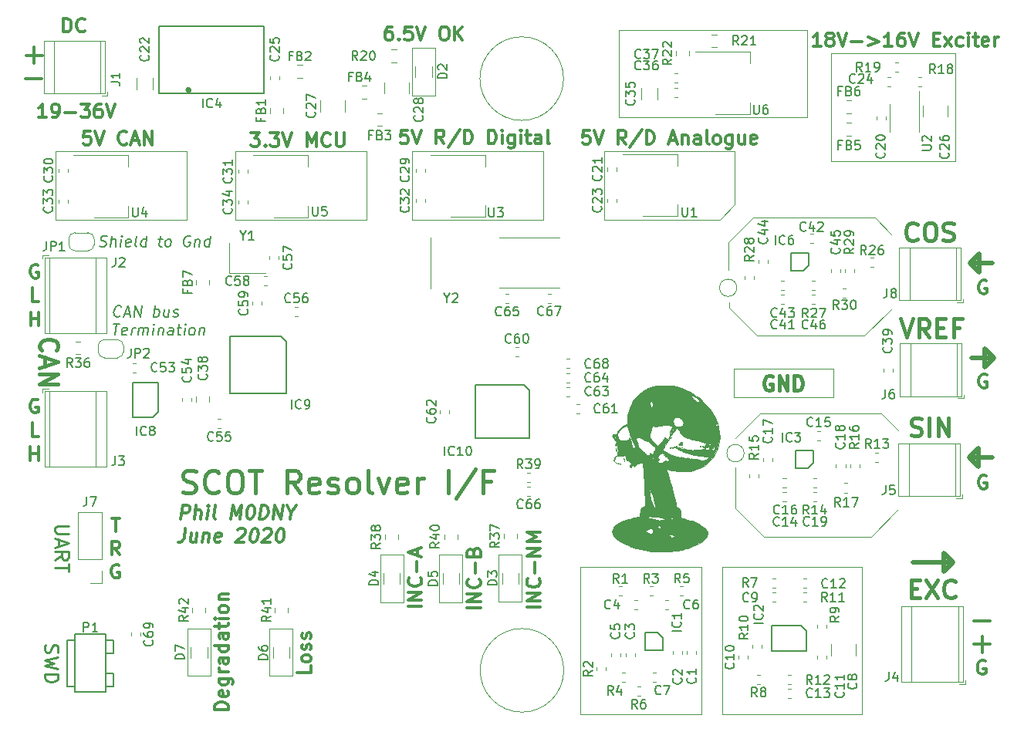
<source format=gbr>
G04 #@! TF.GenerationSoftware,KiCad,Pcbnew,5.1.6-c6e7f7d~86~ubuntu18.04.1*
G04 #@! TF.CreationDate,2020-06-04T01:08:26+01:00*
G04 #@! TF.ProjectId,scot-resolver,73636f74-2d72-4657-936f-6c7665722e6b,rev?*
G04 #@! TF.SameCoordinates,Original*
G04 #@! TF.FileFunction,Legend,Top*
G04 #@! TF.FilePolarity,Positive*
%FSLAX46Y46*%
G04 Gerber Fmt 4.6, Leading zero omitted, Abs format (unit mm)*
G04 Created by KiCad (PCBNEW 5.1.6-c6e7f7d~86~ubuntu18.04.1) date 2020-06-04 01:08:26*
%MOMM*%
%LPD*%
G01*
G04 APERTURE LIST*
%ADD10C,0.120000*%
%ADD11C,0.400000*%
%ADD12C,0.300000*%
%ADD13C,0.200000*%
%ADD14C,0.500000*%
%ADD15C,0.450000*%
%ADD16C,0.250000*%
%ADD17C,0.010000*%
%ADD18C,0.150000*%
G04 APERTURE END LIST*
D10*
X157700000Y-81450000D02*
X157700000Y-78350000D01*
D11*
X162455952Y-93125000D02*
X162303571Y-93048809D01*
X162075000Y-93048809D01*
X161846428Y-93125000D01*
X161694047Y-93277380D01*
X161617857Y-93429761D01*
X161541666Y-93734523D01*
X161541666Y-93963095D01*
X161617857Y-94267857D01*
X161694047Y-94420238D01*
X161846428Y-94572619D01*
X162075000Y-94648809D01*
X162227380Y-94648809D01*
X162455952Y-94572619D01*
X162532142Y-94496428D01*
X162532142Y-93963095D01*
X162227380Y-93963095D01*
X163217857Y-94648809D02*
X163217857Y-93048809D01*
X164132142Y-94648809D01*
X164132142Y-93048809D01*
X164894047Y-94648809D02*
X164894047Y-93048809D01*
X165275000Y-93048809D01*
X165503571Y-93125000D01*
X165655952Y-93277380D01*
X165732142Y-93429761D01*
X165808333Y-93734523D01*
X165808333Y-93963095D01*
X165732142Y-94267857D01*
X165655952Y-94420238D01*
X165503571Y-94572619D01*
X165275000Y-94648809D01*
X164894047Y-94648809D01*
D10*
X157700000Y-78350000D02*
X160400000Y-75650000D01*
X157725000Y-85525000D02*
X157725000Y-85000000D01*
X175512500Y-85687500D02*
X172600000Y-88600000D01*
X160400000Y-75650000D02*
X173725000Y-75650000D01*
X175550000Y-77475000D02*
X173725000Y-75650000D01*
X160800000Y-88600000D02*
X157725000Y-85525000D01*
X160800000Y-88600000D02*
X172600000Y-88600000D01*
X176237500Y-107762500D02*
X173325000Y-110675000D01*
X176275000Y-99000000D02*
X174450000Y-97175000D01*
X161525000Y-110675000D02*
X173325000Y-110675000D01*
X161525000Y-110675000D02*
X158450000Y-107600000D01*
X158450000Y-107600000D02*
X158450000Y-103125000D01*
X158425000Y-99875000D02*
X161125000Y-97175000D01*
X161125000Y-97175000D02*
X174450000Y-97175000D01*
X172300000Y-114000000D02*
X172300000Y-130150000D01*
X157000000Y-130150000D02*
X172300000Y-130150000D01*
X157000000Y-114000000D02*
X172300000Y-114000000D01*
X157000000Y-114000000D02*
X157000000Y-130150000D01*
X141375000Y-114000000D02*
X154700000Y-114000000D01*
X141375000Y-114000000D02*
X141375000Y-130150000D01*
X154700000Y-114000000D02*
X154700000Y-130150000D01*
X141375000Y-130150000D02*
X154700000Y-130150000D01*
D12*
X80569460Y-60400000D02*
X82350000Y-60400000D01*
X81495900Y-56972200D02*
X81495900Y-58752740D01*
X80606900Y-57853580D02*
X82387440Y-57853580D01*
X81985585Y-99667451D02*
X81271300Y-99667451D01*
X81271300Y-98167451D01*
X81893837Y-95668400D02*
X81750980Y-95596971D01*
X81536694Y-95596971D01*
X81322408Y-95668400D01*
X81179551Y-95811257D01*
X81108122Y-95954114D01*
X81036694Y-96239828D01*
X81036694Y-96454114D01*
X81108122Y-96739828D01*
X81179551Y-96882685D01*
X81322408Y-97025542D01*
X81536694Y-97096971D01*
X81679551Y-97096971D01*
X81893837Y-97025542D01*
X81965265Y-96954114D01*
X81965265Y-96454114D01*
X81679551Y-96454114D01*
X81082568Y-102309051D02*
X81082568Y-100809051D01*
X81082568Y-101523337D02*
X81939711Y-101523337D01*
X81939711Y-102309051D02*
X81939711Y-100809051D01*
X81919237Y-80885600D02*
X81776380Y-80814171D01*
X81562094Y-80814171D01*
X81347808Y-80885600D01*
X81204951Y-81028457D01*
X81133522Y-81171314D01*
X81062094Y-81457028D01*
X81062094Y-81671314D01*
X81133522Y-81957028D01*
X81204951Y-82099885D01*
X81347808Y-82242742D01*
X81562094Y-82314171D01*
X81704951Y-82314171D01*
X81919237Y-82242742D01*
X81990665Y-82171314D01*
X81990665Y-81671314D01*
X81704951Y-81671314D01*
X82010985Y-84884651D02*
X81296700Y-84884651D01*
X81296700Y-83384651D01*
X81107968Y-87526251D02*
X81107968Y-86026251D01*
X81107968Y-86740537D02*
X81965111Y-86740537D01*
X81965111Y-87526251D02*
X81965111Y-86026251D01*
D13*
X88696277Y-78796454D02*
X88860562Y-78853597D01*
X89146277Y-78853597D01*
X89267705Y-78796454D01*
X89331991Y-78739311D01*
X89403420Y-78625025D01*
X89417705Y-78510740D01*
X89374848Y-78396454D01*
X89324848Y-78339311D01*
X89217705Y-78282168D01*
X88996277Y-78225025D01*
X88889134Y-78167882D01*
X88839134Y-78110740D01*
X88796277Y-77996454D01*
X88810562Y-77882168D01*
X88881991Y-77767882D01*
X88946277Y-77710740D01*
X89067705Y-77653597D01*
X89353420Y-77653597D01*
X89517705Y-77710740D01*
X89889134Y-78853597D02*
X90039134Y-77653597D01*
X90403420Y-78853597D02*
X90481991Y-78225025D01*
X90439134Y-78110740D01*
X90331991Y-78053597D01*
X90160562Y-78053597D01*
X90039134Y-78110740D01*
X89974848Y-78167882D01*
X90974848Y-78853597D02*
X91074848Y-78053597D01*
X91124848Y-77653597D02*
X91060562Y-77710740D01*
X91110562Y-77767882D01*
X91174848Y-77710740D01*
X91124848Y-77653597D01*
X91110562Y-77767882D01*
X92010562Y-78796454D02*
X91889134Y-78853597D01*
X91660562Y-78853597D01*
X91553420Y-78796454D01*
X91510562Y-78682168D01*
X91567705Y-78225025D01*
X91639134Y-78110740D01*
X91760562Y-78053597D01*
X91989134Y-78053597D01*
X92096277Y-78110740D01*
X92139134Y-78225025D01*
X92124848Y-78339311D01*
X91539134Y-78453597D01*
X92746277Y-78853597D02*
X92639134Y-78796454D01*
X92596277Y-78682168D01*
X92724848Y-77653597D01*
X93717705Y-78853597D02*
X93867705Y-77653597D01*
X93724848Y-78796454D02*
X93603420Y-78853597D01*
X93374848Y-78853597D01*
X93267705Y-78796454D01*
X93217705Y-78739311D01*
X93174848Y-78625025D01*
X93217705Y-78282168D01*
X93289134Y-78167882D01*
X93353420Y-78110740D01*
X93474848Y-78053597D01*
X93703420Y-78053597D01*
X93810562Y-78110740D01*
X95131991Y-78053597D02*
X95589134Y-78053597D01*
X95353420Y-77653597D02*
X95224848Y-78682168D01*
X95267705Y-78796454D01*
X95374848Y-78853597D01*
X95489134Y-78853597D01*
X96060562Y-78853597D02*
X95953420Y-78796454D01*
X95903420Y-78739311D01*
X95860562Y-78625025D01*
X95903420Y-78282168D01*
X95974848Y-78167882D01*
X96039134Y-78110740D01*
X96160562Y-78053597D01*
X96331991Y-78053597D01*
X96439134Y-78110740D01*
X96489134Y-78167882D01*
X96531991Y-78282168D01*
X96489134Y-78625025D01*
X96417705Y-78739311D01*
X96353420Y-78796454D01*
X96231991Y-78853597D01*
X96060562Y-78853597D01*
X98660562Y-77710740D02*
X98553420Y-77653597D01*
X98381991Y-77653597D01*
X98203420Y-77710740D01*
X98074848Y-77825025D01*
X98003420Y-77939311D01*
X97917705Y-78167882D01*
X97896277Y-78339311D01*
X97924848Y-78567882D01*
X97967705Y-78682168D01*
X98067705Y-78796454D01*
X98231991Y-78853597D01*
X98346277Y-78853597D01*
X98524848Y-78796454D01*
X98589134Y-78739311D01*
X98639134Y-78339311D01*
X98410562Y-78339311D01*
X99189134Y-78053597D02*
X99089134Y-78853597D01*
X99174848Y-78167882D02*
X99239134Y-78110740D01*
X99360562Y-78053597D01*
X99531991Y-78053597D01*
X99639134Y-78110740D01*
X99681991Y-78225025D01*
X99603420Y-78853597D01*
X100689134Y-78853597D02*
X100839134Y-77653597D01*
X100696277Y-78796454D02*
X100574848Y-78853597D01*
X100346277Y-78853597D01*
X100239134Y-78796454D01*
X100189134Y-78739311D01*
X100146277Y-78625025D01*
X100189134Y-78282168D01*
X100260562Y-78167882D01*
X100324848Y-78110740D01*
X100446277Y-78053597D01*
X100674848Y-78053597D01*
X100781991Y-78110740D01*
X90922857Y-86428571D02*
X90858571Y-86485714D01*
X90680000Y-86542857D01*
X90565714Y-86542857D01*
X90401428Y-86485714D01*
X90301428Y-86371428D01*
X90258571Y-86257142D01*
X90230000Y-86028571D01*
X90251428Y-85857142D01*
X90337142Y-85628571D01*
X90408571Y-85514285D01*
X90537142Y-85400000D01*
X90715714Y-85342857D01*
X90830000Y-85342857D01*
X90994285Y-85400000D01*
X91044285Y-85457142D01*
X91408571Y-86200000D02*
X91980000Y-86200000D01*
X91251428Y-86542857D02*
X91801428Y-85342857D01*
X92051428Y-86542857D01*
X92451428Y-86542857D02*
X92601428Y-85342857D01*
X93137142Y-86542857D01*
X93287142Y-85342857D01*
X94622857Y-86542857D02*
X94772857Y-85342857D01*
X94715714Y-85800000D02*
X94837142Y-85742857D01*
X95065714Y-85742857D01*
X95172857Y-85800000D01*
X95222857Y-85857142D01*
X95265714Y-85971428D01*
X95222857Y-86314285D01*
X95151428Y-86428571D01*
X95087142Y-86485714D01*
X94965714Y-86542857D01*
X94737142Y-86542857D01*
X94630000Y-86485714D01*
X96322857Y-85742857D02*
X96222857Y-86542857D01*
X95808571Y-85742857D02*
X95730000Y-86371428D01*
X95772857Y-86485714D01*
X95880000Y-86542857D01*
X96051428Y-86542857D01*
X96172857Y-86485714D01*
X96237142Y-86428571D01*
X96744285Y-86485714D02*
X96851428Y-86542857D01*
X97080000Y-86542857D01*
X97201428Y-86485714D01*
X97272857Y-86371428D01*
X97280000Y-86314285D01*
X97237142Y-86200000D01*
X97130000Y-86142857D01*
X96958571Y-86142857D01*
X96851428Y-86085714D01*
X96808571Y-85971428D01*
X96815714Y-85914285D01*
X96887142Y-85800000D01*
X97008571Y-85742857D01*
X97180000Y-85742857D01*
X97287142Y-85800000D01*
X90201428Y-87342857D02*
X90887142Y-87342857D01*
X90394285Y-88542857D02*
X90544285Y-87342857D01*
X91601428Y-88485714D02*
X91480000Y-88542857D01*
X91251428Y-88542857D01*
X91144285Y-88485714D01*
X91101428Y-88371428D01*
X91158571Y-87914285D01*
X91230000Y-87800000D01*
X91351428Y-87742857D01*
X91580000Y-87742857D01*
X91687142Y-87800000D01*
X91730000Y-87914285D01*
X91715714Y-88028571D01*
X91130000Y-88142857D01*
X92165714Y-88542857D02*
X92265714Y-87742857D01*
X92237142Y-87971428D02*
X92308571Y-87857142D01*
X92372857Y-87800000D01*
X92494285Y-87742857D01*
X92608571Y-87742857D01*
X92908571Y-88542857D02*
X93008571Y-87742857D01*
X92994285Y-87857142D02*
X93058571Y-87800000D01*
X93180000Y-87742857D01*
X93351428Y-87742857D01*
X93458571Y-87800000D01*
X93501428Y-87914285D01*
X93422857Y-88542857D01*
X93501428Y-87914285D02*
X93572857Y-87800000D01*
X93694285Y-87742857D01*
X93865714Y-87742857D01*
X93972857Y-87800000D01*
X94015714Y-87914285D01*
X93937142Y-88542857D01*
X94508571Y-88542857D02*
X94608571Y-87742857D01*
X94658571Y-87342857D02*
X94594285Y-87400000D01*
X94644285Y-87457142D01*
X94708571Y-87400000D01*
X94658571Y-87342857D01*
X94644285Y-87457142D01*
X95180000Y-87742857D02*
X95080000Y-88542857D01*
X95165714Y-87857142D02*
X95230000Y-87800000D01*
X95351428Y-87742857D01*
X95522857Y-87742857D01*
X95630000Y-87800000D01*
X95672857Y-87914285D01*
X95594285Y-88542857D01*
X96680000Y-88542857D02*
X96758571Y-87914285D01*
X96715714Y-87800000D01*
X96608571Y-87742857D01*
X96380000Y-87742857D01*
X96258571Y-87800000D01*
X96687142Y-88485714D02*
X96565714Y-88542857D01*
X96280000Y-88542857D01*
X96172857Y-88485714D01*
X96130000Y-88371428D01*
X96144285Y-88257142D01*
X96215714Y-88142857D01*
X96337142Y-88085714D01*
X96622857Y-88085714D01*
X96744285Y-88028571D01*
X97180000Y-87742857D02*
X97637142Y-87742857D01*
X97401428Y-87342857D02*
X97272857Y-88371428D01*
X97315714Y-88485714D01*
X97422857Y-88542857D01*
X97537142Y-88542857D01*
X97937142Y-88542857D02*
X98037142Y-87742857D01*
X98087142Y-87342857D02*
X98022857Y-87400000D01*
X98072857Y-87457142D01*
X98137142Y-87400000D01*
X98087142Y-87342857D01*
X98072857Y-87457142D01*
X98680000Y-88542857D02*
X98572857Y-88485714D01*
X98522857Y-88428571D01*
X98480000Y-88314285D01*
X98522857Y-87971428D01*
X98594285Y-87857142D01*
X98658571Y-87800000D01*
X98780000Y-87742857D01*
X98951428Y-87742857D01*
X99058571Y-87800000D01*
X99108571Y-87857142D01*
X99151428Y-87971428D01*
X99108571Y-88314285D01*
X99037142Y-88428571D01*
X98972857Y-88485714D01*
X98851428Y-88542857D01*
X98680000Y-88542857D01*
X99694285Y-87742857D02*
X99594285Y-88542857D01*
X99680000Y-87857142D02*
X99744285Y-87800000D01*
X99865714Y-87742857D01*
X100037142Y-87742857D01*
X100144285Y-87800000D01*
X100187142Y-87914285D01*
X100108571Y-88542857D01*
D14*
X184330740Y-91060480D02*
X186832640Y-91060480D01*
X185816640Y-90044480D02*
X186832640Y-91060480D01*
X185816640Y-92076480D02*
X185816640Y-90044480D01*
X186832640Y-91060480D02*
X185816640Y-92076480D01*
D12*
X185993597Y-92929220D02*
X185850740Y-92857791D01*
X185636454Y-92857791D01*
X185422168Y-92929220D01*
X185279311Y-93072077D01*
X185207882Y-93214934D01*
X185136454Y-93500648D01*
X185136454Y-93714934D01*
X185207882Y-94000648D01*
X185279311Y-94143505D01*
X185422168Y-94286362D01*
X185636454Y-94357791D01*
X185779311Y-94357791D01*
X185993597Y-94286362D01*
X186065025Y-94214934D01*
X186065025Y-93714934D01*
X185779311Y-93714934D01*
X185988117Y-82617880D02*
X185845260Y-82546451D01*
X185630974Y-82546451D01*
X185416688Y-82617880D01*
X185273831Y-82760737D01*
X185202402Y-82903594D01*
X185130974Y-83189308D01*
X185130974Y-83403594D01*
X185202402Y-83689308D01*
X185273831Y-83832165D01*
X185416688Y-83975022D01*
X185630974Y-84046451D01*
X185773831Y-84046451D01*
X185988117Y-83975022D01*
X186059545Y-83903594D01*
X186059545Y-83403594D01*
X185773831Y-83403594D01*
D14*
X186656980Y-80606900D02*
X184155080Y-80606900D01*
X185171080Y-81622900D02*
X184155080Y-80606900D01*
X185171080Y-79590900D02*
X185171080Y-81622900D01*
X184155080Y-80606900D02*
X185171080Y-79590900D01*
D12*
X185947477Y-104004680D02*
X185804620Y-103933251D01*
X185590334Y-103933251D01*
X185376048Y-104004680D01*
X185233191Y-104147537D01*
X185161762Y-104290394D01*
X185090334Y-104576108D01*
X185090334Y-104790394D01*
X185161762Y-105076108D01*
X185233191Y-105218965D01*
X185376048Y-105361822D01*
X185590334Y-105433251D01*
X185733191Y-105433251D01*
X185947477Y-105361822D01*
X186018905Y-105290394D01*
X186018905Y-104790394D01*
X185733191Y-104790394D01*
X184604660Y-119918480D02*
X186385200Y-119918480D01*
X185483500Y-121615200D02*
X185483500Y-123395740D01*
X184594500Y-122496580D02*
X186375040Y-122496580D01*
X185838257Y-124355160D02*
X185695400Y-124283731D01*
X185481114Y-124283731D01*
X185266828Y-124355160D01*
X185123971Y-124498017D01*
X185052542Y-124640874D01*
X184981114Y-124926588D01*
X184981114Y-125140874D01*
X185052542Y-125426588D01*
X185123971Y-125569445D01*
X185266828Y-125712302D01*
X185481114Y-125783731D01*
X185623971Y-125783731D01*
X185838257Y-125712302D01*
X185909685Y-125640874D01*
X185909685Y-125140874D01*
X185623971Y-125140874D01*
D10*
X156728160Y-75895200D02*
X158369000Y-74223880D01*
D11*
X176546428Y-86779761D02*
X177213095Y-88779761D01*
X177879761Y-86779761D01*
X179689285Y-88779761D02*
X179022619Y-87827380D01*
X178546428Y-88779761D02*
X178546428Y-86779761D01*
X179308333Y-86779761D01*
X179498809Y-86875000D01*
X179594047Y-86970238D01*
X179689285Y-87160714D01*
X179689285Y-87446428D01*
X179594047Y-87636904D01*
X179498809Y-87732142D01*
X179308333Y-87827380D01*
X178546428Y-87827380D01*
X180546428Y-87732142D02*
X181213095Y-87732142D01*
X181498809Y-88779761D02*
X180546428Y-88779761D01*
X180546428Y-86779761D01*
X181498809Y-86779761D01*
X183022619Y-87732142D02*
X182355952Y-87732142D01*
X182355952Y-88779761D02*
X182355952Y-86779761D01*
X183308333Y-86779761D01*
D10*
X145637500Y-55118000D02*
X166293800Y-55118000D01*
X145637500Y-64617600D02*
X145637500Y-55118000D01*
X166293800Y-64617600D02*
X166293800Y-55118000D01*
X145637500Y-64617600D02*
X166293800Y-64617600D01*
X144000000Y-75893000D02*
X156728160Y-75895200D01*
X122950000Y-75895200D02*
X137337800Y-75895200D01*
X103530400Y-75895200D02*
X117957600Y-75895200D01*
D12*
X90816857Y-113804000D02*
X90674000Y-113732571D01*
X90459714Y-113732571D01*
X90245428Y-113804000D01*
X90102571Y-113946857D01*
X90031142Y-114089714D01*
X89959714Y-114375428D01*
X89959714Y-114589714D01*
X90031142Y-114875428D01*
X90102571Y-115018285D01*
X90245428Y-115161142D01*
X90459714Y-115232571D01*
X90602571Y-115232571D01*
X90816857Y-115161142D01*
X90888285Y-115089714D01*
X90888285Y-114589714D01*
X90602571Y-114589714D01*
X90888285Y-112692571D02*
X90388285Y-111978285D01*
X90031142Y-112692571D02*
X90031142Y-111192571D01*
X90602571Y-111192571D01*
X90745428Y-111264000D01*
X90816857Y-111335428D01*
X90888285Y-111478285D01*
X90888285Y-111692571D01*
X90816857Y-111835428D01*
X90745428Y-111906857D01*
X90602571Y-111978285D01*
X90031142Y-111978285D01*
X89995428Y-108652571D02*
X90852571Y-108652571D01*
X90424000Y-110152571D02*
X90424000Y-108652571D01*
D11*
X177692347Y-116379642D02*
X178359014Y-116379642D01*
X178644728Y-117427261D02*
X177692347Y-117427261D01*
X177692347Y-115427261D01*
X178644728Y-115427261D01*
X179311395Y-115427261D02*
X180644728Y-117427261D01*
X180644728Y-115427261D02*
X179311395Y-117427261D01*
X182549490Y-117236785D02*
X182454252Y-117332023D01*
X182168538Y-117427261D01*
X181978061Y-117427261D01*
X181692347Y-117332023D01*
X181501871Y-117141547D01*
X181406633Y-116951071D01*
X181311395Y-116570119D01*
X181311395Y-116284404D01*
X181406633Y-115903452D01*
X181501871Y-115712976D01*
X181692347Y-115522500D01*
X181978061Y-115427261D01*
X182168538Y-115427261D01*
X182454252Y-115522500D01*
X182549490Y-115617738D01*
X178369767Y-78014285D02*
X178274529Y-78109523D01*
X177988815Y-78204761D01*
X177798339Y-78204761D01*
X177512624Y-78109523D01*
X177322148Y-77919047D01*
X177226910Y-77728571D01*
X177131672Y-77347619D01*
X177131672Y-77061904D01*
X177226910Y-76680952D01*
X177322148Y-76490476D01*
X177512624Y-76300000D01*
X177798339Y-76204761D01*
X177988815Y-76204761D01*
X178274529Y-76300000D01*
X178369767Y-76395238D01*
X179607862Y-76204761D02*
X179988815Y-76204761D01*
X180179291Y-76300000D01*
X180369767Y-76490476D01*
X180465005Y-76871428D01*
X180465005Y-77538095D01*
X180369767Y-77919047D01*
X180179291Y-78109523D01*
X179988815Y-78204761D01*
X179607862Y-78204761D01*
X179417386Y-78109523D01*
X179226910Y-77919047D01*
X179131672Y-77538095D01*
X179131672Y-76871428D01*
X179226910Y-76490476D01*
X179417386Y-76300000D01*
X179607862Y-76204761D01*
X181226910Y-78109523D02*
X181512624Y-78204761D01*
X181988815Y-78204761D01*
X182179291Y-78109523D01*
X182274529Y-78014285D01*
X182369767Y-77823809D01*
X182369767Y-77633333D01*
X182274529Y-77442857D01*
X182179291Y-77347619D01*
X181988815Y-77252380D01*
X181607862Y-77157142D01*
X181417386Y-77061904D01*
X181322148Y-76966666D01*
X181226910Y-76776190D01*
X181226910Y-76585714D01*
X181322148Y-76395238D01*
X181417386Y-76300000D01*
X181607862Y-76204761D01*
X182084053Y-76204761D01*
X182369767Y-76300000D01*
X177704761Y-99559523D02*
X177990476Y-99654761D01*
X178466666Y-99654761D01*
X178657142Y-99559523D01*
X178752380Y-99464285D01*
X178847619Y-99273809D01*
X178847619Y-99083333D01*
X178752380Y-98892857D01*
X178657142Y-98797619D01*
X178466666Y-98702380D01*
X178085714Y-98607142D01*
X177895238Y-98511904D01*
X177800000Y-98416666D01*
X177704761Y-98226190D01*
X177704761Y-98035714D01*
X177800000Y-97845238D01*
X177895238Y-97750000D01*
X178085714Y-97654761D01*
X178561904Y-97654761D01*
X178847619Y-97750000D01*
X179704761Y-99654761D02*
X179704761Y-97654761D01*
X180657142Y-99654761D02*
X180657142Y-97654761D01*
X181800000Y-99654761D01*
X181800000Y-97654761D01*
D10*
X139573001Y-60404000D02*
G75*
G03*
X139573001Y-60404000I-4587848J0D01*
G01*
X139598401Y-125355600D02*
G75*
G03*
X139598401Y-125355600I-4587848J0D01*
G01*
D12*
X84709142Y-55288571D02*
X84709142Y-53788571D01*
X85066285Y-53788571D01*
X85280571Y-53860000D01*
X85423428Y-54002857D01*
X85494857Y-54145714D01*
X85566285Y-54431428D01*
X85566285Y-54645714D01*
X85494857Y-54931428D01*
X85423428Y-55074285D01*
X85280571Y-55217142D01*
X85066285Y-55288571D01*
X84709142Y-55288571D01*
X87066285Y-55145714D02*
X86994857Y-55217142D01*
X86780571Y-55288571D01*
X86637714Y-55288571D01*
X86423428Y-55217142D01*
X86280571Y-55074285D01*
X86209142Y-54931428D01*
X86137714Y-54645714D01*
X86137714Y-54431428D01*
X86209142Y-54145714D01*
X86280571Y-54002857D01*
X86423428Y-53860000D01*
X86637714Y-53788571D01*
X86780571Y-53788571D01*
X86994857Y-53860000D01*
X87066285Y-53931428D01*
X98078142Y-109795571D02*
X97944214Y-110867000D01*
X97846000Y-111081285D01*
X97685285Y-111224142D01*
X97462071Y-111295571D01*
X97319214Y-111295571D01*
X99372785Y-110295571D02*
X99247785Y-111295571D01*
X98729928Y-110295571D02*
X98631714Y-111081285D01*
X98685285Y-111224142D01*
X98819214Y-111295571D01*
X99033500Y-111295571D01*
X99185285Y-111224142D01*
X99265642Y-111152714D01*
X100087071Y-110295571D02*
X99962071Y-111295571D01*
X100069214Y-110438428D02*
X100149571Y-110367000D01*
X100301357Y-110295571D01*
X100515642Y-110295571D01*
X100649571Y-110367000D01*
X100703142Y-110509857D01*
X100604928Y-111295571D01*
X101899571Y-111224142D02*
X101747785Y-111295571D01*
X101462071Y-111295571D01*
X101328142Y-111224142D01*
X101274571Y-111081285D01*
X101346000Y-110509857D01*
X101435285Y-110367000D01*
X101587071Y-110295571D01*
X101872785Y-110295571D01*
X102006714Y-110367000D01*
X102060285Y-110509857D01*
X102042428Y-110652714D01*
X101310285Y-110795571D01*
X103846000Y-109938428D02*
X103926357Y-109867000D01*
X104078142Y-109795571D01*
X104435285Y-109795571D01*
X104569214Y-109867000D01*
X104631714Y-109938428D01*
X104685285Y-110081285D01*
X104667428Y-110224142D01*
X104569214Y-110438428D01*
X103604928Y-111295571D01*
X104533500Y-111295571D01*
X105649571Y-109795571D02*
X105792428Y-109795571D01*
X105926357Y-109867000D01*
X105988857Y-109938428D01*
X106042428Y-110081285D01*
X106078142Y-110367000D01*
X106033500Y-110724142D01*
X105926357Y-111009857D01*
X105837071Y-111152714D01*
X105756714Y-111224142D01*
X105604928Y-111295571D01*
X105462071Y-111295571D01*
X105328142Y-111224142D01*
X105265642Y-111152714D01*
X105212071Y-111009857D01*
X105176357Y-110724142D01*
X105221000Y-110367000D01*
X105328142Y-110081285D01*
X105417428Y-109938428D01*
X105497785Y-109867000D01*
X105649571Y-109795571D01*
X106703142Y-109938428D02*
X106783500Y-109867000D01*
X106935285Y-109795571D01*
X107292428Y-109795571D01*
X107426357Y-109867000D01*
X107488857Y-109938428D01*
X107542428Y-110081285D01*
X107524571Y-110224142D01*
X107426357Y-110438428D01*
X106462071Y-111295571D01*
X107390642Y-111295571D01*
X108506714Y-109795571D02*
X108649571Y-109795571D01*
X108783500Y-109867000D01*
X108846000Y-109938428D01*
X108899571Y-110081285D01*
X108935285Y-110367000D01*
X108890642Y-110724142D01*
X108783500Y-111009857D01*
X108694214Y-111152714D01*
X108613857Y-111224142D01*
X108462071Y-111295571D01*
X108319214Y-111295571D01*
X108185285Y-111224142D01*
X108122785Y-111152714D01*
X108069214Y-111009857D01*
X108033500Y-110724142D01*
X108078142Y-110367000D01*
X108185285Y-110081285D01*
X108274571Y-109938428D01*
X108354928Y-109867000D01*
X108506714Y-109795571D01*
D10*
X144000000Y-75893000D02*
X144000000Y-68400000D01*
X135016240Y-112626140D02*
X135016240Y-117833140D01*
X132476240Y-112626140D02*
X135016240Y-112626140D01*
X135016240Y-117833140D02*
X132476240Y-117833140D01*
X132476240Y-117833140D02*
X132476240Y-112626140D01*
X125935740Y-117896640D02*
X125935740Y-112689640D01*
X128475740Y-112689640D02*
X128475740Y-117896640D01*
X125935740Y-112689640D02*
X128475740Y-112689640D01*
X128475740Y-117896640D02*
X125935740Y-117896640D01*
X119458740Y-112689640D02*
X121998740Y-112689640D01*
X121998740Y-117896640D02*
X119458740Y-117896640D01*
X121998740Y-112689640D02*
X121998740Y-117896640D01*
X119458740Y-117896640D02*
X119458740Y-112689640D01*
D12*
X97589071Y-108755571D02*
X97776571Y-107255571D01*
X98348000Y-107255571D01*
X98481928Y-107327000D01*
X98544428Y-107398428D01*
X98598000Y-107541285D01*
X98571214Y-107755571D01*
X98481928Y-107898428D01*
X98401571Y-107969857D01*
X98249785Y-108041285D01*
X97678357Y-108041285D01*
X99089071Y-108755571D02*
X99276571Y-107255571D01*
X99731928Y-108755571D02*
X99830142Y-107969857D01*
X99776571Y-107827000D01*
X99642642Y-107755571D01*
X99428357Y-107755571D01*
X99276571Y-107827000D01*
X99196214Y-107898428D01*
X100446214Y-108755571D02*
X100571214Y-107755571D01*
X100633714Y-107255571D02*
X100553357Y-107327000D01*
X100615857Y-107398428D01*
X100696214Y-107327000D01*
X100633714Y-107255571D01*
X100615857Y-107398428D01*
X101374785Y-108755571D02*
X101240857Y-108684142D01*
X101187285Y-108541285D01*
X101348000Y-107255571D01*
X103089071Y-108755571D02*
X103276571Y-107255571D01*
X103642642Y-108327000D01*
X104276571Y-107255571D01*
X104089071Y-108755571D01*
X105276571Y-107255571D02*
X105419428Y-107255571D01*
X105553357Y-107327000D01*
X105615857Y-107398428D01*
X105669428Y-107541285D01*
X105705142Y-107827000D01*
X105660500Y-108184142D01*
X105553357Y-108469857D01*
X105464071Y-108612714D01*
X105383714Y-108684142D01*
X105231928Y-108755571D01*
X105089071Y-108755571D01*
X104955142Y-108684142D01*
X104892642Y-108612714D01*
X104839071Y-108469857D01*
X104803357Y-108184142D01*
X104848000Y-107827000D01*
X104955142Y-107541285D01*
X105044428Y-107398428D01*
X105124785Y-107327000D01*
X105276571Y-107255571D01*
X106231928Y-108755571D02*
X106419428Y-107255571D01*
X106776571Y-107255571D01*
X106981928Y-107327000D01*
X107106928Y-107469857D01*
X107160500Y-107612714D01*
X107196214Y-107898428D01*
X107169428Y-108112714D01*
X107062285Y-108398428D01*
X106973000Y-108541285D01*
X106812285Y-108684142D01*
X106589071Y-108755571D01*
X106231928Y-108755571D01*
X107731928Y-108755571D02*
X107919428Y-107255571D01*
X108589071Y-108755571D01*
X108776571Y-107255571D01*
X109678357Y-108041285D02*
X109589071Y-108755571D01*
X109276571Y-107255571D02*
X109678357Y-108041285D01*
X110276571Y-107255571D01*
D15*
X97796690Y-105786904D02*
X98153833Y-105905952D01*
X98749071Y-105905952D01*
X98987166Y-105786904D01*
X99106214Y-105667857D01*
X99225261Y-105429761D01*
X99225261Y-105191666D01*
X99106214Y-104953571D01*
X98987166Y-104834523D01*
X98749071Y-104715476D01*
X98272880Y-104596428D01*
X98034785Y-104477380D01*
X97915738Y-104358333D01*
X97796690Y-104120238D01*
X97796690Y-103882142D01*
X97915738Y-103644047D01*
X98034785Y-103525000D01*
X98272880Y-103405952D01*
X98868119Y-103405952D01*
X99225261Y-103525000D01*
X101725261Y-105667857D02*
X101606214Y-105786904D01*
X101249071Y-105905952D01*
X101010976Y-105905952D01*
X100653833Y-105786904D01*
X100415738Y-105548809D01*
X100296690Y-105310714D01*
X100177642Y-104834523D01*
X100177642Y-104477380D01*
X100296690Y-104001190D01*
X100415738Y-103763095D01*
X100653833Y-103525000D01*
X101010976Y-103405952D01*
X101249071Y-103405952D01*
X101606214Y-103525000D01*
X101725261Y-103644047D01*
X103272880Y-103405952D02*
X103749071Y-103405952D01*
X103987166Y-103525000D01*
X104225261Y-103763095D01*
X104344309Y-104239285D01*
X104344309Y-105072619D01*
X104225261Y-105548809D01*
X103987166Y-105786904D01*
X103749071Y-105905952D01*
X103272880Y-105905952D01*
X103034785Y-105786904D01*
X102796690Y-105548809D01*
X102677642Y-105072619D01*
X102677642Y-104239285D01*
X102796690Y-103763095D01*
X103034785Y-103525000D01*
X103272880Y-103405952D01*
X105058595Y-103405952D02*
X106487166Y-103405952D01*
X105772880Y-105905952D02*
X105772880Y-103405952D01*
X110653833Y-105905952D02*
X109820500Y-104715476D01*
X109225261Y-105905952D02*
X109225261Y-103405952D01*
X110177642Y-103405952D01*
X110415738Y-103525000D01*
X110534785Y-103644047D01*
X110653833Y-103882142D01*
X110653833Y-104239285D01*
X110534785Y-104477380D01*
X110415738Y-104596428D01*
X110177642Y-104715476D01*
X109225261Y-104715476D01*
X112677642Y-105786904D02*
X112439547Y-105905952D01*
X111963357Y-105905952D01*
X111725261Y-105786904D01*
X111606214Y-105548809D01*
X111606214Y-104596428D01*
X111725261Y-104358333D01*
X111963357Y-104239285D01*
X112439547Y-104239285D01*
X112677642Y-104358333D01*
X112796690Y-104596428D01*
X112796690Y-104834523D01*
X111606214Y-105072619D01*
X113749071Y-105786904D02*
X113987166Y-105905952D01*
X114463357Y-105905952D01*
X114701452Y-105786904D01*
X114820500Y-105548809D01*
X114820500Y-105429761D01*
X114701452Y-105191666D01*
X114463357Y-105072619D01*
X114106214Y-105072619D01*
X113868119Y-104953571D01*
X113749071Y-104715476D01*
X113749071Y-104596428D01*
X113868119Y-104358333D01*
X114106214Y-104239285D01*
X114463357Y-104239285D01*
X114701452Y-104358333D01*
X116249071Y-105905952D02*
X116010976Y-105786904D01*
X115891928Y-105667857D01*
X115772880Y-105429761D01*
X115772880Y-104715476D01*
X115891928Y-104477380D01*
X116010976Y-104358333D01*
X116249071Y-104239285D01*
X116606214Y-104239285D01*
X116844309Y-104358333D01*
X116963357Y-104477380D01*
X117082404Y-104715476D01*
X117082404Y-105429761D01*
X116963357Y-105667857D01*
X116844309Y-105786904D01*
X116606214Y-105905952D01*
X116249071Y-105905952D01*
X118510976Y-105905952D02*
X118272880Y-105786904D01*
X118153833Y-105548809D01*
X118153833Y-103405952D01*
X119225261Y-104239285D02*
X119820500Y-105905952D01*
X120415738Y-104239285D01*
X122320500Y-105786904D02*
X122082404Y-105905952D01*
X121606214Y-105905952D01*
X121368119Y-105786904D01*
X121249071Y-105548809D01*
X121249071Y-104596428D01*
X121368119Y-104358333D01*
X121606214Y-104239285D01*
X122082404Y-104239285D01*
X122320500Y-104358333D01*
X122439547Y-104596428D01*
X122439547Y-104834523D01*
X121249071Y-105072619D01*
X123510976Y-105905952D02*
X123510976Y-104239285D01*
X123510976Y-104715476D02*
X123630023Y-104477380D01*
X123749071Y-104358333D01*
X123987166Y-104239285D01*
X124225261Y-104239285D01*
X126963357Y-105905952D02*
X126963357Y-103405952D01*
X129939547Y-103286904D02*
X127796690Y-106501190D01*
X131606214Y-104596428D02*
X130772880Y-104596428D01*
X130772880Y-105905952D02*
X130772880Y-103405952D01*
X131963357Y-103405952D01*
D10*
X107315000Y-125984000D02*
X107315000Y-120777000D01*
X109855000Y-125984000D02*
X107315000Y-125984000D01*
X109855000Y-120777000D02*
X109855000Y-125984000D01*
X107315000Y-120777000D02*
X109855000Y-120777000D01*
X100838000Y-120777000D02*
X100838000Y-125984000D01*
X98298000Y-120777000D02*
X100838000Y-120777000D01*
X98298000Y-125984000D02*
X98298000Y-120777000D01*
X100838000Y-125984000D02*
X98298000Y-125984000D01*
D16*
X82704857Y-122551285D02*
X82633428Y-122765571D01*
X82633428Y-123122714D01*
X82704857Y-123265571D01*
X82776285Y-123337000D01*
X82919142Y-123408428D01*
X83062000Y-123408428D01*
X83204857Y-123337000D01*
X83276285Y-123265571D01*
X83347714Y-123122714D01*
X83419142Y-122837000D01*
X83490571Y-122694142D01*
X83562000Y-122622714D01*
X83704857Y-122551285D01*
X83847714Y-122551285D01*
X83990571Y-122622714D01*
X84062000Y-122694142D01*
X84133428Y-122837000D01*
X84133428Y-123194142D01*
X84062000Y-123408428D01*
X84133428Y-123908428D02*
X82633428Y-124265571D01*
X83704857Y-124551285D01*
X82633428Y-124837000D01*
X84133428Y-125194142D01*
X82633428Y-125765571D02*
X84133428Y-125765571D01*
X84133428Y-126122714D01*
X84062000Y-126337000D01*
X83919142Y-126479857D01*
X83776285Y-126551285D01*
X83490571Y-126622714D01*
X83276285Y-126622714D01*
X82990571Y-126551285D01*
X82847714Y-126479857D01*
X82704857Y-126337000D01*
X82633428Y-126122714D01*
X82633428Y-125765571D01*
X85276428Y-109494142D02*
X84062142Y-109494142D01*
X83919285Y-109565571D01*
X83847857Y-109637000D01*
X83776428Y-109779857D01*
X83776428Y-110065571D01*
X83847857Y-110208428D01*
X83919285Y-110279857D01*
X84062142Y-110351285D01*
X85276428Y-110351285D01*
X84205000Y-110994142D02*
X84205000Y-111708428D01*
X83776428Y-110851285D02*
X85276428Y-111351285D01*
X83776428Y-111851285D01*
X83776428Y-113208428D02*
X84490714Y-112708428D01*
X83776428Y-112351285D02*
X85276428Y-112351285D01*
X85276428Y-112922714D01*
X85205000Y-113065571D01*
X85133571Y-113137000D01*
X84990714Y-113208428D01*
X84776428Y-113208428D01*
X84633571Y-113137000D01*
X84562142Y-113065571D01*
X84490714Y-112922714D01*
X84490714Y-112351285D01*
X85276428Y-113637000D02*
X85276428Y-114494142D01*
X83776428Y-114065571D02*
X85276428Y-114065571D01*
D12*
X102786571Y-129674142D02*
X101286571Y-129674142D01*
X101286571Y-129317000D01*
X101358000Y-129102714D01*
X101500857Y-128959857D01*
X101643714Y-128888428D01*
X101929428Y-128817000D01*
X102143714Y-128817000D01*
X102429428Y-128888428D01*
X102572285Y-128959857D01*
X102715142Y-129102714D01*
X102786571Y-129317000D01*
X102786571Y-129674142D01*
X102715142Y-127602714D02*
X102786571Y-127745571D01*
X102786571Y-128031285D01*
X102715142Y-128174142D01*
X102572285Y-128245571D01*
X102000857Y-128245571D01*
X101858000Y-128174142D01*
X101786571Y-128031285D01*
X101786571Y-127745571D01*
X101858000Y-127602714D01*
X102000857Y-127531285D01*
X102143714Y-127531285D01*
X102286571Y-128245571D01*
X101786571Y-126245571D02*
X103000857Y-126245571D01*
X103143714Y-126317000D01*
X103215142Y-126388428D01*
X103286571Y-126531285D01*
X103286571Y-126745571D01*
X103215142Y-126888428D01*
X102715142Y-126245571D02*
X102786571Y-126388428D01*
X102786571Y-126674142D01*
X102715142Y-126817000D01*
X102643714Y-126888428D01*
X102500857Y-126959857D01*
X102072285Y-126959857D01*
X101929428Y-126888428D01*
X101858000Y-126817000D01*
X101786571Y-126674142D01*
X101786571Y-126388428D01*
X101858000Y-126245571D01*
X102786571Y-125531285D02*
X101786571Y-125531285D01*
X102072285Y-125531285D02*
X101929428Y-125459857D01*
X101858000Y-125388428D01*
X101786571Y-125245571D01*
X101786571Y-125102714D01*
X102786571Y-123959857D02*
X102000857Y-123959857D01*
X101858000Y-124031285D01*
X101786571Y-124174142D01*
X101786571Y-124459857D01*
X101858000Y-124602714D01*
X102715142Y-123959857D02*
X102786571Y-124102714D01*
X102786571Y-124459857D01*
X102715142Y-124602714D01*
X102572285Y-124674142D01*
X102429428Y-124674142D01*
X102286571Y-124602714D01*
X102215142Y-124459857D01*
X102215142Y-124102714D01*
X102143714Y-123959857D01*
X102786571Y-122602714D02*
X101286571Y-122602714D01*
X102715142Y-122602714D02*
X102786571Y-122745571D01*
X102786571Y-123031285D01*
X102715142Y-123174142D01*
X102643714Y-123245571D01*
X102500857Y-123317000D01*
X102072285Y-123317000D01*
X101929428Y-123245571D01*
X101858000Y-123174142D01*
X101786571Y-123031285D01*
X101786571Y-122745571D01*
X101858000Y-122602714D01*
X102786571Y-121245571D02*
X102000857Y-121245571D01*
X101858000Y-121317000D01*
X101786571Y-121459857D01*
X101786571Y-121745571D01*
X101858000Y-121888428D01*
X102715142Y-121245571D02*
X102786571Y-121388428D01*
X102786571Y-121745571D01*
X102715142Y-121888428D01*
X102572285Y-121959857D01*
X102429428Y-121959857D01*
X102286571Y-121888428D01*
X102215142Y-121745571D01*
X102215142Y-121388428D01*
X102143714Y-121245571D01*
X101786571Y-120745571D02*
X101786571Y-120174142D01*
X101286571Y-120531285D02*
X102572285Y-120531285D01*
X102715142Y-120459857D01*
X102786571Y-120317000D01*
X102786571Y-120174142D01*
X102786571Y-119674142D02*
X101786571Y-119674142D01*
X101286571Y-119674142D02*
X101358000Y-119745571D01*
X101429428Y-119674142D01*
X101358000Y-119602714D01*
X101286571Y-119674142D01*
X101429428Y-119674142D01*
X102786571Y-118745571D02*
X102715142Y-118888428D01*
X102643714Y-118959857D01*
X102500857Y-119031285D01*
X102072285Y-119031285D01*
X101929428Y-118959857D01*
X101858000Y-118888428D01*
X101786571Y-118745571D01*
X101786571Y-118531285D01*
X101858000Y-118388428D01*
X101929428Y-118317000D01*
X102072285Y-118245571D01*
X102500857Y-118245571D01*
X102643714Y-118317000D01*
X102715142Y-118388428D01*
X102786571Y-118531285D01*
X102786571Y-118745571D01*
X101786571Y-117602714D02*
X102786571Y-117602714D01*
X101929428Y-117602714D02*
X101858000Y-117531285D01*
X101786571Y-117388428D01*
X101786571Y-117174142D01*
X101858000Y-117031285D01*
X102000857Y-116959857D01*
X102786571Y-116959857D01*
X111867071Y-124872571D02*
X111867071Y-125586857D01*
X110367071Y-125586857D01*
X111867071Y-124158285D02*
X111795642Y-124301142D01*
X111724214Y-124372571D01*
X111581357Y-124444000D01*
X111152785Y-124444000D01*
X111009928Y-124372571D01*
X110938500Y-124301142D01*
X110867071Y-124158285D01*
X110867071Y-123944000D01*
X110938500Y-123801142D01*
X111009928Y-123729714D01*
X111152785Y-123658285D01*
X111581357Y-123658285D01*
X111724214Y-123729714D01*
X111795642Y-123801142D01*
X111867071Y-123944000D01*
X111867071Y-124158285D01*
X111795642Y-123086857D02*
X111867071Y-122944000D01*
X111867071Y-122658285D01*
X111795642Y-122515428D01*
X111652785Y-122444000D01*
X111581357Y-122444000D01*
X111438500Y-122515428D01*
X111367071Y-122658285D01*
X111367071Y-122872571D01*
X111295642Y-123015428D01*
X111152785Y-123086857D01*
X111081357Y-123086857D01*
X110938500Y-123015428D01*
X110867071Y-122872571D01*
X110867071Y-122658285D01*
X110938500Y-122515428D01*
X111795642Y-121872571D02*
X111867071Y-121729714D01*
X111867071Y-121444000D01*
X111795642Y-121301142D01*
X111652785Y-121229714D01*
X111581357Y-121229714D01*
X111438500Y-121301142D01*
X111367071Y-121444000D01*
X111367071Y-121658285D01*
X111295642Y-121801142D01*
X111152785Y-121872571D01*
X111081357Y-121872571D01*
X110938500Y-121801142D01*
X110867071Y-121658285D01*
X110867071Y-121444000D01*
X110938500Y-121301142D01*
X137028311Y-118447782D02*
X135528311Y-118447782D01*
X137028311Y-117733497D02*
X135528311Y-117733497D01*
X137028311Y-116876354D01*
X135528311Y-116876354D01*
X136885454Y-115304925D02*
X136956882Y-115376354D01*
X137028311Y-115590640D01*
X137028311Y-115733497D01*
X136956882Y-115947782D01*
X136814025Y-116090640D01*
X136671168Y-116162068D01*
X136385454Y-116233497D01*
X136171168Y-116233497D01*
X135885454Y-116162068D01*
X135742597Y-116090640D01*
X135599740Y-115947782D01*
X135528311Y-115733497D01*
X135528311Y-115590640D01*
X135599740Y-115376354D01*
X135671168Y-115304925D01*
X136456882Y-114662068D02*
X136456882Y-113519211D01*
X137028311Y-112804925D02*
X135528311Y-112804925D01*
X137028311Y-111947782D01*
X135528311Y-111947782D01*
X137028311Y-111233497D02*
X135528311Y-111233497D01*
X136599740Y-110733497D01*
X135528311Y-110233497D01*
X137028311Y-110233497D01*
X130487811Y-118507425D02*
X128987811Y-118507425D01*
X130487811Y-117793140D02*
X128987811Y-117793140D01*
X130487811Y-116935997D01*
X128987811Y-116935997D01*
X130344954Y-115364568D02*
X130416382Y-115435997D01*
X130487811Y-115650282D01*
X130487811Y-115793140D01*
X130416382Y-116007425D01*
X130273525Y-116150282D01*
X130130668Y-116221711D01*
X129844954Y-116293140D01*
X129630668Y-116293140D01*
X129344954Y-116221711D01*
X129202097Y-116150282D01*
X129059240Y-116007425D01*
X128987811Y-115793140D01*
X128987811Y-115650282D01*
X129059240Y-115435997D01*
X129130668Y-115364568D01*
X129916382Y-114721711D02*
X129916382Y-113578854D01*
X129702097Y-112364568D02*
X129773525Y-112150282D01*
X129844954Y-112078854D01*
X129987811Y-112007425D01*
X130202097Y-112007425D01*
X130344954Y-112078854D01*
X130416382Y-112150282D01*
X130487811Y-112293140D01*
X130487811Y-112864568D01*
X128987811Y-112864568D01*
X128987811Y-112364568D01*
X129059240Y-112221711D01*
X129130668Y-112150282D01*
X129273525Y-112078854D01*
X129416382Y-112078854D01*
X129559240Y-112150282D01*
X129630668Y-112221711D01*
X129702097Y-112364568D01*
X129702097Y-112864568D01*
X124010811Y-118336782D02*
X122510811Y-118336782D01*
X124010811Y-117622497D02*
X122510811Y-117622497D01*
X124010811Y-116765354D01*
X122510811Y-116765354D01*
X123867954Y-115193925D02*
X123939382Y-115265354D01*
X124010811Y-115479640D01*
X124010811Y-115622497D01*
X123939382Y-115836782D01*
X123796525Y-115979640D01*
X123653668Y-116051068D01*
X123367954Y-116122497D01*
X123153668Y-116122497D01*
X122867954Y-116051068D01*
X122725097Y-115979640D01*
X122582240Y-115836782D01*
X122510811Y-115622497D01*
X122510811Y-115479640D01*
X122582240Y-115265354D01*
X122653668Y-115193925D01*
X123439382Y-114551068D02*
X123439382Y-113408211D01*
X123582240Y-112765354D02*
X123582240Y-112051068D01*
X124010811Y-112908211D02*
X122510811Y-112408211D01*
X124010811Y-111908211D01*
D10*
X168900000Y-69469000D02*
X168900000Y-57632600D01*
X182562500Y-69469000D02*
X168900000Y-69469000D01*
X182562500Y-57632600D02*
X182562500Y-69469000D01*
X168900000Y-57632600D02*
X182562500Y-57632600D01*
X158369000Y-74223880D02*
X158369000Y-68402200D01*
X158369000Y-68402200D02*
X144000000Y-68400000D01*
D12*
X120714285Y-54703571D02*
X120428571Y-54703571D01*
X120285714Y-54775000D01*
X120214285Y-54846428D01*
X120071428Y-55060714D01*
X120000000Y-55346428D01*
X120000000Y-55917857D01*
X120071428Y-56060714D01*
X120142857Y-56132142D01*
X120285714Y-56203571D01*
X120571428Y-56203571D01*
X120714285Y-56132142D01*
X120785714Y-56060714D01*
X120857142Y-55917857D01*
X120857142Y-55560714D01*
X120785714Y-55417857D01*
X120714285Y-55346428D01*
X120571428Y-55275000D01*
X120285714Y-55275000D01*
X120142857Y-55346428D01*
X120071428Y-55417857D01*
X120000000Y-55560714D01*
X121500000Y-56060714D02*
X121571428Y-56132142D01*
X121500000Y-56203571D01*
X121428571Y-56132142D01*
X121500000Y-56060714D01*
X121500000Y-56203571D01*
X122928571Y-54703571D02*
X122214285Y-54703571D01*
X122142857Y-55417857D01*
X122214285Y-55346428D01*
X122357142Y-55275000D01*
X122714285Y-55275000D01*
X122857142Y-55346428D01*
X122928571Y-55417857D01*
X123000000Y-55560714D01*
X123000000Y-55917857D01*
X122928571Y-56060714D01*
X122857142Y-56132142D01*
X122714285Y-56203571D01*
X122357142Y-56203571D01*
X122214285Y-56132142D01*
X122142857Y-56060714D01*
X123428571Y-54703571D02*
X123928571Y-56203571D01*
X124428571Y-54703571D01*
X126357142Y-54703571D02*
X126642857Y-54703571D01*
X126785714Y-54775000D01*
X126928571Y-54917857D01*
X127000000Y-55203571D01*
X127000000Y-55703571D01*
X126928571Y-55989285D01*
X126785714Y-56132142D01*
X126642857Y-56203571D01*
X126357142Y-56203571D01*
X126214285Y-56132142D01*
X126071428Y-55989285D01*
X126000000Y-55703571D01*
X126000000Y-55203571D01*
X126071428Y-54917857D01*
X126214285Y-54775000D01*
X126357142Y-54703571D01*
X127642857Y-56203571D02*
X127642857Y-54703571D01*
X128500000Y-56203571D02*
X127857142Y-55346428D01*
X128500000Y-54703571D02*
X127642857Y-55560714D01*
D10*
X122961400Y-57048400D02*
X125501400Y-57048400D01*
X122961400Y-62255400D02*
X122961400Y-57048400D01*
X125501400Y-62255400D02*
X122961400Y-62255400D01*
X125501400Y-57048400D02*
X125501400Y-62255400D01*
X122950000Y-68402200D02*
X122950000Y-75895200D01*
X137337800Y-75895200D02*
X137337800Y-68402200D01*
X137287800Y-68402200D02*
X122950000Y-68402200D01*
X117957600Y-68402200D02*
X103530400Y-68402200D01*
X117957600Y-75895200D02*
X117957600Y-68402200D01*
X103530400Y-68402200D02*
X103530400Y-75895200D01*
X83830160Y-75900280D02*
X98196400Y-75895200D01*
X83830160Y-68407280D02*
X83830160Y-75900280D01*
X98196400Y-68402200D02*
X83830160Y-68407280D01*
X98196400Y-75895200D02*
X98196400Y-68402200D01*
D14*
X177914300Y-113525300D02*
X182283100Y-113525300D01*
X181267100Y-112509300D02*
X182283100Y-113525300D01*
X181267100Y-114541300D02*
X181267100Y-112509300D01*
X182283100Y-113525300D02*
X181267100Y-114541300D01*
X184114440Y-101993700D02*
X185130440Y-100977700D01*
X185130440Y-100977700D02*
X185130440Y-103009700D01*
X185130440Y-103009700D02*
X184114440Y-101993700D01*
X186616340Y-101993700D02*
X184114440Y-101993700D01*
D12*
X167800000Y-56878571D02*
X166942857Y-56878571D01*
X167371428Y-56878571D02*
X167371428Y-55378571D01*
X167228571Y-55592857D01*
X167085714Y-55735714D01*
X166942857Y-55807142D01*
X168657142Y-56021428D02*
X168514285Y-55950000D01*
X168442857Y-55878571D01*
X168371428Y-55735714D01*
X168371428Y-55664285D01*
X168442857Y-55521428D01*
X168514285Y-55450000D01*
X168657142Y-55378571D01*
X168942857Y-55378571D01*
X169085714Y-55450000D01*
X169157142Y-55521428D01*
X169228571Y-55664285D01*
X169228571Y-55735714D01*
X169157142Y-55878571D01*
X169085714Y-55950000D01*
X168942857Y-56021428D01*
X168657142Y-56021428D01*
X168514285Y-56092857D01*
X168442857Y-56164285D01*
X168371428Y-56307142D01*
X168371428Y-56592857D01*
X168442857Y-56735714D01*
X168514285Y-56807142D01*
X168657142Y-56878571D01*
X168942857Y-56878571D01*
X169085714Y-56807142D01*
X169157142Y-56735714D01*
X169228571Y-56592857D01*
X169228571Y-56307142D01*
X169157142Y-56164285D01*
X169085714Y-56092857D01*
X168942857Y-56021428D01*
X169657142Y-55378571D02*
X170157142Y-56878571D01*
X170657142Y-55378571D01*
X171157142Y-56307142D02*
X172300000Y-56307142D01*
X173014285Y-55878571D02*
X174157142Y-56307142D01*
X173014285Y-56735714D01*
X175657142Y-56878571D02*
X174800000Y-56878571D01*
X175228571Y-56878571D02*
X175228571Y-55378571D01*
X175085714Y-55592857D01*
X174942857Y-55735714D01*
X174800000Y-55807142D01*
X176942857Y-55378571D02*
X176657142Y-55378571D01*
X176514285Y-55450000D01*
X176442857Y-55521428D01*
X176300000Y-55735714D01*
X176228571Y-56021428D01*
X176228571Y-56592857D01*
X176300000Y-56735714D01*
X176371428Y-56807142D01*
X176514285Y-56878571D01*
X176800000Y-56878571D01*
X176942857Y-56807142D01*
X177014285Y-56735714D01*
X177085714Y-56592857D01*
X177085714Y-56235714D01*
X177014285Y-56092857D01*
X176942857Y-56021428D01*
X176800000Y-55950000D01*
X176514285Y-55950000D01*
X176371428Y-56021428D01*
X176300000Y-56092857D01*
X176228571Y-56235714D01*
X177514285Y-55378571D02*
X178014285Y-56878571D01*
X178514285Y-55378571D01*
X180157142Y-56092857D02*
X180657142Y-56092857D01*
X180871428Y-56878571D02*
X180157142Y-56878571D01*
X180157142Y-55378571D01*
X180871428Y-55378571D01*
X181371428Y-56878571D02*
X182157142Y-55878571D01*
X181371428Y-55878571D02*
X182157142Y-56878571D01*
X183371428Y-56807142D02*
X183228571Y-56878571D01*
X182942857Y-56878571D01*
X182800000Y-56807142D01*
X182728571Y-56735714D01*
X182657142Y-56592857D01*
X182657142Y-56164285D01*
X182728571Y-56021428D01*
X182800000Y-55950000D01*
X182942857Y-55878571D01*
X183228571Y-55878571D01*
X183371428Y-55950000D01*
X184014285Y-56878571D02*
X184014285Y-55878571D01*
X184014285Y-55378571D02*
X183942857Y-55450000D01*
X184014285Y-55521428D01*
X184085714Y-55450000D01*
X184014285Y-55378571D01*
X184014285Y-55521428D01*
X184514285Y-55878571D02*
X185085714Y-55878571D01*
X184728571Y-55378571D02*
X184728571Y-56664285D01*
X184800000Y-56807142D01*
X184942857Y-56878571D01*
X185085714Y-56878571D01*
X186157142Y-56807142D02*
X186014285Y-56878571D01*
X185728571Y-56878571D01*
X185585714Y-56807142D01*
X185514285Y-56664285D01*
X185514285Y-56092857D01*
X185585714Y-55950000D01*
X185728571Y-55878571D01*
X186014285Y-55878571D01*
X186157142Y-55950000D01*
X186228571Y-56092857D01*
X186228571Y-56235714D01*
X185514285Y-56378571D01*
X186871428Y-56878571D02*
X186871428Y-55878571D01*
X186871428Y-56164285D02*
X186942857Y-56021428D01*
X187014285Y-55950000D01*
X187157142Y-55878571D01*
X187300000Y-55878571D01*
X142439285Y-66103571D02*
X141725000Y-66103571D01*
X141653571Y-66817857D01*
X141725000Y-66746428D01*
X141867857Y-66675000D01*
X142225000Y-66675000D01*
X142367857Y-66746428D01*
X142439285Y-66817857D01*
X142510714Y-66960714D01*
X142510714Y-67317857D01*
X142439285Y-67460714D01*
X142367857Y-67532142D01*
X142225000Y-67603571D01*
X141867857Y-67603571D01*
X141725000Y-67532142D01*
X141653571Y-67460714D01*
X142939285Y-66103571D02*
X143439285Y-67603571D01*
X143939285Y-66103571D01*
X146439285Y-67603571D02*
X145939285Y-66889285D01*
X145582142Y-67603571D02*
X145582142Y-66103571D01*
X146153571Y-66103571D01*
X146296428Y-66175000D01*
X146367857Y-66246428D01*
X146439285Y-66389285D01*
X146439285Y-66603571D01*
X146367857Y-66746428D01*
X146296428Y-66817857D01*
X146153571Y-66889285D01*
X145582142Y-66889285D01*
X148153571Y-66032142D02*
X146867857Y-67960714D01*
X148653571Y-67603571D02*
X148653571Y-66103571D01*
X149010714Y-66103571D01*
X149225000Y-66175000D01*
X149367857Y-66317857D01*
X149439285Y-66460714D01*
X149510714Y-66746428D01*
X149510714Y-66960714D01*
X149439285Y-67246428D01*
X149367857Y-67389285D01*
X149225000Y-67532142D01*
X149010714Y-67603571D01*
X148653571Y-67603571D01*
X151225000Y-67175000D02*
X151939285Y-67175000D01*
X151082142Y-67603571D02*
X151582142Y-66103571D01*
X152082142Y-67603571D01*
X152582142Y-66603571D02*
X152582142Y-67603571D01*
X152582142Y-66746428D02*
X152653571Y-66675000D01*
X152796428Y-66603571D01*
X153010714Y-66603571D01*
X153153571Y-66675000D01*
X153225000Y-66817857D01*
X153225000Y-67603571D01*
X154582142Y-67603571D02*
X154582142Y-66817857D01*
X154510714Y-66675000D01*
X154367857Y-66603571D01*
X154082142Y-66603571D01*
X153939285Y-66675000D01*
X154582142Y-67532142D02*
X154439285Y-67603571D01*
X154082142Y-67603571D01*
X153939285Y-67532142D01*
X153867857Y-67389285D01*
X153867857Y-67246428D01*
X153939285Y-67103571D01*
X154082142Y-67032142D01*
X154439285Y-67032142D01*
X154582142Y-66960714D01*
X155510714Y-67603571D02*
X155367857Y-67532142D01*
X155296428Y-67389285D01*
X155296428Y-66103571D01*
X156296428Y-67603571D02*
X156153571Y-67532142D01*
X156082142Y-67460714D01*
X156010714Y-67317857D01*
X156010714Y-66889285D01*
X156082142Y-66746428D01*
X156153571Y-66675000D01*
X156296428Y-66603571D01*
X156510714Y-66603571D01*
X156653571Y-66675000D01*
X156725000Y-66746428D01*
X156796428Y-66889285D01*
X156796428Y-67317857D01*
X156725000Y-67460714D01*
X156653571Y-67532142D01*
X156510714Y-67603571D01*
X156296428Y-67603571D01*
X158082142Y-66603571D02*
X158082142Y-67817857D01*
X158010714Y-67960714D01*
X157939285Y-68032142D01*
X157796428Y-68103571D01*
X157582142Y-68103571D01*
X157439285Y-68032142D01*
X158082142Y-67532142D02*
X157939285Y-67603571D01*
X157653571Y-67603571D01*
X157510714Y-67532142D01*
X157439285Y-67460714D01*
X157367857Y-67317857D01*
X157367857Y-66889285D01*
X157439285Y-66746428D01*
X157510714Y-66675000D01*
X157653571Y-66603571D01*
X157939285Y-66603571D01*
X158082142Y-66675000D01*
X159439285Y-66603571D02*
X159439285Y-67603571D01*
X158796428Y-66603571D02*
X158796428Y-67389285D01*
X158867857Y-67532142D01*
X159010714Y-67603571D01*
X159225000Y-67603571D01*
X159367857Y-67532142D01*
X159439285Y-67460714D01*
X160725000Y-67532142D02*
X160582142Y-67603571D01*
X160296428Y-67603571D01*
X160153571Y-67532142D01*
X160082142Y-67389285D01*
X160082142Y-66817857D01*
X160153571Y-66675000D01*
X160296428Y-66603571D01*
X160582142Y-66603571D01*
X160725000Y-66675000D01*
X160796428Y-66817857D01*
X160796428Y-66960714D01*
X160082142Y-67103571D01*
X122467857Y-66053571D02*
X121753571Y-66053571D01*
X121682142Y-66767857D01*
X121753571Y-66696428D01*
X121896428Y-66625000D01*
X122253571Y-66625000D01*
X122396428Y-66696428D01*
X122467857Y-66767857D01*
X122539285Y-66910714D01*
X122539285Y-67267857D01*
X122467857Y-67410714D01*
X122396428Y-67482142D01*
X122253571Y-67553571D01*
X121896428Y-67553571D01*
X121753571Y-67482142D01*
X121682142Y-67410714D01*
X122967857Y-66053571D02*
X123467857Y-67553571D01*
X123967857Y-66053571D01*
X126467857Y-67553571D02*
X125967857Y-66839285D01*
X125610714Y-67553571D02*
X125610714Y-66053571D01*
X126182142Y-66053571D01*
X126325000Y-66125000D01*
X126396428Y-66196428D01*
X126467857Y-66339285D01*
X126467857Y-66553571D01*
X126396428Y-66696428D01*
X126325000Y-66767857D01*
X126182142Y-66839285D01*
X125610714Y-66839285D01*
X128182142Y-65982142D02*
X126896428Y-67910714D01*
X128682142Y-67553571D02*
X128682142Y-66053571D01*
X129039285Y-66053571D01*
X129253571Y-66125000D01*
X129396428Y-66267857D01*
X129467857Y-66410714D01*
X129539285Y-66696428D01*
X129539285Y-66910714D01*
X129467857Y-67196428D01*
X129396428Y-67339285D01*
X129253571Y-67482142D01*
X129039285Y-67553571D01*
X128682142Y-67553571D01*
X131325000Y-67553571D02*
X131325000Y-66053571D01*
X131682142Y-66053571D01*
X131896428Y-66125000D01*
X132039285Y-66267857D01*
X132110714Y-66410714D01*
X132182142Y-66696428D01*
X132182142Y-66910714D01*
X132110714Y-67196428D01*
X132039285Y-67339285D01*
X131896428Y-67482142D01*
X131682142Y-67553571D01*
X131325000Y-67553571D01*
X132825000Y-67553571D02*
X132825000Y-66553571D01*
X132825000Y-66053571D02*
X132753571Y-66125000D01*
X132825000Y-66196428D01*
X132896428Y-66125000D01*
X132825000Y-66053571D01*
X132825000Y-66196428D01*
X134182142Y-66553571D02*
X134182142Y-67767857D01*
X134110714Y-67910714D01*
X134039285Y-67982142D01*
X133896428Y-68053571D01*
X133682142Y-68053571D01*
X133539285Y-67982142D01*
X134182142Y-67482142D02*
X134039285Y-67553571D01*
X133753571Y-67553571D01*
X133610714Y-67482142D01*
X133539285Y-67410714D01*
X133467857Y-67267857D01*
X133467857Y-66839285D01*
X133539285Y-66696428D01*
X133610714Y-66625000D01*
X133753571Y-66553571D01*
X134039285Y-66553571D01*
X134182142Y-66625000D01*
X134896428Y-67553571D02*
X134896428Y-66553571D01*
X134896428Y-66053571D02*
X134825000Y-66125000D01*
X134896428Y-66196428D01*
X134967857Y-66125000D01*
X134896428Y-66053571D01*
X134896428Y-66196428D01*
X135396428Y-66553571D02*
X135967857Y-66553571D01*
X135610714Y-66053571D02*
X135610714Y-67339285D01*
X135682142Y-67482142D01*
X135825000Y-67553571D01*
X135967857Y-67553571D01*
X137110714Y-67553571D02*
X137110714Y-66767857D01*
X137039285Y-66625000D01*
X136896428Y-66553571D01*
X136610714Y-66553571D01*
X136467857Y-66625000D01*
X137110714Y-67482142D02*
X136967857Y-67553571D01*
X136610714Y-67553571D01*
X136467857Y-67482142D01*
X136396428Y-67339285D01*
X136396428Y-67196428D01*
X136467857Y-67053571D01*
X136610714Y-66982142D01*
X136967857Y-66982142D01*
X137110714Y-66910714D01*
X138039285Y-67553571D02*
X137896428Y-67482142D01*
X137825000Y-67339285D01*
X137825000Y-66053571D01*
X82820285Y-64686571D02*
X81963142Y-64686571D01*
X82391714Y-64686571D02*
X82391714Y-63186571D01*
X82248857Y-63400857D01*
X82106000Y-63543714D01*
X81963142Y-63615142D01*
X83534571Y-64686571D02*
X83820285Y-64686571D01*
X83963142Y-64615142D01*
X84034571Y-64543714D01*
X84177428Y-64329428D01*
X84248857Y-64043714D01*
X84248857Y-63472285D01*
X84177428Y-63329428D01*
X84106000Y-63258000D01*
X83963142Y-63186571D01*
X83677428Y-63186571D01*
X83534571Y-63258000D01*
X83463142Y-63329428D01*
X83391714Y-63472285D01*
X83391714Y-63829428D01*
X83463142Y-63972285D01*
X83534571Y-64043714D01*
X83677428Y-64115142D01*
X83963142Y-64115142D01*
X84106000Y-64043714D01*
X84177428Y-63972285D01*
X84248857Y-63829428D01*
X84891714Y-64115142D02*
X86034571Y-64115142D01*
X86606000Y-63186571D02*
X87534571Y-63186571D01*
X87034571Y-63758000D01*
X87248857Y-63758000D01*
X87391714Y-63829428D01*
X87463142Y-63900857D01*
X87534571Y-64043714D01*
X87534571Y-64400857D01*
X87463142Y-64543714D01*
X87391714Y-64615142D01*
X87248857Y-64686571D01*
X86820285Y-64686571D01*
X86677428Y-64615142D01*
X86606000Y-64543714D01*
X88820285Y-63186571D02*
X88534571Y-63186571D01*
X88391714Y-63258000D01*
X88320285Y-63329428D01*
X88177428Y-63543714D01*
X88106000Y-63829428D01*
X88106000Y-64400857D01*
X88177428Y-64543714D01*
X88248857Y-64615142D01*
X88391714Y-64686571D01*
X88677428Y-64686571D01*
X88820285Y-64615142D01*
X88891714Y-64543714D01*
X88963142Y-64400857D01*
X88963142Y-64043714D01*
X88891714Y-63900857D01*
X88820285Y-63829428D01*
X88677428Y-63758000D01*
X88391714Y-63758000D01*
X88248857Y-63829428D01*
X88177428Y-63900857D01*
X88106000Y-64043714D01*
X89391714Y-63186571D02*
X89891714Y-64686571D01*
X90391714Y-63186571D01*
X105271428Y-66378571D02*
X106200000Y-66378571D01*
X105700000Y-66950000D01*
X105914285Y-66950000D01*
X106057142Y-67021428D01*
X106128571Y-67092857D01*
X106200000Y-67235714D01*
X106200000Y-67592857D01*
X106128571Y-67735714D01*
X106057142Y-67807142D01*
X105914285Y-67878571D01*
X105485714Y-67878571D01*
X105342857Y-67807142D01*
X105271428Y-67735714D01*
X106842857Y-67735714D02*
X106914285Y-67807142D01*
X106842857Y-67878571D01*
X106771428Y-67807142D01*
X106842857Y-67735714D01*
X106842857Y-67878571D01*
X107414285Y-66378571D02*
X108342857Y-66378571D01*
X107842857Y-66950000D01*
X108057142Y-66950000D01*
X108200000Y-67021428D01*
X108271428Y-67092857D01*
X108342857Y-67235714D01*
X108342857Y-67592857D01*
X108271428Y-67735714D01*
X108200000Y-67807142D01*
X108057142Y-67878571D01*
X107628571Y-67878571D01*
X107485714Y-67807142D01*
X107414285Y-67735714D01*
X108771428Y-66378571D02*
X109271428Y-67878571D01*
X109771428Y-66378571D01*
X111414285Y-67878571D02*
X111414285Y-66378571D01*
X111914285Y-67450000D01*
X112414285Y-66378571D01*
X112414285Y-67878571D01*
X113985714Y-67735714D02*
X113914285Y-67807142D01*
X113700000Y-67878571D01*
X113557142Y-67878571D01*
X113342857Y-67807142D01*
X113199999Y-67664285D01*
X113128571Y-67521428D01*
X113057142Y-67235714D01*
X113057142Y-67021428D01*
X113128571Y-66735714D01*
X113199999Y-66592857D01*
X113342857Y-66450000D01*
X113557142Y-66378571D01*
X113700000Y-66378571D01*
X113914285Y-66450000D01*
X113985714Y-66521428D01*
X114628571Y-66378571D02*
X114628571Y-67592857D01*
X114700000Y-67735714D01*
X114771428Y-67807142D01*
X114914285Y-67878571D01*
X115200000Y-67878571D01*
X115342857Y-67807142D01*
X115414285Y-67735714D01*
X115485714Y-67592857D01*
X115485714Y-66378571D01*
X87664285Y-66153571D02*
X86950000Y-66153571D01*
X86878571Y-66867857D01*
X86950000Y-66796428D01*
X87092857Y-66725000D01*
X87450000Y-66725000D01*
X87592857Y-66796428D01*
X87664285Y-66867857D01*
X87735714Y-67010714D01*
X87735714Y-67367857D01*
X87664285Y-67510714D01*
X87592857Y-67582142D01*
X87450000Y-67653571D01*
X87092857Y-67653571D01*
X86950000Y-67582142D01*
X86878571Y-67510714D01*
X88164285Y-66153571D02*
X88664285Y-67653571D01*
X89164285Y-66153571D01*
X91664285Y-67510714D02*
X91592857Y-67582142D01*
X91378571Y-67653571D01*
X91235714Y-67653571D01*
X91021428Y-67582142D01*
X90878571Y-67439285D01*
X90807142Y-67296428D01*
X90735714Y-67010714D01*
X90735714Y-66796428D01*
X90807142Y-66510714D01*
X90878571Y-66367857D01*
X91021428Y-66225000D01*
X91235714Y-66153571D01*
X91378571Y-66153571D01*
X91592857Y-66225000D01*
X91664285Y-66296428D01*
X92235714Y-67225000D02*
X92950000Y-67225000D01*
X92092857Y-67653571D02*
X92592857Y-66153571D01*
X93092857Y-67653571D01*
X93592857Y-67653571D02*
X93592857Y-66153571D01*
X94450000Y-67653571D01*
X94450000Y-66153571D01*
D11*
X82292914Y-90255885D02*
X82197676Y-90160647D01*
X82102438Y-89874933D01*
X82102438Y-89684457D01*
X82197676Y-89398742D01*
X82388152Y-89208266D01*
X82578628Y-89113028D01*
X82959580Y-89017790D01*
X83245295Y-89017790D01*
X83626247Y-89113028D01*
X83816723Y-89208266D01*
X84007200Y-89398742D01*
X84102438Y-89684457D01*
X84102438Y-89874933D01*
X84007200Y-90160647D01*
X83911961Y-90255885D01*
X82673866Y-91017790D02*
X82673866Y-91970171D01*
X82102438Y-90827314D02*
X84102438Y-91493980D01*
X82102438Y-92160647D01*
X82102438Y-92827314D02*
X84102438Y-92827314D01*
X82102438Y-93970171D01*
X84102438Y-93970171D01*
D17*
G36*
X150985069Y-94075626D02*
G01*
X151547632Y-94138003D01*
X151997928Y-94230953D01*
X152233137Y-94297961D01*
X152490109Y-94384725D01*
X152757012Y-94485938D01*
X153022018Y-94596293D01*
X153273295Y-94710483D01*
X153499015Y-94823200D01*
X153687345Y-94929137D01*
X153826458Y-95022986D01*
X153888714Y-95079205D01*
X153932783Y-95115080D01*
X154023481Y-95180095D01*
X154146400Y-95264136D01*
X154251571Y-95333899D01*
X154580181Y-95576500D01*
X154915037Y-95873890D01*
X155242491Y-96211068D01*
X155548892Y-96573031D01*
X155820590Y-96944779D01*
X156033548Y-97292286D01*
X156285426Y-97795586D01*
X156474888Y-98279313D01*
X156605127Y-98754918D01*
X156679333Y-99233853D01*
X156700857Y-99687143D01*
X156674767Y-100187429D01*
X156593924Y-100649492D01*
X156454469Y-101086846D01*
X156252542Y-101513004D01*
X156111546Y-101750526D01*
X155810476Y-102167415D01*
X155472561Y-102524743D01*
X155092315Y-102826822D01*
X154664254Y-103077961D01*
X154182894Y-103282472D01*
X154146113Y-103295484D01*
X153795741Y-103401253D01*
X153439685Y-103472975D01*
X153056898Y-103513883D01*
X152636857Y-103527185D01*
X152301136Y-103521692D01*
X152007907Y-103500858D01*
X151728025Y-103460935D01*
X151432343Y-103398175D01*
X151227652Y-103345977D01*
X151081453Y-103308611D01*
X150963906Y-103281769D01*
X150890874Y-103268897D01*
X150875014Y-103269320D01*
X150877939Y-103308220D01*
X150898909Y-103396940D01*
X150933392Y-103516327D01*
X150933650Y-103517162D01*
X151041288Y-103869944D01*
X151151840Y-104242193D01*
X151263110Y-104625753D01*
X151372903Y-105012469D01*
X151479025Y-105394185D01*
X151579280Y-105762747D01*
X151671473Y-106109999D01*
X151753409Y-106427787D01*
X151822893Y-106707953D01*
X151877730Y-106942345D01*
X151915725Y-107122805D01*
X151933750Y-107232751D01*
X151950498Y-107351590D01*
X151975153Y-107421271D01*
X152022617Y-107464870D01*
X152107790Y-107505460D01*
X152110631Y-107506679D01*
X152274642Y-107602843D01*
X152374980Y-107727672D01*
X152417829Y-107890171D01*
X152420388Y-107957738D01*
X152423100Y-108097093D01*
X152431479Y-108265429D01*
X152440247Y-108384419D01*
X152453202Y-108513773D01*
X152469748Y-108588601D01*
X152498957Y-108626741D01*
X152549903Y-108646031D01*
X152576355Y-108652023D01*
X152750288Y-108693538D01*
X152965972Y-108750714D01*
X153202694Y-108817493D01*
X153439740Y-108887818D01*
X153656397Y-108955632D01*
X153831951Y-109014877D01*
X153888418Y-109035737D01*
X154291938Y-109209497D01*
X154633175Y-109395844D01*
X154910385Y-109593114D01*
X155121828Y-109799643D01*
X155265762Y-110013766D01*
X155340444Y-110233819D01*
X155347623Y-110429825D01*
X155324034Y-110565781D01*
X155286834Y-110691926D01*
X155267944Y-110735423D01*
X155153416Y-110896651D01*
X154978443Y-111063450D01*
X154753979Y-111228395D01*
X154490977Y-111384060D01*
X154200391Y-111523021D01*
X153979428Y-111608846D01*
X153850947Y-111657913D01*
X153744899Y-111705524D01*
X153686541Y-111739795D01*
X153624387Y-111773864D01*
X153506794Y-111822802D01*
X153348172Y-111881789D01*
X153162931Y-111946004D01*
X152965482Y-112010628D01*
X152770235Y-112070840D01*
X152591600Y-112121819D01*
X152443988Y-112158747D01*
X152416386Y-112164655D01*
X152085927Y-112220552D01*
X151700353Y-112265832D01*
X151276464Y-112299639D01*
X150831058Y-112321114D01*
X150380933Y-112329401D01*
X149942887Y-112323643D01*
X149607000Y-112308002D01*
X149238716Y-112274864D01*
X148829660Y-112221772D01*
X148402789Y-112152757D01*
X147981060Y-112071855D01*
X147587430Y-111983098D01*
X147264437Y-111896374D01*
X147121402Y-111846839D01*
X147034319Y-111810245D01*
X151090524Y-111810245D01*
X151125572Y-111823855D01*
X151158400Y-111824715D01*
X151246447Y-111804108D01*
X151294285Y-111770286D01*
X151316618Y-111730327D01*
X151281571Y-111716717D01*
X151248743Y-111715858D01*
X151160696Y-111736464D01*
X151112857Y-111770286D01*
X151090524Y-111810245D01*
X147034319Y-111810245D01*
X146943130Y-111771926D01*
X146723726Y-111668807D01*
X146457291Y-111534653D01*
X146137931Y-111366636D01*
X145956958Y-111269260D01*
X145648501Y-111092726D01*
X145403579Y-110929298D01*
X145215895Y-110772322D01*
X145079154Y-110615140D01*
X145033603Y-110534002D01*
X150890338Y-110534002D01*
X150940861Y-110555227D01*
X151027555Y-110571770D01*
X151196264Y-110607229D01*
X151293541Y-110652426D01*
X151319906Y-110707630D01*
X151316381Y-110720783D01*
X151329163Y-110758136D01*
X151393492Y-110772506D01*
X151492094Y-110763945D01*
X151607698Y-110732501D01*
X151640165Y-110719852D01*
X151721420Y-110681480D01*
X151764107Y-110652695D01*
X151766000Y-110648694D01*
X151742316Y-110613423D01*
X151686586Y-110556128D01*
X151637580Y-110519922D01*
X151573879Y-110497733D01*
X151477909Y-110486402D01*
X151332094Y-110482766D01*
X151278372Y-110482699D01*
X151102594Y-110487023D01*
X150976080Y-110498169D01*
X150903703Y-110514406D01*
X150890338Y-110534002D01*
X145033603Y-110534002D01*
X145003163Y-110479781D01*
X150105753Y-110479781D01*
X150110717Y-110482143D01*
X150143831Y-110456599D01*
X150151285Y-110445857D01*
X150160532Y-110411934D01*
X150155568Y-110409572D01*
X150122455Y-110435116D01*
X150115000Y-110445857D01*
X150105753Y-110479781D01*
X145003163Y-110479781D01*
X144987060Y-110451099D01*
X144978133Y-110421601D01*
X149999936Y-110421601D01*
X150007568Y-110444954D01*
X150016520Y-110445857D01*
X150062216Y-110421274D01*
X150118447Y-110368006D01*
X150164369Y-110314289D01*
X150159518Y-110306233D01*
X150107949Y-110331916D01*
X150037687Y-110378574D01*
X149999936Y-110421601D01*
X144978133Y-110421601D01*
X144933320Y-110273541D01*
X144929292Y-110246286D01*
X148391428Y-110246286D01*
X148409571Y-110264429D01*
X148427714Y-110246286D01*
X148409571Y-110228143D01*
X148391428Y-110246286D01*
X144929292Y-110246286D01*
X144918166Y-110171013D01*
X144919336Y-110149524D01*
X148391428Y-110149524D01*
X148420904Y-110176376D01*
X148445857Y-110179762D01*
X148494190Y-110163387D01*
X148500285Y-110149524D01*
X148470809Y-110122673D01*
X148445857Y-110119286D01*
X148397524Y-110135662D01*
X148391428Y-110149524D01*
X144919336Y-110149524D01*
X144923737Y-110068740D01*
X148391428Y-110068740D01*
X148421059Y-110081424D01*
X148445857Y-110083000D01*
X148494154Y-110064011D01*
X148499336Y-110050353D01*
X148612045Y-110050353D01*
X148639015Y-110133606D01*
X148655654Y-110156262D01*
X148729964Y-110214281D01*
X148851261Y-110275115D01*
X148995136Y-110328585D01*
X149137176Y-110364509D01*
X149165970Y-110369077D01*
X149213457Y-110352640D01*
X149259802Y-110324809D01*
X149992142Y-110324809D01*
X150000704Y-110330238D01*
X150049479Y-110305799D01*
X150120064Y-110259580D01*
X150151406Y-110227948D01*
X150148992Y-110194624D01*
X150136423Y-110191857D01*
X150118336Y-110167667D01*
X153955238Y-110167667D01*
X153960219Y-110189239D01*
X153979428Y-110191857D01*
X154009296Y-110178581D01*
X154003619Y-110167667D01*
X153960556Y-110163324D01*
X153955238Y-110167667D01*
X150118336Y-110167667D01*
X150116066Y-110164632D01*
X150122932Y-110128357D01*
X150134359Y-110086063D01*
X150108701Y-110096492D01*
X150081529Y-110117960D01*
X150042956Y-110165113D01*
X150058811Y-110185223D01*
X150073481Y-110217505D01*
X150035575Y-110273472D01*
X149992142Y-110324809D01*
X149259802Y-110324809D01*
X149289743Y-110306829D01*
X149302041Y-110298244D01*
X149380978Y-110220180D01*
X149398287Y-110154788D01*
X149955562Y-110154788D01*
X149957207Y-110155572D01*
X149991719Y-110131828D01*
X150042509Y-110083000D01*
X154088286Y-110083000D01*
X154115898Y-110118232D01*
X154124571Y-110119286D01*
X154159803Y-110091674D01*
X154160857Y-110083000D01*
X154133244Y-110047769D01*
X154124571Y-110046715D01*
X154089340Y-110074327D01*
X154088286Y-110083000D01*
X150042509Y-110083000D01*
X150051533Y-110074325D01*
X153958880Y-110074325D01*
X153994547Y-110080136D01*
X154041611Y-110073464D01*
X154042172Y-110061078D01*
X153993608Y-110052416D01*
X153972625Y-110058213D01*
X153958880Y-110074325D01*
X150051533Y-110074325D01*
X150052111Y-110073770D01*
X150060571Y-110064857D01*
X150112343Y-110004899D01*
X150113976Y-110002011D01*
X152905884Y-110002011D01*
X152910549Y-110012936D01*
X152955537Y-110039941D01*
X153019601Y-110045172D01*
X153066461Y-110028320D01*
X153072285Y-110014311D01*
X153042525Y-109974556D01*
X152979296Y-109951374D01*
X152923276Y-109958390D01*
X152905884Y-110002011D01*
X150113976Y-110002011D01*
X150129295Y-109974927D01*
X150127650Y-109974143D01*
X150093138Y-109997887D01*
X150032746Y-110055945D01*
X150024286Y-110064857D01*
X149972514Y-110124816D01*
X149955562Y-110154788D01*
X149398287Y-110154788D01*
X149406964Y-110122007D01*
X149407428Y-110101035D01*
X149386264Y-109934243D01*
X149326524Y-109810963D01*
X149263601Y-109757133D01*
X149229302Y-109740984D01*
X149193716Y-109735636D01*
X149144212Y-109744939D01*
X149068159Y-109772742D01*
X148952927Y-109822895D01*
X148785883Y-109899250D01*
X148763357Y-109909619D01*
X148652662Y-109977590D01*
X148612045Y-110050353D01*
X148499336Y-110050353D01*
X148500285Y-110047853D01*
X148473688Y-110027889D01*
X148445857Y-110033593D01*
X148398113Y-110059348D01*
X148391428Y-110068740D01*
X144923737Y-110068740D01*
X144928233Y-109986238D01*
X148367238Y-109986238D01*
X148372219Y-110007810D01*
X148391428Y-110010429D01*
X148421296Y-109997153D01*
X148415619Y-109986238D01*
X148372556Y-109981896D01*
X148367238Y-109986238D01*
X144928233Y-109986238D01*
X144930210Y-109949953D01*
X148512381Y-109949953D01*
X148517362Y-109971525D01*
X148536571Y-109974143D01*
X148566438Y-109960867D01*
X148560762Y-109949953D01*
X148517699Y-109945610D01*
X148512381Y-109949953D01*
X144930210Y-109949953D01*
X144930398Y-109946510D01*
X145013074Y-109730868D01*
X145071343Y-109651855D01*
X149770286Y-109651855D01*
X149792642Y-109671528D01*
X149806571Y-109665715D01*
X149807259Y-109664768D01*
X149883707Y-109664768D01*
X149918024Y-109683440D01*
X149930022Y-109683857D01*
X149974965Y-109714988D01*
X150015812Y-109788553D01*
X150040877Y-109874815D01*
X150038474Y-109944034D01*
X150035028Y-109951097D01*
X150038387Y-109964061D01*
X150075728Y-109939184D01*
X150114762Y-109891832D01*
X150097886Y-109871677D01*
X150090824Y-109841917D01*
X150125227Y-109786755D01*
X150184217Y-109723947D01*
X150250915Y-109671246D01*
X150308441Y-109646407D01*
X150312289Y-109646151D01*
X150321187Y-109633478D01*
X150273312Y-109603688D01*
X150250515Y-109593241D01*
X150164492Y-109543145D01*
X150112337Y-109489454D01*
X150109961Y-109484239D01*
X150087344Y-109455256D01*
X150047295Y-109471435D01*
X149984525Y-109528078D01*
X149905279Y-109614680D01*
X149883707Y-109664768D01*
X149807259Y-109664768D01*
X149841502Y-109617646D01*
X149842857Y-109607003D01*
X149820500Y-109587330D01*
X149806571Y-109593143D01*
X149771640Y-109641211D01*
X149770286Y-109651855D01*
X145071343Y-109651855D01*
X145087882Y-109629429D01*
X149661428Y-109629429D01*
X149679571Y-109647572D01*
X149697714Y-109629429D01*
X149679571Y-109611286D01*
X149661428Y-109629429D01*
X145087882Y-109629429D01*
X145164435Y-109525625D01*
X145375016Y-109339143D01*
X150060571Y-109339143D01*
X150078714Y-109357286D01*
X150096857Y-109339143D01*
X150078714Y-109321000D01*
X150060571Y-109339143D01*
X145375016Y-109339143D01*
X145382725Y-109332317D01*
X145666185Y-109152482D01*
X145731535Y-109121429D01*
X150060571Y-109121429D01*
X150078714Y-109139572D01*
X150096857Y-109121429D01*
X150078714Y-109103286D01*
X150060571Y-109121429D01*
X145731535Y-109121429D01*
X146013059Y-108987655D01*
X146421589Y-108839375D01*
X146451791Y-108829861D01*
X146634003Y-108776407D01*
X146843352Y-108720487D01*
X147064699Y-108665552D01*
X147282904Y-108615053D01*
X147482828Y-108572441D01*
X147629499Y-108544893D01*
X148627285Y-108544893D01*
X148766271Y-108608080D01*
X148911033Y-108658278D01*
X149128079Y-108710155D01*
X149417143Y-108763653D01*
X149752143Y-108815065D01*
X149888502Y-108838036D01*
X149993772Y-108862522D01*
X150049999Y-108884126D01*
X150054524Y-108889100D01*
X150094016Y-108920562D01*
X150142810Y-108898192D01*
X150148124Y-108890688D01*
X150192007Y-108869865D01*
X150285458Y-108848384D01*
X150375535Y-108835054D01*
X150555214Y-108811229D01*
X150668227Y-108789125D01*
X150720399Y-108767013D01*
X150717553Y-108743159D01*
X150713849Y-108740429D01*
X150858857Y-108740429D01*
X150891657Y-108764048D01*
X150978619Y-108774827D01*
X151102580Y-108773338D01*
X151246381Y-108760155D01*
X151392860Y-108735848D01*
X151459019Y-108720415D01*
X151579220Y-108685209D01*
X151671414Y-108651051D01*
X151709757Y-108629701D01*
X151723919Y-108610271D01*
X151712196Y-108599947D01*
X151664910Y-108599168D01*
X151572381Y-108608369D01*
X151424929Y-108627988D01*
X151276143Y-108649269D01*
X151120843Y-108671509D01*
X150992961Y-108689333D01*
X150909166Y-108700447D01*
X150886071Y-108702993D01*
X150859573Y-108732138D01*
X150858857Y-108740429D01*
X150713849Y-108740429D01*
X150708091Y-108736186D01*
X150637575Y-108712195D01*
X150550428Y-108700981D01*
X150511345Y-108694156D01*
X150539972Y-108678756D01*
X150638215Y-108653872D01*
X150658882Y-108649307D01*
X150809589Y-108625068D01*
X150961573Y-108614061D01*
X151039882Y-108615753D01*
X151189217Y-108619043D01*
X151289348Y-108601369D01*
X151330142Y-108564691D01*
X151330571Y-108559551D01*
X151297830Y-108550189D01*
X151213389Y-108545838D01*
X151097922Y-108546149D01*
X150972101Y-108550775D01*
X150856600Y-108559367D01*
X150786285Y-108568723D01*
X150717452Y-108571547D01*
X150589343Y-108567984D01*
X150414875Y-108559030D01*
X150206969Y-108545682D01*
X150079153Y-108536314D01*
X151376594Y-108536314D01*
X151377399Y-108554349D01*
X151419144Y-108559000D01*
X151479487Y-108539072D01*
X151491766Y-108526099D01*
X151480155Y-108507555D01*
X151439478Y-108512188D01*
X151376594Y-108536314D01*
X150079153Y-108536314D01*
X149978542Y-108528940D01*
X149742513Y-108509801D01*
X149511800Y-108489263D01*
X149299322Y-108468323D01*
X149117997Y-108447980D01*
X148981071Y-108429283D01*
X148897164Y-108426131D01*
X148863197Y-108447206D01*
X148863143Y-108448499D01*
X148893283Y-108483441D01*
X148926643Y-108492130D01*
X148931394Y-108499194D01*
X148876539Y-108511371D01*
X148808714Y-108521361D01*
X148627285Y-108544893D01*
X147629499Y-108544893D01*
X147649332Y-108541168D01*
X147767277Y-108524684D01*
X147797903Y-108523002D01*
X147864535Y-108504036D01*
X147903063Y-108440352D01*
X147909041Y-108394639D01*
X150075808Y-108394639D01*
X150078714Y-108413857D01*
X150109751Y-108448436D01*
X150115000Y-108450143D01*
X150143849Y-108424835D01*
X150151285Y-108413857D01*
X150142669Y-108383116D01*
X150115000Y-108377572D01*
X150075808Y-108394639D01*
X147909041Y-108394639D01*
X147916018Y-108341286D01*
X152237714Y-108341286D01*
X152265327Y-108376517D01*
X152274000Y-108377572D01*
X152309231Y-108349959D01*
X152310285Y-108341286D01*
X152282673Y-108306055D01*
X152274000Y-108305000D01*
X152238768Y-108332613D01*
X152237714Y-108341286D01*
X147916018Y-108341286D01*
X147918691Y-108320855D01*
X147919714Y-108263361D01*
X147930442Y-108147925D01*
X147956824Y-108051220D01*
X147962443Y-108039543D01*
X147981811Y-107978429D01*
X149770286Y-107978429D01*
X149777379Y-108037487D01*
X149787152Y-108051000D01*
X149815263Y-108023224D01*
X149842857Y-107978429D01*
X149852554Y-107951687D01*
X150471195Y-107951687D01*
X150491677Y-107991297D01*
X150496000Y-107996572D01*
X150539479Y-108041668D01*
X150554871Y-108051000D01*
X150567057Y-108021367D01*
X150568571Y-107996572D01*
X150539190Y-107949514D01*
X150509700Y-107942143D01*
X150471195Y-107951687D01*
X149852554Y-107951687D01*
X149862794Y-107923449D01*
X151127586Y-107923449D01*
X151131000Y-107942143D01*
X151177390Y-107977045D01*
X151187570Y-107978429D01*
X151220737Y-107950752D01*
X151221714Y-107942143D01*
X151192179Y-107910298D01*
X151165144Y-107905857D01*
X151127586Y-107923449D01*
X149862794Y-107923449D01*
X149863094Y-107922623D01*
X149834085Y-107906048D01*
X149825991Y-107905857D01*
X149780254Y-107936179D01*
X149770286Y-107978429D01*
X147981811Y-107978429D01*
X147989347Y-107954654D01*
X148001196Y-107869572D01*
X149153428Y-107869572D01*
X149165808Y-107904914D01*
X149169430Y-107905857D01*
X149200409Y-107880431D01*
X149207857Y-107869572D01*
X149206296Y-107851429D01*
X150169428Y-107851429D01*
X150187571Y-107869572D01*
X150205714Y-107851429D01*
X150187571Y-107833286D01*
X150169428Y-107851429D01*
X149206296Y-107851429D01*
X149204980Y-107836135D01*
X149191856Y-107833286D01*
X149154905Y-107859626D01*
X149153428Y-107869572D01*
X148001196Y-107869572D01*
X148005831Y-107836298D01*
X148007616Y-107797000D01*
X151657143Y-107797000D01*
X151670419Y-107826868D01*
X151681333Y-107821191D01*
X151685676Y-107778128D01*
X151681333Y-107772810D01*
X151659761Y-107777791D01*
X151657143Y-107797000D01*
X148007616Y-107797000D01*
X148007859Y-107791674D01*
X148021483Y-107686002D01*
X148681714Y-107686002D01*
X148708054Y-107722952D01*
X148718000Y-107724429D01*
X148753342Y-107712049D01*
X148754285Y-107708428D01*
X148751593Y-107705147D01*
X150024286Y-107705147D01*
X150052877Y-107748239D01*
X150122511Y-107759339D01*
X150208977Y-107738215D01*
X150262279Y-107707440D01*
X150301961Y-107666355D01*
X150284765Y-107653012D01*
X150231413Y-107633715D01*
X151911143Y-107633715D01*
X151929285Y-107651857D01*
X151947428Y-107633715D01*
X151929285Y-107615572D01*
X151911143Y-107633715D01*
X150231413Y-107633715D01*
X150223085Y-107630703D01*
X150172462Y-107583088D01*
X150156245Y-107534843D01*
X150162085Y-107523360D01*
X150161421Y-107512045D01*
X150141622Y-107521547D01*
X150110807Y-107561674D01*
X150114199Y-107577991D01*
X150103134Y-107614313D01*
X150078506Y-107628774D01*
X150030366Y-107677323D01*
X150024286Y-107705147D01*
X148751593Y-107705147D01*
X148728859Y-107677448D01*
X148718000Y-107670000D01*
X148684563Y-107672877D01*
X148681714Y-107686002D01*
X148021483Y-107686002D01*
X148025319Y-107656252D01*
X148080466Y-107549851D01*
X148108707Y-107524857D01*
X148464000Y-107524857D01*
X148482143Y-107543000D01*
X148500285Y-107524857D01*
X148482143Y-107506715D01*
X148464000Y-107524857D01*
X148108707Y-107524857D01*
X148156593Y-107482478D01*
X150067659Y-107482478D01*
X150067904Y-107506119D01*
X150074271Y-107506715D01*
X150104560Y-107481918D01*
X150137771Y-107443215D01*
X150169153Y-107400234D01*
X150150362Y-107409245D01*
X150124071Y-107429515D01*
X150067659Y-107482478D01*
X148156593Y-107482478D01*
X148184861Y-107457462D01*
X148329151Y-107374562D01*
X148502731Y-107286538D01*
X148482711Y-106389698D01*
X148469974Y-105895254D01*
X148458168Y-105532960D01*
X148978129Y-105532960D01*
X148989155Y-105610786D01*
X149003953Y-105715348D01*
X149019157Y-105861738D01*
X149031606Y-106019300D01*
X149032173Y-106028072D01*
X149044591Y-106160510D01*
X149061437Y-106259400D01*
X149079523Y-106307310D01*
X149083620Y-106309286D01*
X149106942Y-106340888D01*
X149117126Y-106417284D01*
X149117143Y-106420817D01*
X149128450Y-106505112D01*
X149158016Y-106629586D01*
X149199310Y-106773380D01*
X149245799Y-106915634D01*
X149290952Y-107035487D01*
X149328238Y-107112079D01*
X149337297Y-107123900D01*
X149366850Y-107187576D01*
X149371143Y-107223686D01*
X149387835Y-107278589D01*
X149407428Y-107289000D01*
X149440838Y-107317818D01*
X149443714Y-107336172D01*
X149474087Y-107410495D01*
X149543076Y-107462747D01*
X149580582Y-107470429D01*
X149607737Y-107455223D01*
X149616500Y-107400145D01*
X149610416Y-107316699D01*
X150043003Y-107316699D01*
X150047815Y-107344383D01*
X150085442Y-107378011D01*
X150107943Y-107372863D01*
X150125714Y-107345558D01*
X150103915Y-107333686D01*
X150078151Y-107297348D01*
X150084094Y-107280295D01*
X150085092Y-107258687D01*
X150067762Y-107266413D01*
X150043003Y-107316699D01*
X149610416Y-107316699D01*
X149608542Y-107291001D01*
X149605133Y-107261786D01*
X149597795Y-107214066D01*
X150033182Y-107214066D01*
X150038145Y-107216429D01*
X150071259Y-107190885D01*
X150078714Y-107180143D01*
X150087960Y-107146220D01*
X150082997Y-107143857D01*
X150049883Y-107169402D01*
X150042428Y-107180143D01*
X150033182Y-107214066D01*
X149597795Y-107214066D01*
X149586718Y-107142035D01*
X149565552Y-107050979D01*
X149551389Y-107016857D01*
X149529886Y-106960849D01*
X149512089Y-106875802D01*
X150689901Y-106875802D01*
X150695571Y-106889857D01*
X150728178Y-106924473D01*
X150733998Y-106926143D01*
X150749584Y-106898069D01*
X150750000Y-106889857D01*
X150722105Y-106854966D01*
X150711573Y-106853572D01*
X150689901Y-106875802D01*
X149512089Y-106875802D01*
X149509320Y-106862574D01*
X149502885Y-106817286D01*
X149469060Y-106621267D01*
X149415567Y-106404516D01*
X149348262Y-106183948D01*
X149273005Y-105976478D01*
X149195653Y-105799022D01*
X149122064Y-105668494D01*
X149091470Y-105629282D01*
X149063817Y-105561404D01*
X149064079Y-105559381D01*
X149092952Y-105559381D01*
X149097933Y-105580953D01*
X149117143Y-105583572D01*
X149147010Y-105570295D01*
X149141333Y-105559381D01*
X149098270Y-105555039D01*
X149092952Y-105559381D01*
X149064079Y-105559381D01*
X149068138Y-105528093D01*
X149061135Y-105482973D01*
X149026341Y-105474715D01*
X148987343Y-105486138D01*
X148978129Y-105532960D01*
X148458168Y-105532960D01*
X148454308Y-105414526D01*
X148445938Y-105202572D01*
X150314571Y-105202572D01*
X150332714Y-105220715D01*
X150350857Y-105202572D01*
X150332714Y-105184429D01*
X150314571Y-105202572D01*
X148445938Y-105202572D01*
X148436087Y-104953168D01*
X148415686Y-104516837D01*
X148393632Y-104114000D01*
X148935714Y-104114000D01*
X148953857Y-104132143D01*
X148972000Y-104114000D01*
X148953857Y-104095858D01*
X148935714Y-104114000D01*
X148393632Y-104114000D01*
X148393478Y-104111189D01*
X148369837Y-103741878D01*
X148345137Y-103414560D01*
X148319752Y-103134891D01*
X148307327Y-103025429D01*
X151475714Y-103025429D01*
X151493857Y-103043572D01*
X151512000Y-103025429D01*
X151493857Y-103007286D01*
X151475714Y-103025429D01*
X148307327Y-103025429D01*
X148294056Y-102908527D01*
X148268423Y-102741123D01*
X148266958Y-102735143D01*
X150205714Y-102735143D01*
X150223857Y-102753286D01*
X150237786Y-102739357D01*
X150544615Y-102739357D01*
X150550428Y-102753286D01*
X150598497Y-102788217D01*
X150609140Y-102789572D01*
X150628813Y-102767215D01*
X150623000Y-102753286D01*
X150574932Y-102718355D01*
X150564288Y-102717000D01*
X150544615Y-102739357D01*
X150237786Y-102739357D01*
X150242000Y-102735143D01*
X150223857Y-102717000D01*
X150205714Y-102735143D01*
X148266958Y-102735143D01*
X148249169Y-102662572D01*
X150242000Y-102662572D01*
X150260143Y-102680715D01*
X150369000Y-102680715D01*
X150370658Y-102714205D01*
X150382860Y-102717000D01*
X150434156Y-102690521D01*
X150441571Y-102680715D01*
X150439913Y-102647225D01*
X150427711Y-102644429D01*
X150376415Y-102670909D01*
X150369000Y-102680715D01*
X150260143Y-102680715D01*
X150278285Y-102662572D01*
X150260143Y-102644429D01*
X150242000Y-102662572D01*
X148249169Y-102662572D01*
X148243227Y-102638334D01*
X148233219Y-102616357D01*
X148190346Y-102604766D01*
X148095873Y-102603545D01*
X147970059Y-102612932D01*
X147967234Y-102613244D01*
X147833867Y-102627475D01*
X147724849Y-102638045D01*
X147665450Y-102642566D01*
X147616967Y-102672572D01*
X147552370Y-102747375D01*
X147512129Y-102807715D01*
X147428184Y-102922268D01*
X147356478Y-102966240D01*
X147295288Y-102940267D01*
X147266571Y-102898429D01*
X147216508Y-102843764D01*
X147160353Y-102826775D01*
X147123693Y-102852220D01*
X147120221Y-102871215D01*
X147093219Y-102943016D01*
X147031894Y-103016041D01*
X146960734Y-103065822D01*
X146917627Y-103073630D01*
X146850045Y-103034529D01*
X146816889Y-102994835D01*
X146798516Y-102937152D01*
X146800388Y-102934715D01*
X146831143Y-102934715D01*
X146860377Y-102967260D01*
X146883430Y-102971000D01*
X146945208Y-102948886D01*
X146958143Y-102934715D01*
X146947033Y-102906154D01*
X146905856Y-102898429D01*
X146845739Y-102913233D01*
X146831143Y-102934715D01*
X146800388Y-102934715D01*
X146835645Y-102888839D01*
X146858357Y-102872480D01*
X146919609Y-102809362D01*
X146940000Y-102753892D01*
X146958684Y-102708801D01*
X147025567Y-102701648D01*
X147039786Y-102703215D01*
X147106789Y-102710744D01*
X147104004Y-102705250D01*
X147048857Y-102687683D01*
X146977592Y-102643686D01*
X146890011Y-102559956D01*
X146831210Y-102488786D01*
X146817433Y-102472198D01*
X149748992Y-102472198D01*
X149768226Y-102496652D01*
X149833753Y-102541174D01*
X149870293Y-102562382D01*
X149965695Y-102615003D01*
X150011007Y-102636784D01*
X150019545Y-102632190D01*
X150016251Y-102626286D01*
X150169428Y-102626286D01*
X150187571Y-102644429D01*
X150205714Y-102626286D01*
X150187571Y-102608143D01*
X150169428Y-102626286D01*
X150016251Y-102626286D01*
X150005983Y-102607885D01*
X149962604Y-102568823D01*
X149888841Y-102523342D01*
X149811536Y-102485615D01*
X149757533Y-102469815D01*
X149748992Y-102472198D01*
X146817433Y-102472198D01*
X146744291Y-102384134D01*
X146679065Y-102336305D01*
X149849289Y-102336305D01*
X149869050Y-102358565D01*
X149895141Y-102421546D01*
X149891151Y-102447760D01*
X149906664Y-102493096D01*
X149966558Y-102519843D01*
X150036044Y-102548704D01*
X150060571Y-102578236D01*
X150088885Y-102596886D01*
X150132410Y-102590233D01*
X150222614Y-102588293D01*
X150268482Y-102604761D01*
X150350638Y-102631581D01*
X150395409Y-102597598D01*
X150402527Y-102542110D01*
X150432987Y-102462723D01*
X150524436Y-102404297D01*
X150659207Y-102372286D01*
X154560000Y-102372286D01*
X154578143Y-102390429D01*
X154596286Y-102372286D01*
X154578143Y-102354143D01*
X154560000Y-102372286D01*
X150659207Y-102372286D01*
X150667421Y-102370335D01*
X150852490Y-102364341D01*
X150878284Y-102365744D01*
X150995024Y-102370703D01*
X151073302Y-102369237D01*
X151096187Y-102361664D01*
X151096177Y-102361654D01*
X151106828Y-102329554D01*
X151149224Y-102291945D01*
X151189002Y-102259109D01*
X151193056Y-102226385D01*
X151155795Y-102175247D01*
X151094564Y-102110767D01*
X151021392Y-102029365D01*
X151006807Y-102009429D01*
X151112857Y-102009429D01*
X151131000Y-102027572D01*
X151149143Y-102009429D01*
X151131000Y-101991286D01*
X151112857Y-102009429D01*
X151006807Y-102009429D01*
X150975559Y-101966720D01*
X150967714Y-101947293D01*
X150945528Y-101930099D01*
X150934147Y-101935177D01*
X150879662Y-101936780D01*
X150807782Y-101913640D01*
X150746665Y-101879738D01*
X150746461Y-101851397D01*
X150773299Y-101828717D01*
X150802189Y-101797171D01*
X150784864Y-101764429D01*
X150712413Y-101715785D01*
X150700638Y-101708798D01*
X150614577Y-101646666D01*
X150605796Y-101628429D01*
X150641143Y-101628429D01*
X150654419Y-101658296D01*
X150665333Y-101652619D01*
X150669676Y-101609557D01*
X150665333Y-101604238D01*
X150643761Y-101609219D01*
X150641143Y-101628429D01*
X150605796Y-101628429D01*
X150588639Y-101592799D01*
X150593559Y-101569247D01*
X150599149Y-101524953D01*
X150556728Y-101530276D01*
X150506273Y-101532360D01*
X150496000Y-101514551D01*
X150469559Y-101491261D01*
X150441571Y-101496408D01*
X150394820Y-101497701D01*
X150387143Y-101483286D01*
X150360679Y-101463871D01*
X150335005Y-101469285D01*
X150300030Y-101514872D01*
X150304060Y-101549789D01*
X150311912Y-101589272D01*
X150280635Y-101568913D01*
X150277106Y-101565666D01*
X150237565Y-101548406D01*
X150187369Y-101575127D01*
X150115659Y-101648400D01*
X150030855Y-101751486D01*
X149957410Y-101853418D01*
X149941229Y-101879236D01*
X149903402Y-101953375D01*
X149906373Y-102006616D01*
X149953230Y-102075671D01*
X149958297Y-102082127D01*
X150008981Y-102164712D01*
X150006917Y-102226462D01*
X149999220Y-102240626D01*
X149948299Y-102292735D01*
X149920545Y-102304250D01*
X149854980Y-102315510D01*
X149849289Y-102336305D01*
X146679065Y-102336305D01*
X146672498Y-102331490D01*
X146603526Y-102317857D01*
X146533817Y-102303374D01*
X146482486Y-102252571D01*
X146443655Y-102154418D01*
X146439954Y-102136429D01*
X147321000Y-102136429D01*
X147323877Y-102169866D01*
X147337001Y-102172715D01*
X147373952Y-102146374D01*
X147375428Y-102136429D01*
X147363048Y-102101087D01*
X147359427Y-102100143D01*
X147328447Y-102125570D01*
X147321000Y-102136429D01*
X146439954Y-102136429D01*
X146428162Y-102079120D01*
X149129359Y-102079120D01*
X149133118Y-102088800D01*
X149184663Y-102134645D01*
X149257706Y-102191706D01*
X149307619Y-102202217D01*
X149363111Y-102170414D01*
X149373391Y-102162489D01*
X149434674Y-102097283D01*
X149454927Y-102063857D01*
X149491140Y-101999682D01*
X149566462Y-101880486D01*
X149681786Y-101704890D01*
X149838004Y-101471518D01*
X149854127Y-101447594D01*
X149918579Y-101346784D01*
X149966369Y-101262665D01*
X149978849Y-101235596D01*
X149986720Y-101193131D01*
X149962554Y-101201823D01*
X149914560Y-101252438D01*
X149850944Y-101335743D01*
X149779916Y-101442503D01*
X149747956Y-101495340D01*
X149652569Y-101644597D01*
X149537165Y-101806564D01*
X149451434Y-101915855D01*
X149367457Y-102016944D01*
X149303340Y-102094733D01*
X149271762Y-102133830D01*
X149270857Y-102135055D01*
X149234786Y-102132075D01*
X149178992Y-102106057D01*
X149129359Y-102079120D01*
X146428162Y-102079120D01*
X146411446Y-101997882D01*
X146404818Y-101955000D01*
X147302857Y-101955000D01*
X147316133Y-101984868D01*
X147327047Y-101979191D01*
X147331390Y-101936128D01*
X147327047Y-101930810D01*
X147305476Y-101935791D01*
X147302857Y-101955000D01*
X146404818Y-101955000D01*
X146402633Y-101940865D01*
X146383192Y-101831977D01*
X146381420Y-101828000D01*
X146432000Y-101828000D01*
X146450143Y-101846143D01*
X146468285Y-101828000D01*
X146450143Y-101809857D01*
X146432000Y-101828000D01*
X146381420Y-101828000D01*
X146359184Y-101778118D01*
X146319279Y-101762062D01*
X146285732Y-101763165D01*
X146212301Y-101768072D01*
X146086583Y-101775065D01*
X145928792Y-101783058D01*
X145819361Y-101788240D01*
X145646774Y-101797611D01*
X145529873Y-101809423D01*
X145451789Y-101827671D01*
X145395654Y-101856350D01*
X145344598Y-101899455D01*
X145342888Y-101901090D01*
X145262084Y-101998601D01*
X145189099Y-102118183D01*
X145177274Y-102142789D01*
X145138247Y-102240673D01*
X145132291Y-102306622D01*
X145157749Y-102372424D01*
X145164626Y-102385061D01*
X145233448Y-102466245D01*
X145331353Y-102537808D01*
X145344164Y-102544587D01*
X145408597Y-102583529D01*
X145420117Y-102605900D01*
X145408191Y-102608087D01*
X145322986Y-102579087D01*
X145228018Y-102506590D01*
X145144877Y-102412544D01*
X145095157Y-102318899D01*
X145089428Y-102284034D01*
X145112043Y-102191832D01*
X145170859Y-102069779D01*
X145252338Y-101940863D01*
X145342941Y-101828077D01*
X145378951Y-101792405D01*
X145434813Y-101705889D01*
X145452285Y-101624036D01*
X145468277Y-101521529D01*
X145507312Y-101407041D01*
X145512652Y-101395444D01*
X145537976Y-101336564D01*
X145550988Y-101280088D01*
X145550936Y-101209795D01*
X145537069Y-101109460D01*
X145508636Y-100962863D01*
X145488032Y-100863857D01*
X145450470Y-100690388D01*
X145422423Y-100578786D01*
X145400174Y-100519564D01*
X145380007Y-100503234D01*
X145358206Y-100520307D01*
X145355094Y-100524437D01*
X145316128Y-100597622D01*
X145307143Y-100637507D01*
X145285104Y-100681164D01*
X145270857Y-100685000D01*
X145240609Y-100666644D01*
X145240575Y-100605486D01*
X145271598Y-100492396D01*
X145294804Y-100425223D01*
X145355395Y-100256160D01*
X145301686Y-100195143D01*
X146794857Y-100195143D01*
X146813000Y-100213286D01*
X146831143Y-100195143D01*
X146813000Y-100177000D01*
X146794857Y-100195143D01*
X145301686Y-100195143D01*
X145205966Y-100086400D01*
X145107741Y-99961750D01*
X145017527Y-99825778D01*
X144976243Y-99750773D01*
X144930232Y-99647733D01*
X144916493Y-99581071D01*
X144932255Y-99523613D01*
X144936495Y-99515674D01*
X145057981Y-99515674D01*
X145064933Y-99589464D01*
X145101025Y-99693167D01*
X145161537Y-99811007D01*
X145199464Y-99870285D01*
X145263443Y-99959814D01*
X145309940Y-100018486D01*
X145324747Y-100031857D01*
X145328797Y-100000230D01*
X145321278Y-99921674D01*
X145317465Y-99895786D01*
X145278822Y-99772920D01*
X145214530Y-99661628D01*
X145210889Y-99657145D01*
X145154667Y-99581053D01*
X145126478Y-99526472D01*
X145125714Y-99521073D01*
X145104664Y-99497326D01*
X145472982Y-99497326D01*
X145484453Y-99547453D01*
X145515403Y-99635125D01*
X145524857Y-99691135D01*
X145540086Y-99751706D01*
X145579548Y-99852259D01*
X145622054Y-99944642D01*
X145719251Y-100143144D01*
X146084697Y-100120281D01*
X146311408Y-100103794D01*
X146477451Y-100084420D01*
X146594723Y-100058299D01*
X146675121Y-100021570D01*
X146730543Y-99970374D01*
X146772885Y-99900850D01*
X146775149Y-99896258D01*
X146841903Y-99759715D01*
X146976589Y-100291816D01*
X147034208Y-100519677D01*
X147077682Y-100686767D01*
X147111414Y-100802479D01*
X147139806Y-100876203D01*
X147167262Y-100917330D01*
X147198185Y-100935251D01*
X147236977Y-100939357D01*
X147280026Y-100939000D01*
X147371217Y-100928205D01*
X147419181Y-100884572D01*
X147520571Y-100884572D01*
X147538714Y-100902715D01*
X147556857Y-100884572D01*
X147538714Y-100866429D01*
X147520571Y-100884572D01*
X147419181Y-100884572D01*
X147419878Y-100883938D01*
X147438658Y-100839215D01*
X147443717Y-100812000D01*
X147484285Y-100812000D01*
X147502428Y-100830143D01*
X147520571Y-100812000D01*
X147502428Y-100793857D01*
X147484285Y-100812000D01*
X147443717Y-100812000D01*
X147452244Y-100766141D01*
X147433775Y-100690311D01*
X147376578Y-100585983D01*
X147370448Y-100576143D01*
X147173991Y-100226679D01*
X147039903Y-99937941D01*
X147526077Y-99937941D01*
X147541821Y-100012789D01*
X147592383Y-100131335D01*
X147629428Y-100207527D01*
X147694873Y-100342746D01*
X147728680Y-100423102D01*
X147733633Y-100457620D01*
X147712514Y-100455327D01*
X147704405Y-100450630D01*
X147675904Y-100451933D01*
X147677408Y-100501117D01*
X147704050Y-100582418D01*
X147750961Y-100680076D01*
X147799769Y-100759329D01*
X147873106Y-100857843D01*
X147971378Y-100979227D01*
X148083132Y-101110592D01*
X148196915Y-101239049D01*
X148301275Y-101351708D01*
X148384759Y-101435683D01*
X148435914Y-101478082D01*
X148440245Y-101480115D01*
X148453746Y-101468911D01*
X148427714Y-101425687D01*
X148392690Y-101378550D01*
X148405388Y-101381958D01*
X148434629Y-101404296D01*
X148475873Y-101464023D01*
X148476104Y-101504082D01*
X148485274Y-101549536D01*
X148550384Y-101563188D01*
X148584625Y-101559255D01*
X148599065Y-101576383D01*
X148593691Y-101587788D01*
X148609301Y-101625543D01*
X148668998Y-101696870D01*
X148761317Y-101788646D01*
X148799637Y-101823547D01*
X148919482Y-101927966D01*
X149001007Y-101994506D01*
X149040562Y-102021323D01*
X149034496Y-102006571D01*
X148979158Y-101948405D01*
X148904653Y-101876622D01*
X148820790Y-101795553D01*
X148786409Y-101753997D01*
X148797097Y-101742863D01*
X148844193Y-101751984D01*
X148912028Y-101760392D01*
X148918470Y-101738740D01*
X148908545Y-101702824D01*
X148940346Y-101706629D01*
X148999172Y-101744245D01*
X149054553Y-101793449D01*
X149120818Y-101851676D01*
X149160364Y-101850302D01*
X149193808Y-101784736D01*
X149202672Y-101760464D01*
X149209732Y-101713074D01*
X149169478Y-101708095D01*
X149141205Y-101714415D01*
X149063794Y-101705545D01*
X149011622Y-101653004D01*
X148999735Y-101581907D01*
X149029672Y-101528239D01*
X149072025Y-101508425D01*
X149123809Y-101536215D01*
X149171355Y-101583040D01*
X149264849Y-101682857D01*
X149336092Y-101592143D01*
X149413477Y-101482841D01*
X149492215Y-101354298D01*
X149562022Y-101225633D01*
X149612614Y-101115964D01*
X149633708Y-101044410D01*
X149633740Y-101038786D01*
X149650371Y-100985021D01*
X149672755Y-100974971D01*
X149674030Y-100954464D01*
X149635052Y-100903791D01*
X149571815Y-100838645D01*
X149500314Y-100774713D01*
X149436544Y-100727687D01*
X149406164Y-100713463D01*
X149359072Y-100682690D01*
X149282824Y-100613383D01*
X149211918Y-100539857D01*
X149125150Y-100447981D01*
X149053311Y-100377346D01*
X149019148Y-100348557D01*
X148954338Y-100298827D01*
X148928434Y-100275580D01*
X148876098Y-100243507D01*
X148772975Y-100193220D01*
X148635970Y-100132662D01*
X148536571Y-100091479D01*
X148385590Y-100028268D01*
X148256456Y-99970032D01*
X148166504Y-99924811D01*
X148137428Y-99906350D01*
X148052950Y-99852072D01*
X148006221Y-99832286D01*
X148899428Y-99832286D01*
X148917571Y-99850429D01*
X148935714Y-99832286D01*
X148917571Y-99814143D01*
X148899428Y-99832286D01*
X148006221Y-99832286D01*
X147947696Y-99807506D01*
X147928802Y-99802053D01*
X149002443Y-99802053D01*
X149056642Y-99880328D01*
X149161659Y-99993630D01*
X149235088Y-100064794D01*
X149304134Y-100130150D01*
X149408952Y-100229696D01*
X149532806Y-100347528D01*
X149610910Y-100421929D01*
X149727469Y-100530504D01*
X149825651Y-100617280D01*
X149893225Y-100671723D01*
X149916373Y-100685000D01*
X149934203Y-100679216D01*
X149963214Y-100656687D01*
X150010919Y-100609645D01*
X150084833Y-100530324D01*
X150092596Y-100521715D01*
X150459714Y-100521715D01*
X150477857Y-100539857D01*
X150496000Y-100521715D01*
X150477857Y-100503572D01*
X150459714Y-100521715D01*
X150092596Y-100521715D01*
X150158036Y-100449143D01*
X150496000Y-100449143D01*
X150514143Y-100467286D01*
X150532285Y-100449143D01*
X150514143Y-100431000D01*
X150496000Y-100449143D01*
X150158036Y-100449143D01*
X150192469Y-100410958D01*
X150228531Y-100370478D01*
X150539373Y-100370478D01*
X150539618Y-100394119D01*
X150545985Y-100394715D01*
X150576274Y-100369918D01*
X150609485Y-100331215D01*
X150640867Y-100288234D01*
X150622077Y-100297245D01*
X150595785Y-100317515D01*
X150539373Y-100370478D01*
X150228531Y-100370478D01*
X150320080Y-100267715D01*
X150383573Y-100195143D01*
X150677428Y-100195143D01*
X150695571Y-100213286D01*
X150713714Y-100195143D01*
X150695571Y-100177000D01*
X150677428Y-100195143D01*
X150383573Y-100195143D01*
X150466885Y-100099920D01*
X150568902Y-99976390D01*
X150631799Y-99889229D01*
X150661243Y-99830542D01*
X150662904Y-99792433D01*
X150662357Y-99790920D01*
X150658533Y-99746860D01*
X150692213Y-99752231D01*
X150750779Y-99803981D01*
X150760078Y-99814558D01*
X150813353Y-99899067D01*
X150810991Y-99980897D01*
X150765382Y-100069141D01*
X150734884Y-100119416D01*
X150743342Y-100116331D01*
X150794357Y-100058569D01*
X150794395Y-100058525D01*
X150865983Y-99991079D01*
X150938029Y-99973538D01*
X150997483Y-99981568D01*
X151080379Y-100006516D01*
X151132338Y-100036601D01*
X151140034Y-100061046D01*
X151105927Y-100069283D01*
X151063862Y-100085835D01*
X151012473Y-100138536D01*
X150946760Y-100234772D01*
X150861722Y-100381927D01*
X150752359Y-100587386D01*
X150743375Y-100604698D01*
X150666563Y-100751518D01*
X150600338Y-100875517D01*
X150552761Y-100961752D01*
X150533606Y-100993429D01*
X150509013Y-101042496D01*
X150487780Y-101107822D01*
X150476681Y-101162979D01*
X150482490Y-101181538D01*
X150486132Y-101178677D01*
X150520049Y-101187350D01*
X150557238Y-101227997D01*
X150623561Y-101278829D01*
X150669350Y-101276413D01*
X150708407Y-101270837D01*
X150704190Y-101284433D01*
X150722571Y-101311757D01*
X150786481Y-101363615D01*
X150878460Y-101428500D01*
X150981047Y-101494907D01*
X151076784Y-101551329D01*
X151148208Y-101586259D01*
X151171123Y-101592143D01*
X151211685Y-101605586D01*
X151292637Y-101639141D01*
X151322665Y-101652363D01*
X151414271Y-101692269D01*
X151476276Y-101717493D01*
X151484785Y-101720399D01*
X151530143Y-101737286D01*
X151575500Y-101753934D01*
X151626602Y-101772468D01*
X151693428Y-101799480D01*
X151772427Y-101828379D01*
X151816371Y-101838697D01*
X151863247Y-101866458D01*
X151873015Y-101879449D01*
X151920124Y-101903513D01*
X152015907Y-101924003D01*
X152101491Y-101933372D01*
X152221080Y-101945521D01*
X152312582Y-101961508D01*
X152345793Y-101972663D01*
X152403799Y-101973442D01*
X152438875Y-101953681D01*
X152485437Y-101932796D01*
X152499625Y-101976442D01*
X152498870Y-101991781D01*
X152529649Y-102002701D01*
X152607032Y-102005135D01*
X152621573Y-102004579D01*
X152704292Y-102007695D01*
X152744873Y-102022972D01*
X152745714Y-102026117D01*
X152777337Y-102042939D01*
X152854399Y-102047270D01*
X152863643Y-102046832D01*
X152959981Y-102052326D01*
X153027203Y-102074860D01*
X153027609Y-102075165D01*
X153089179Y-102083401D01*
X153141935Y-102048359D01*
X153146202Y-102045715D01*
X153181143Y-102045715D01*
X153199286Y-102063857D01*
X153217428Y-102045715D01*
X153199286Y-102027572D01*
X153181143Y-102045715D01*
X153146202Y-102045715D01*
X153203247Y-102010368D01*
X153235639Y-102027682D01*
X153286683Y-102054354D01*
X153308810Y-102050480D01*
X153361347Y-102061568D01*
X153376330Y-102083661D01*
X153419347Y-102118161D01*
X153506333Y-102113119D01*
X153590462Y-102107900D01*
X153616571Y-102131893D01*
X153651172Y-102153686D01*
X153755663Y-102167215D01*
X153931075Y-102172600D01*
X153967781Y-102172715D01*
X154216623Y-102182528D01*
X154411016Y-102211143D01*
X154545192Y-102257321D01*
X154608050Y-102310177D01*
X154665182Y-102339985D01*
X154712380Y-102333703D01*
X154763843Y-102326210D01*
X154759736Y-102353876D01*
X154752905Y-102379450D01*
X154795627Y-102363827D01*
X154809621Y-102356487D01*
X154867826Y-102332532D01*
X154886571Y-102336000D01*
X154913282Y-102336467D01*
X154968214Y-102311425D01*
X155040209Y-102279949D01*
X155078541Y-102274353D01*
X155143631Y-102260718D01*
X155249815Y-102199470D01*
X155388416Y-102095809D01*
X155420411Y-102069487D01*
X155518492Y-101980282D01*
X155580574Y-101909177D01*
X155601189Y-101864866D01*
X155574869Y-101856042D01*
X155549197Y-101864720D01*
X155383565Y-101902728D01*
X155181420Y-101900364D01*
X155004334Y-101867981D01*
X154860412Y-101837757D01*
X154672218Y-101811506D01*
X154431108Y-101788281D01*
X154128438Y-101767136D01*
X154033857Y-101761593D01*
X153949137Y-101747853D01*
X153902525Y-101724671D01*
X153852714Y-101699587D01*
X153784623Y-101688385D01*
X153714104Y-101675376D01*
X153689168Y-101655643D01*
X153664066Y-101633821D01*
X153661928Y-101634190D01*
X153609248Y-101626012D01*
X153569649Y-101611564D01*
X153507166Y-101596676D01*
X153485047Y-101602715D01*
X153442527Y-101602461D01*
X153360604Y-101577810D01*
X153332397Y-101566635D01*
X153246408Y-101532313D01*
X153195304Y-101514966D01*
X153190389Y-101514422D01*
X153139813Y-101512572D01*
X153063621Y-101493163D01*
X153037932Y-101483286D01*
X155739285Y-101483286D01*
X155784007Y-101518157D01*
X155793714Y-101519572D01*
X155840705Y-101493301D01*
X155848143Y-101483286D01*
X155836746Y-101454988D01*
X155793714Y-101447000D01*
X155742207Y-101460638D01*
X155739285Y-101483286D01*
X153037932Y-101483286D01*
X152994073Y-101466423D01*
X152963430Y-101442581D01*
X152963428Y-101442465D01*
X152940728Y-101415204D01*
X152936214Y-101415569D01*
X152870629Y-101411881D01*
X152785318Y-101390729D01*
X152709771Y-101361542D01*
X152673478Y-101333747D01*
X152673143Y-101331466D01*
X152650950Y-101313424D01*
X152639087Y-101318622D01*
X152596414Y-101309333D01*
X152567619Y-101275406D01*
X152559974Y-101265572D01*
X153471428Y-101265572D01*
X153500818Y-101297764D01*
X153525857Y-101301857D01*
X153527313Y-101301266D01*
X153707651Y-101301266D01*
X153715535Y-101332821D01*
X153741430Y-101338143D01*
X153791193Y-101329728D01*
X153798000Y-101322142D01*
X153771411Y-101288272D01*
X153723567Y-101287517D01*
X153707651Y-101301266D01*
X153527313Y-101301266D01*
X153574145Y-101282264D01*
X153580286Y-101265572D01*
X153550896Y-101233380D01*
X153525857Y-101229286D01*
X153477569Y-101248879D01*
X153471428Y-101265572D01*
X152559974Y-101265572D01*
X152537787Y-101237037D01*
X152529103Y-101242800D01*
X152505987Y-101249680D01*
X152472694Y-101228558D01*
X152428755Y-101206029D01*
X153196138Y-101206029D01*
X153199127Y-101229030D01*
X153251332Y-101264058D01*
X153305356Y-101233287D01*
X153309635Y-101226872D01*
X153317827Y-101176017D01*
X153273040Y-101160544D01*
X153234836Y-101170119D01*
X153196138Y-101206029D01*
X152428755Y-101206029D01*
X152417971Y-101200500D01*
X152395147Y-101204900D01*
X152354188Y-101200959D01*
X152282416Y-101162399D01*
X152269024Y-101153172D01*
X152200944Y-101112129D01*
X152165443Y-101105202D01*
X152164039Y-101108887D01*
X152148929Y-101108812D01*
X152144309Y-101102286D01*
X152237714Y-101102286D01*
X152255857Y-101120429D01*
X152274000Y-101102286D01*
X152266258Y-101094544D01*
X152316135Y-101094544D01*
X152324963Y-101114822D01*
X152361499Y-101153777D01*
X152382504Y-101145786D01*
X152382857Y-101140713D01*
X152381060Y-101138572D01*
X152528000Y-101138572D01*
X152546143Y-101156715D01*
X152564285Y-101138572D01*
X152546143Y-101120429D01*
X152528000Y-101138572D01*
X152381060Y-101138572D01*
X152357084Y-101110022D01*
X152345952Y-101102286D01*
X152455428Y-101102286D01*
X152473571Y-101120429D01*
X152491714Y-101102286D01*
X152473571Y-101084143D01*
X152455428Y-101102286D01*
X152345952Y-101102286D01*
X152340965Y-101098821D01*
X152316135Y-101094544D01*
X152266258Y-101094544D01*
X152255857Y-101084143D01*
X152237714Y-101102286D01*
X152144309Y-101102286D01*
X152129388Y-101081214D01*
X152077487Y-101034157D01*
X152069822Y-101029715D01*
X152201428Y-101029715D01*
X152219571Y-101047857D01*
X152237714Y-101029715D01*
X152274000Y-101029715D01*
X152292143Y-101047857D01*
X152310285Y-101029715D01*
X152292143Y-101011572D01*
X152274000Y-101029715D01*
X152237714Y-101029715D01*
X152219571Y-101011572D01*
X152201428Y-101029715D01*
X152069822Y-101029715D01*
X151983917Y-100979936D01*
X151929782Y-100955377D01*
X151823696Y-100897370D01*
X151775537Y-100839184D01*
X151789512Y-100789230D01*
X151834551Y-100764943D01*
X151866629Y-100768451D01*
X151859623Y-100789150D01*
X151858319Y-100825866D01*
X151872715Y-100830143D01*
X151906795Y-100800787D01*
X151911143Y-100775715D01*
X151919747Y-100743870D01*
X151955330Y-100764827D01*
X151976639Y-100784786D01*
X152017654Y-100846655D01*
X152003853Y-100877702D01*
X152008227Y-100890994D01*
X152067468Y-100886671D01*
X152087234Y-100883070D01*
X152203494Y-100885150D01*
X152335320Y-100922122D01*
X152449735Y-100982276D01*
X152500230Y-101029715D01*
X152524858Y-101047265D01*
X152527444Y-101039684D01*
X152556468Y-101031152D01*
X152615627Y-101046684D01*
X152688216Y-101061307D01*
X152723106Y-101028260D01*
X152723345Y-101027643D01*
X152761484Y-100978827D01*
X152797099Y-100985040D01*
X152802641Y-101039030D01*
X152800143Y-101047857D01*
X152796688Y-101106485D01*
X152842621Y-101117440D01*
X152905824Y-101098484D01*
X152943498Y-101062256D01*
X152940026Y-101039348D01*
X152944565Y-101015945D01*
X152967449Y-101019936D01*
X153004318Y-101065402D01*
X153009213Y-101115357D01*
X153026458Y-101177425D01*
X153076339Y-101193359D01*
X153128523Y-101153788D01*
X153180674Y-101131821D01*
X153283945Y-101133752D01*
X153303022Y-101136257D01*
X153536378Y-101167529D01*
X153707020Y-101184224D01*
X153823307Y-101186445D01*
X153893595Y-101174298D01*
X153900379Y-101168810D01*
X154572095Y-101168810D01*
X154577076Y-101190382D01*
X154596286Y-101193000D01*
X154626153Y-101179724D01*
X154620476Y-101168810D01*
X154577413Y-101164467D01*
X154572095Y-101168810D01*
X153900379Y-101168810D01*
X153926240Y-101147890D01*
X153927887Y-101144133D01*
X153948600Y-101116019D01*
X153993467Y-101101030D01*
X154077115Y-101097572D01*
X154214170Y-101104050D01*
X154264274Y-101107438D01*
X154473765Y-101113063D01*
X154692176Y-101104285D01*
X154848475Y-101087186D01*
X154989341Y-101066968D01*
X155080139Y-101061633D01*
X155142199Y-101073061D01*
X155196848Y-101103134D01*
X155220281Y-101119969D01*
X155295290Y-101167961D01*
X155353888Y-101172284D01*
X155428802Y-101139634D01*
X155531415Y-101095070D01*
X155562201Y-101085868D01*
X155804483Y-101085868D01*
X155838026Y-101135911D01*
X155852620Y-101147332D01*
X155901979Y-101200600D01*
X155910763Y-101234486D01*
X155932556Y-101257778D01*
X155983334Y-101258278D01*
X156043728Y-101232272D01*
X156056785Y-101201210D01*
X156069343Y-101160166D01*
X156081745Y-101156715D01*
X156109521Y-101126866D01*
X156113546Y-101093215D01*
X156118285Y-101018906D01*
X156132836Y-100909774D01*
X156139274Y-100871172D01*
X156167231Y-100712629D01*
X156071187Y-100775559D01*
X156003739Y-100834316D01*
X155975150Y-100888134D01*
X155975143Y-100888745D01*
X155946109Y-100933494D01*
X155921991Y-100939000D01*
X155865452Y-100967907D01*
X155826682Y-101017771D01*
X155804483Y-101085868D01*
X155562201Y-101085868D01*
X155619425Y-101068764D01*
X155691923Y-101054685D01*
X155721143Y-101048254D01*
X155706525Y-101033337D01*
X155653850Y-101009038D01*
X155592712Y-100964073D01*
X155588193Y-100923277D01*
X155580342Y-100860037D01*
X155553957Y-100826907D01*
X155502524Y-100803022D01*
X155432085Y-100816812D01*
X155373454Y-100842397D01*
X155277311Y-100881978D01*
X155202769Y-100902084D01*
X155193769Y-100902715D01*
X155147035Y-100931888D01*
X155140571Y-100958420D01*
X155127168Y-100994687D01*
X155075892Y-100979477D01*
X155071150Y-100976972D01*
X155020351Y-100921214D01*
X155013946Y-100875910D01*
X155026521Y-100784938D01*
X155028938Y-100753033D01*
X155060753Y-100699085D01*
X155135243Y-100643458D01*
X155149643Y-100635930D01*
X155159241Y-100630572D01*
X156047714Y-100630572D01*
X156065857Y-100648715D01*
X156084000Y-100630572D01*
X156065857Y-100612429D01*
X156047714Y-100630572D01*
X155159241Y-100630572D01*
X155218307Y-100597601D01*
X155220844Y-100588238D01*
X155370381Y-100588238D01*
X155375362Y-100609810D01*
X155394571Y-100612429D01*
X155424438Y-100599153D01*
X155418762Y-100588238D01*
X155375699Y-100583896D01*
X155370381Y-100588238D01*
X155220844Y-100588238D01*
X155223230Y-100579438D01*
X155195000Y-100575866D01*
X155145392Y-100570384D01*
X155164762Y-100549574D01*
X155184772Y-100537598D01*
X155217186Y-100496629D01*
X155336595Y-100496629D01*
X155372211Y-100514459D01*
X155385500Y-100518788D01*
X155448773Y-100551422D01*
X155467143Y-100578588D01*
X155496054Y-100607239D01*
X155562954Y-100612871D01*
X155638093Y-100598502D01*
X155691724Y-100567156D01*
X155699118Y-100555033D01*
X155718611Y-100488647D01*
X155721143Y-100468550D01*
X155689941Y-100432416D01*
X155610812Y-100418380D01*
X155505472Y-100428126D01*
X155437464Y-100446524D01*
X155355953Y-100477311D01*
X155336595Y-100496629D01*
X155217186Y-100496629D01*
X155220643Y-100492260D01*
X155192154Y-100441857D01*
X155106811Y-100391434D01*
X154972118Y-100346041D01*
X154864421Y-100322133D01*
X154719335Y-100287042D01*
X154587848Y-100241367D01*
X154505706Y-100199377D01*
X154372620Y-100139643D01*
X154171882Y-100099100D01*
X154124706Y-100093451D01*
X153978507Y-100077505D01*
X153849966Y-100063387D01*
X153765388Y-100053988D01*
X153761714Y-100053572D01*
X153674507Y-100031523D01*
X153559809Y-99987814D01*
X153537122Y-99977429D01*
X156592000Y-99977429D01*
X156610143Y-99995572D01*
X156628285Y-99977429D01*
X156610143Y-99959286D01*
X156592000Y-99977429D01*
X153537122Y-99977429D01*
X153509970Y-99965001D01*
X153408500Y-99919206D01*
X153369599Y-99904857D01*
X156592000Y-99904857D01*
X156610143Y-99923000D01*
X156628285Y-99904857D01*
X156610143Y-99886715D01*
X156592000Y-99904857D01*
X153369599Y-99904857D01*
X153331895Y-99890950D01*
X153310399Y-99886583D01*
X153260614Y-99874496D01*
X153161450Y-99842403D01*
X153031256Y-99796363D01*
X152981616Y-99778024D01*
X152981213Y-99777857D01*
X156592000Y-99777857D01*
X156605786Y-99836842D01*
X156624888Y-99850429D01*
X156643553Y-99821532D01*
X156638799Y-99777857D01*
X156617735Y-99719237D01*
X156605911Y-99705286D01*
X156594588Y-99735822D01*
X156592000Y-99777857D01*
X152981213Y-99777857D01*
X152811969Y-99707837D01*
X152702079Y-99644810D01*
X156604095Y-99644810D01*
X156609076Y-99666382D01*
X156628285Y-99669000D01*
X156658153Y-99655724D01*
X156652476Y-99644810D01*
X156609413Y-99640467D01*
X156604095Y-99644810D01*
X152702079Y-99644810D01*
X152684212Y-99634563D01*
X152569322Y-99539684D01*
X152568614Y-99538977D01*
X156594864Y-99538977D01*
X156601536Y-99586040D01*
X156613922Y-99586602D01*
X156622584Y-99538037D01*
X156616787Y-99517054D01*
X156600675Y-99503310D01*
X156594864Y-99538977D01*
X152568614Y-99538977D01*
X152500830Y-99471303D01*
X152384510Y-99340287D01*
X156519428Y-99340287D01*
X156547262Y-99377220D01*
X156557856Y-99378715D01*
X156577925Y-99401631D01*
X156570392Y-99420607D01*
X156566115Y-99445437D01*
X156586393Y-99436608D01*
X156618909Y-99383627D01*
X156628285Y-99322145D01*
X156609708Y-99251591D01*
X156564785Y-99236436D01*
X156530400Y-99245729D01*
X156546643Y-99257603D01*
X156588691Y-99296733D01*
X156592000Y-99311308D01*
X156569591Y-99330156D01*
X156555714Y-99324286D01*
X156522277Y-99327163D01*
X156519428Y-99340287D01*
X152384510Y-99340287D01*
X152383309Y-99338935D01*
X152343396Y-99276406D01*
X152531338Y-99276406D01*
X152557335Y-99301598D01*
X152564285Y-99306143D01*
X152618886Y-99337827D01*
X152635716Y-99328404D01*
X152636857Y-99306143D01*
X152606938Y-99275646D01*
X152573357Y-99270413D01*
X152531338Y-99276406D01*
X152343396Y-99276406D01*
X152322718Y-99244013D01*
X152316922Y-99181816D01*
X152355643Y-99150334D01*
X152359616Y-99124715D01*
X156519428Y-99124715D01*
X156531415Y-99183724D01*
X156547992Y-99197286D01*
X156573549Y-99166728D01*
X156582023Y-99124715D01*
X156572324Y-99065944D01*
X156553459Y-99052143D01*
X156525803Y-99082555D01*
X156519428Y-99124715D01*
X152359616Y-99124715D01*
X152360632Y-99118167D01*
X152310013Y-99051117D01*
X152264928Y-99006345D01*
X152256620Y-98997715D01*
X153652857Y-98997715D01*
X153671000Y-99015858D01*
X153689143Y-98997715D01*
X153761714Y-98997715D01*
X153779857Y-99015858D01*
X153798000Y-98997715D01*
X153870571Y-98997715D01*
X153888714Y-99015858D01*
X153906857Y-98997715D01*
X153900809Y-98991667D01*
X156531524Y-98991667D01*
X156536505Y-99013239D01*
X156555714Y-99015858D01*
X156585581Y-99002581D01*
X156579905Y-98991667D01*
X156536842Y-98987324D01*
X156531524Y-98991667D01*
X153900809Y-98991667D01*
X153888714Y-98979572D01*
X153870571Y-98997715D01*
X153798000Y-98997715D01*
X153779857Y-98979572D01*
X153761714Y-98997715D01*
X153689143Y-98997715D01*
X153671000Y-98979572D01*
X153652857Y-98997715D01*
X152256620Y-98997715D01*
X152186963Y-98925365D01*
X152137733Y-98858741D01*
X152128857Y-98834724D01*
X152102835Y-98806355D01*
X152076773Y-98810365D01*
X152021285Y-98805100D01*
X152006481Y-98787033D01*
X151995960Y-98771686D01*
X151978158Y-98773628D01*
X151946454Y-98799970D01*
X151894226Y-98857823D01*
X151814852Y-98954299D01*
X151701711Y-99096506D01*
X151610673Y-99212068D01*
X151479117Y-99379221D01*
X151385283Y-99497101D01*
X151321869Y-99573350D01*
X151281573Y-99615609D01*
X151257093Y-99631522D01*
X151241126Y-99628729D01*
X151226371Y-99614874D01*
X151226073Y-99614572D01*
X151222290Y-99559625D01*
X151272819Y-99459011D01*
X151296685Y-99422787D01*
X151356996Y-99330917D01*
X151395581Y-99264890D01*
X151403143Y-99245978D01*
X151421763Y-99212175D01*
X151471110Y-99133076D01*
X151541408Y-99023606D01*
X151622885Y-98898690D01*
X151705766Y-98773252D01*
X151780279Y-98662215D01*
X151836648Y-98580505D01*
X151858160Y-98551169D01*
X151894309Y-98555247D01*
X151978051Y-98577568D01*
X152052015Y-98600615D01*
X152253379Y-98639048D01*
X152430469Y-98619197D01*
X152574032Y-98544809D01*
X152674816Y-98419627D01*
X152690745Y-98378349D01*
X156181031Y-98378349D01*
X156195976Y-98435353D01*
X156217310Y-98450829D01*
X156251684Y-98486960D01*
X156247444Y-98507601D01*
X156259485Y-98536309D01*
X156308644Y-98546694D01*
X156365714Y-98550868D01*
X156353548Y-98563872D01*
X156319857Y-98577610D01*
X156270603Y-98600632D01*
X156286448Y-98617576D01*
X156328928Y-98631934D01*
X156385109Y-98664464D01*
X156408410Y-98728444D01*
X156409807Y-98817000D01*
X156433815Y-98863566D01*
X156486655Y-98916028D01*
X156535569Y-98941898D01*
X156535757Y-98941906D01*
X156545385Y-98923611D01*
X156528384Y-98901442D01*
X156506154Y-98837553D01*
X156522403Y-98792584D01*
X156538787Y-98740078D01*
X156501420Y-98725597D01*
X156498119Y-98725572D01*
X156458576Y-98716122D01*
X156478525Y-98676784D01*
X156483143Y-98671143D01*
X156507349Y-98628387D01*
X156469682Y-98616336D01*
X156460371Y-98616159D01*
X156415553Y-98610166D01*
X156438635Y-98585836D01*
X156446857Y-98580429D01*
X156482982Y-98551988D01*
X156455867Y-98544388D01*
X156446857Y-98544143D01*
X156416672Y-98531205D01*
X156428714Y-98516373D01*
X156457744Y-98457886D01*
X156454844Y-98371085D01*
X156427185Y-98284523D01*
X156381935Y-98226754D01*
X156353697Y-98217572D01*
X156307000Y-98237962D01*
X156301714Y-98253858D01*
X156272641Y-98286753D01*
X156251518Y-98290143D01*
X156202064Y-98318112D01*
X156181031Y-98378349D01*
X152690745Y-98378349D01*
X152707355Y-98335311D01*
X152718368Y-98193335D01*
X153913944Y-98193335D01*
X153914190Y-98216976D01*
X153920557Y-98217572D01*
X153937291Y-98203872D01*
X154015714Y-98203872D01*
X154033365Y-98214733D01*
X154049202Y-98199429D01*
X154124571Y-98199429D01*
X154142714Y-98217572D01*
X154160857Y-98199429D01*
X154142714Y-98181286D01*
X154124571Y-98199429D01*
X154049202Y-98199429D01*
X154081602Y-98168120D01*
X154092914Y-98154072D01*
X154124296Y-98111092D01*
X154105505Y-98120102D01*
X154079214Y-98140372D01*
X154028960Y-98185134D01*
X154015714Y-98203872D01*
X153937291Y-98203872D01*
X153950846Y-98192775D01*
X153984057Y-98154072D01*
X154015438Y-98111092D01*
X153996648Y-98120102D01*
X153970357Y-98140372D01*
X153913944Y-98193335D01*
X152718368Y-98193335D01*
X152720742Y-98162740D01*
X152684466Y-98035359D01*
X153910704Y-98035359D01*
X153912350Y-98036143D01*
X153915783Y-98033781D01*
X154024611Y-98033781D01*
X154029574Y-98036143D01*
X154062688Y-98010599D01*
X154070143Y-97999857D01*
X154079389Y-97965934D01*
X154074426Y-97963572D01*
X154041312Y-97989116D01*
X154033857Y-97999857D01*
X154024611Y-98033781D01*
X153915783Y-98033781D01*
X153946862Y-98012399D01*
X154007254Y-97954341D01*
X154015714Y-97945429D01*
X154047044Y-97909143D01*
X154124571Y-97909143D01*
X154142714Y-97927286D01*
X154160857Y-97909143D01*
X154142714Y-97891000D01*
X154124571Y-97909143D01*
X154047044Y-97909143D01*
X154067485Y-97885470D01*
X154084438Y-97855498D01*
X154082793Y-97854715D01*
X154048281Y-97878459D01*
X153987889Y-97936517D01*
X153979428Y-97945429D01*
X153927657Y-98005387D01*
X153910704Y-98035359D01*
X152684466Y-98035359D01*
X152674355Y-97999857D01*
X153841181Y-97999857D01*
X153876177Y-97976012D01*
X153925000Y-97927286D01*
X153966904Y-97874722D01*
X153972533Y-97854715D01*
X153937537Y-97878561D01*
X153888714Y-97927286D01*
X153846810Y-97979850D01*
X153841181Y-97999857D01*
X152674355Y-97999857D01*
X152673356Y-97996352D01*
X152627866Y-97924924D01*
X153806896Y-97924924D01*
X153811860Y-97927286D01*
X153844973Y-97901742D01*
X153852428Y-97891000D01*
X153861675Y-97857077D01*
X153856711Y-97854715D01*
X153823598Y-97880259D01*
X153816143Y-97891000D01*
X153806896Y-97924924D01*
X152627866Y-97924924D01*
X152576945Y-97844969D01*
X152470596Y-97743495D01*
X153806896Y-97743495D01*
X153811860Y-97745857D01*
X153814921Y-97743495D01*
X154097182Y-97743495D01*
X154102145Y-97745857D01*
X154125663Y-97727715D01*
X154197143Y-97727715D01*
X154215286Y-97745857D01*
X156156571Y-97745857D01*
X156169848Y-97775725D01*
X156180762Y-97770048D01*
X156185104Y-97726985D01*
X156180762Y-97721667D01*
X156159190Y-97726648D01*
X156156571Y-97745857D01*
X154215286Y-97745857D01*
X154233428Y-97727715D01*
X154215286Y-97709572D01*
X154197143Y-97727715D01*
X154125663Y-97727715D01*
X154135259Y-97720313D01*
X154142714Y-97709572D01*
X154151960Y-97675649D01*
X154146997Y-97673286D01*
X154113883Y-97698830D01*
X154106428Y-97709572D01*
X154097182Y-97743495D01*
X153814921Y-97743495D01*
X153844973Y-97720313D01*
X153852428Y-97709572D01*
X153861675Y-97675649D01*
X153856711Y-97673286D01*
X153823598Y-97698830D01*
X153816143Y-97709572D01*
X153806896Y-97743495D01*
X152470596Y-97743495D01*
X152443261Y-97717414D01*
X152284051Y-97622508D01*
X152272232Y-97618857D01*
X154015714Y-97618857D01*
X154033857Y-97637000D01*
X154052000Y-97618857D01*
X154033857Y-97600715D01*
X154015714Y-97618857D01*
X152272232Y-97618857D01*
X152114501Y-97570135D01*
X156058377Y-97570135D01*
X156089411Y-97612895D01*
X156134621Y-97641578D01*
X156151922Y-97629229D01*
X156137993Y-97580715D01*
X156116688Y-97562205D01*
X156063077Y-97542698D01*
X156058377Y-97570135D01*
X152114501Y-97570135D01*
X152111066Y-97569074D01*
X151936056Y-97565934D01*
X151770770Y-97621909D01*
X151763113Y-97626335D01*
X151638546Y-97737347D01*
X151572421Y-97881720D01*
X151565828Y-98048345D01*
X151619856Y-98226116D01*
X151692277Y-98348394D01*
X151754537Y-98438629D01*
X151794414Y-98503222D01*
X151802285Y-98521601D01*
X151782989Y-98565549D01*
X151732916Y-98650235D01*
X151663793Y-98757574D01*
X151587346Y-98869481D01*
X151515300Y-98967871D01*
X151501409Y-98985650D01*
X151426319Y-99081219D01*
X151361635Y-99165085D01*
X151351016Y-99179143D01*
X151308961Y-99221025D01*
X151295440Y-99201915D01*
X151284190Y-99170913D01*
X151242025Y-99195497D01*
X151239678Y-99197435D01*
X151206448Y-99219958D01*
X151206076Y-99197216D01*
X151232433Y-99130113D01*
X151289212Y-99022153D01*
X151350540Y-98935022D01*
X151357704Y-98925143D01*
X151439428Y-98925143D01*
X151457571Y-98943286D01*
X151475714Y-98925143D01*
X151457571Y-98907000D01*
X151439428Y-98925143D01*
X151357704Y-98925143D01*
X151419104Y-98840486D01*
X151492920Y-98706508D01*
X151507749Y-98675586D01*
X151584571Y-98675586D01*
X151602222Y-98686447D01*
X151650459Y-98639835D01*
X151661771Y-98625786D01*
X151693153Y-98582806D01*
X151674362Y-98591816D01*
X151648071Y-98612086D01*
X151597817Y-98656848D01*
X151584571Y-98675586D01*
X151507749Y-98675586D01*
X151542757Y-98602592D01*
X151535274Y-98585960D01*
X151523180Y-98591662D01*
X151477007Y-98583516D01*
X151426791Y-98540740D01*
X151408475Y-98526000D01*
X151693428Y-98526000D01*
X151711571Y-98544143D01*
X151729714Y-98526000D01*
X151711571Y-98507858D01*
X151693428Y-98526000D01*
X151408475Y-98526000D01*
X151369122Y-98494332D01*
X151329604Y-98490312D01*
X151297607Y-98483316D01*
X151293730Y-98464642D01*
X151283714Y-98440843D01*
X151258000Y-98471572D01*
X151229039Y-98500039D01*
X151222270Y-98488361D01*
X151188170Y-98456374D01*
X151096399Y-98434649D01*
X150961097Y-98422997D01*
X150796408Y-98421231D01*
X150616474Y-98429162D01*
X150435437Y-98446600D01*
X150267440Y-98473357D01*
X150147373Y-98502708D01*
X149975724Y-98545805D01*
X149812084Y-98571751D01*
X149672636Y-98579452D01*
X149573562Y-98567814D01*
X149534428Y-98544143D01*
X149484173Y-98515570D01*
X149427426Y-98507858D01*
X149355707Y-98541604D01*
X149283737Y-98633420D01*
X149218528Y-98769165D01*
X149167094Y-98934701D01*
X149139425Y-99088429D01*
X149117604Y-99184154D01*
X149078949Y-99295928D01*
X149074700Y-99306143D01*
X149040985Y-99428501D01*
X149027539Y-99565759D01*
X149028019Y-99588105D01*
X149025464Y-99687911D01*
X149010455Y-99753307D01*
X149002515Y-99763281D01*
X149002443Y-99802053D01*
X147928802Y-99802053D01*
X147837629Y-99775740D01*
X147738715Y-99759861D01*
X147666917Y-99762957D01*
X147638200Y-99788114D01*
X147645798Y-99811274D01*
X147633967Y-99847084D01*
X147593670Y-99868405D01*
X147543807Y-99894058D01*
X147526077Y-99937941D01*
X147039903Y-99937941D01*
X146992543Y-99835961D01*
X146837113Y-99430989D01*
X146718712Y-99038764D01*
X146684941Y-98895045D01*
X146601120Y-98502090D01*
X146472891Y-98526146D01*
X146268870Y-98592217D01*
X146037193Y-98717337D01*
X145867507Y-98834399D01*
X145743767Y-98948027D01*
X145633648Y-99087510D01*
X145545946Y-99236471D01*
X145489458Y-99378535D01*
X145472982Y-99497326D01*
X145104664Y-99497326D01*
X145097466Y-99489207D01*
X145084893Y-99487572D01*
X145057981Y-99515674D01*
X144936495Y-99515674D01*
X144949739Y-99490882D01*
X144990654Y-99434415D01*
X145044496Y-99408537D01*
X145136219Y-99404245D01*
X145184212Y-99406298D01*
X145364895Y-99415738D01*
X145445466Y-99249898D01*
X145578655Y-99041010D01*
X145773744Y-98828599D01*
X146021251Y-98622236D01*
X146168524Y-98519841D01*
X146302407Y-98433788D01*
X146329261Y-98417143D01*
X151439428Y-98417143D01*
X151457571Y-98435286D01*
X151475714Y-98417143D01*
X151457571Y-98399000D01*
X151439428Y-98417143D01*
X146329261Y-98417143D01*
X146417645Y-98362361D01*
X146498041Y-98315467D01*
X146522310Y-98303420D01*
X146547993Y-98279571D01*
X146564531Y-98223502D01*
X146573629Y-98122946D01*
X146576995Y-97965636D01*
X146577143Y-97909269D01*
X146602031Y-97546286D01*
X153870571Y-97546286D01*
X153888714Y-97564429D01*
X153891077Y-97562066D01*
X153988325Y-97562066D01*
X153993288Y-97564429D01*
X154016807Y-97546286D01*
X154197143Y-97546286D01*
X154215286Y-97564429D01*
X154233428Y-97546286D01*
X154215286Y-97528143D01*
X154197143Y-97546286D01*
X154016807Y-97546286D01*
X154026402Y-97538885D01*
X154033857Y-97528143D01*
X154043103Y-97494220D01*
X154038140Y-97491857D01*
X154005026Y-97517402D01*
X153997571Y-97528143D01*
X153988325Y-97562066D01*
X153891077Y-97562066D01*
X153906857Y-97546286D01*
X153888714Y-97528143D01*
X153870571Y-97546286D01*
X146602031Y-97546286D01*
X146607007Y-97473715D01*
X153943143Y-97473715D01*
X153961286Y-97491857D01*
X153979428Y-97473715D01*
X154160857Y-97473715D01*
X154179000Y-97491857D01*
X154197143Y-97473715D01*
X154179000Y-97455572D01*
X154160857Y-97473715D01*
X153979428Y-97473715D01*
X153961286Y-97455572D01*
X153943143Y-97473715D01*
X146607007Y-97473715D01*
X146611861Y-97402936D01*
X146656853Y-97183967D01*
X153883145Y-97183967D01*
X153914366Y-97212976D01*
X153955762Y-97253987D01*
X153945774Y-97293330D01*
X153914366Y-97330635D01*
X153893790Y-97358133D01*
X153923310Y-97337554D01*
X153945481Y-97318705D01*
X154025478Y-97257596D01*
X154068206Y-97240446D01*
X154065922Y-97266168D01*
X154015714Y-97328572D01*
X153963530Y-97388575D01*
X153945688Y-97418518D01*
X153947128Y-97419286D01*
X153964832Y-97405586D01*
X154052000Y-97405586D01*
X154069650Y-97416447D01*
X154085487Y-97401143D01*
X154233428Y-97401143D01*
X154251571Y-97419286D01*
X154269714Y-97401143D01*
X154251571Y-97383000D01*
X154233428Y-97401143D01*
X154085487Y-97401143D01*
X154117888Y-97369835D01*
X154129200Y-97355786D01*
X154131553Y-97352563D01*
X155975388Y-97352563D01*
X155994480Y-97427328D01*
X155997168Y-97434461D01*
X156031342Y-97480469D01*
X156069018Y-97491555D01*
X156082846Y-97464643D01*
X156062185Y-97417393D01*
X156028417Y-97366994D01*
X155987982Y-97329685D01*
X155975388Y-97352563D01*
X154131553Y-97352563D01*
X154160581Y-97312806D01*
X154141791Y-97321816D01*
X154115500Y-97342086D01*
X154065246Y-97386848D01*
X154052000Y-97405586D01*
X153964832Y-97405586D01*
X153978392Y-97395094D01*
X154046411Y-97330929D01*
X154129084Y-97248259D01*
X154202992Y-97248259D01*
X154211821Y-97268537D01*
X154248356Y-97307491D01*
X154269361Y-97299500D01*
X154269714Y-97294428D01*
X154243941Y-97263736D01*
X154227822Y-97252535D01*
X154202992Y-97248259D01*
X154129084Y-97248259D01*
X154137935Y-97239409D01*
X154162096Y-97214600D01*
X154210941Y-97162924D01*
X154314896Y-97162924D01*
X154319860Y-97165286D01*
X154352973Y-97139742D01*
X154360428Y-97129000D01*
X154369675Y-97095077D01*
X154364711Y-97092715D01*
X154331598Y-97118259D01*
X154324143Y-97129000D01*
X154314896Y-97162924D01*
X154210941Y-97162924D01*
X154248818Y-97122852D01*
X154305435Y-97058440D01*
X154322899Y-97031847D01*
X154318873Y-97032963D01*
X154273584Y-97024952D01*
X154254301Y-96996030D01*
X154233631Y-96965715D01*
X154487428Y-96965715D01*
X154505571Y-96983857D01*
X154523714Y-96965715D01*
X154505571Y-96947572D01*
X154487428Y-96965715D01*
X154233631Y-96965715D01*
X154232282Y-96963737D01*
X154195259Y-96975652D01*
X154130585Y-97032524D01*
X154045010Y-97107188D01*
X154003611Y-97129261D01*
X154007312Y-97104428D01*
X154057039Y-97038373D01*
X154120411Y-96969954D01*
X154175954Y-96908924D01*
X154278611Y-96908924D01*
X154283574Y-96911286D01*
X154316688Y-96885742D01*
X154324143Y-96875000D01*
X154333389Y-96841077D01*
X154328426Y-96838715D01*
X154295312Y-96864259D01*
X154287857Y-96875000D01*
X154278611Y-96908924D01*
X154175954Y-96908924D01*
X154206651Y-96875195D01*
X154241522Y-96816424D01*
X154230360Y-96784336D01*
X154230280Y-96784286D01*
X154306000Y-96784286D01*
X154324143Y-96802429D01*
X154342286Y-96784286D01*
X154324143Y-96766143D01*
X154306000Y-96784286D01*
X154230280Y-96784286D01*
X154227751Y-96782708D01*
X154199653Y-96773232D01*
X154207032Y-96785334D01*
X154198830Y-96825283D01*
X154149022Y-96897575D01*
X154085255Y-96968803D01*
X154003847Y-97055809D01*
X153947326Y-97123903D01*
X153930223Y-97152438D01*
X153898578Y-97175265D01*
X153888714Y-97173832D01*
X153883145Y-97183967D01*
X146656853Y-97183967D01*
X146693162Y-97007259D01*
X153949378Y-97007259D01*
X153952700Y-97017816D01*
X153992100Y-96988689D01*
X154046318Y-96935477D01*
X154094052Y-96876505D01*
X154088687Y-96852809D01*
X154070786Y-96850810D01*
X154032179Y-96860019D01*
X154033936Y-96869032D01*
X154026808Y-96905925D01*
X153992027Y-96953699D01*
X153949378Y-97007259D01*
X146693162Y-97007259D01*
X146713170Y-96909891D01*
X146756599Y-96784286D01*
X153979428Y-96784286D01*
X153997571Y-96802429D01*
X154015714Y-96784286D01*
X153997571Y-96766143D01*
X153979428Y-96784286D01*
X146756599Y-96784286D01*
X146767608Y-96752443D01*
X154124571Y-96752443D01*
X154142222Y-96763305D01*
X154190459Y-96716692D01*
X154201771Y-96702643D01*
X154221641Y-96675429D01*
X154306000Y-96675429D01*
X154324143Y-96693572D01*
X154326506Y-96691209D01*
X154605182Y-96691209D01*
X154610145Y-96693572D01*
X154633663Y-96675429D01*
X154705143Y-96675429D01*
X154723286Y-96693572D01*
X154741428Y-96675429D01*
X154723286Y-96657286D01*
X154705143Y-96675429D01*
X154633663Y-96675429D01*
X154643259Y-96668027D01*
X154650714Y-96657286D01*
X154659960Y-96623363D01*
X154654997Y-96621000D01*
X154621883Y-96646545D01*
X154614428Y-96657286D01*
X154605182Y-96691209D01*
X154326506Y-96691209D01*
X154342286Y-96675429D01*
X154324143Y-96657286D01*
X154306000Y-96675429D01*
X154221641Y-96675429D01*
X154233153Y-96659663D01*
X154214362Y-96668673D01*
X154188071Y-96688943D01*
X154137817Y-96733705D01*
X154124571Y-96752443D01*
X146767608Y-96752443D01*
X146794237Y-96675429D01*
X153979428Y-96675429D01*
X153997571Y-96693572D01*
X154015714Y-96675429D01*
X154088286Y-96675429D01*
X154106428Y-96693572D01*
X154124571Y-96675429D01*
X154106428Y-96657286D01*
X154088286Y-96675429D01*
X154015714Y-96675429D01*
X153997571Y-96657286D01*
X153979428Y-96675429D01*
X146794237Y-96675429D01*
X146813872Y-96618638D01*
X154278611Y-96618638D01*
X154283574Y-96621000D01*
X154316688Y-96595456D01*
X154324143Y-96584715D01*
X154421752Y-96584715D01*
X154456748Y-96560869D01*
X154505571Y-96512143D01*
X154520034Y-96494000D01*
X154596286Y-96494000D01*
X154614428Y-96512143D01*
X154632571Y-96494000D01*
X154705143Y-96494000D01*
X154723286Y-96512143D01*
X154741428Y-96494000D01*
X154723286Y-96475858D01*
X154705143Y-96494000D01*
X154632571Y-96494000D01*
X154614428Y-96475858D01*
X154596286Y-96494000D01*
X154520034Y-96494000D01*
X154547476Y-96459579D01*
X154553105Y-96439572D01*
X154518108Y-96463418D01*
X154469286Y-96512143D01*
X154427381Y-96564708D01*
X154421752Y-96584715D01*
X154324143Y-96584715D01*
X154333389Y-96550791D01*
X154328426Y-96548429D01*
X154295312Y-96573973D01*
X154287857Y-96584715D01*
X154278611Y-96618638D01*
X146813872Y-96618638D01*
X146847098Y-96522544D01*
X154166706Y-96522544D01*
X154175535Y-96542822D01*
X154212071Y-96581777D01*
X154233075Y-96573786D01*
X154233428Y-96568713D01*
X154207655Y-96538022D01*
X154191536Y-96526821D01*
X154166706Y-96522544D01*
X146847098Y-96522544D01*
X146851511Y-96509781D01*
X154387468Y-96509781D01*
X154392431Y-96512143D01*
X154425545Y-96486599D01*
X154433000Y-96475858D01*
X154442246Y-96441934D01*
X154437283Y-96439572D01*
X154404169Y-96465116D01*
X154396714Y-96475858D01*
X154387468Y-96509781D01*
X146851511Y-96509781D01*
X146869514Y-96457715D01*
X154233428Y-96457715D01*
X154251571Y-96475858D01*
X154269714Y-96457715D01*
X154251571Y-96439572D01*
X154233428Y-96457715D01*
X146869514Y-96457715D01*
X146876800Y-96436644D01*
X147050735Y-96085964D01*
X149050073Y-96085964D01*
X149058227Y-96175738D01*
X149094238Y-96329886D01*
X149149957Y-96417975D01*
X149223624Y-96438163D01*
X149283611Y-96411802D01*
X149330867Y-96344014D01*
X149333119Y-96328352D01*
X154387468Y-96328352D01*
X154392431Y-96330715D01*
X154415949Y-96312572D01*
X154487428Y-96312572D01*
X154505571Y-96330715D01*
X154523714Y-96312572D01*
X154505571Y-96294429D01*
X154487428Y-96312572D01*
X154415949Y-96312572D01*
X154425545Y-96305170D01*
X154433000Y-96294429D01*
X154442246Y-96260506D01*
X154437283Y-96258143D01*
X154404169Y-96283688D01*
X154396714Y-96294429D01*
X154387468Y-96328352D01*
X149333119Y-96328352D01*
X149348513Y-96221309D01*
X149340580Y-96094858D01*
X154414857Y-96094858D01*
X154433000Y-96113000D01*
X154451143Y-96094858D01*
X154433000Y-96076715D01*
X154414857Y-96094858D01*
X149340580Y-96094858D01*
X149337049Y-96038577D01*
X149327349Y-95966816D01*
X149298480Y-95815106D01*
X149266715Y-95732514D01*
X149239759Y-95713857D01*
X149194384Y-95736892D01*
X149189714Y-95753613D01*
X149170145Y-95807491D01*
X149122093Y-95888033D01*
X149112608Y-95901655D01*
X149063353Y-95990549D01*
X149050073Y-96085964D01*
X147050735Y-96085964D01*
X147098481Y-95989703D01*
X147373943Y-95575579D01*
X147644345Y-95263718D01*
X153630689Y-95263718D01*
X153637196Y-95321928D01*
X153676953Y-95403518D01*
X153743604Y-95492100D01*
X153770314Y-95519972D01*
X153850388Y-95599278D01*
X153911431Y-95661301D01*
X153925000Y-95675696D01*
X154025874Y-95773593D01*
X154118221Y-95841141D01*
X154185489Y-95866775D01*
X154196369Y-95865306D01*
X154225749Y-95870842D01*
X154220545Y-95886776D01*
X154227904Y-95928883D01*
X154253664Y-95945497D01*
X154292714Y-95946971D01*
X154288389Y-95922085D01*
X154288137Y-95909563D01*
X154312013Y-95938233D01*
X154362831Y-95980320D01*
X154396434Y-95969301D01*
X154392321Y-95915065D01*
X154392615Y-95913429D01*
X154668857Y-95913429D01*
X154687000Y-95931572D01*
X154705143Y-95913429D01*
X154687000Y-95895286D01*
X154668857Y-95913429D01*
X154392615Y-95913429D01*
X154399191Y-95876903D01*
X154439263Y-95875282D01*
X154519761Y-95866328D01*
X154550928Y-95849897D01*
X154589900Y-95834970D01*
X154596286Y-95856699D01*
X154618763Y-95881271D01*
X154636445Y-95874749D01*
X154653678Y-95842462D01*
X154629106Y-95820573D01*
X154571823Y-95803373D01*
X154555178Y-95807552D01*
X154520222Y-95790500D01*
X154454105Y-95730073D01*
X154372017Y-95640349D01*
X154254384Y-95519256D01*
X154111871Y-95396775D01*
X153964903Y-95288476D01*
X153833903Y-95209927D01*
X153773645Y-95184250D01*
X153730648Y-95173634D01*
X153751755Y-95194623D01*
X153761714Y-95201879D01*
X153797780Y-95233819D01*
X153772121Y-95244856D01*
X153761714Y-95245887D01*
X153682945Y-95246909D01*
X153663788Y-95245279D01*
X153630689Y-95263718D01*
X147644345Y-95263718D01*
X147698916Y-95200780D01*
X148069131Y-94871816D01*
X148480317Y-94595197D01*
X148881285Y-94396624D01*
X149363721Y-94231944D01*
X149882344Y-94123169D01*
X150426383Y-94070873D01*
X150985069Y-94075626D01*
G37*
X150985069Y-94075626D02*
X151547632Y-94138003D01*
X151997928Y-94230953D01*
X152233137Y-94297961D01*
X152490109Y-94384725D01*
X152757012Y-94485938D01*
X153022018Y-94596293D01*
X153273295Y-94710483D01*
X153499015Y-94823200D01*
X153687345Y-94929137D01*
X153826458Y-95022986D01*
X153888714Y-95079205D01*
X153932783Y-95115080D01*
X154023481Y-95180095D01*
X154146400Y-95264136D01*
X154251571Y-95333899D01*
X154580181Y-95576500D01*
X154915037Y-95873890D01*
X155242491Y-96211068D01*
X155548892Y-96573031D01*
X155820590Y-96944779D01*
X156033548Y-97292286D01*
X156285426Y-97795586D01*
X156474888Y-98279313D01*
X156605127Y-98754918D01*
X156679333Y-99233853D01*
X156700857Y-99687143D01*
X156674767Y-100187429D01*
X156593924Y-100649492D01*
X156454469Y-101086846D01*
X156252542Y-101513004D01*
X156111546Y-101750526D01*
X155810476Y-102167415D01*
X155472561Y-102524743D01*
X155092315Y-102826822D01*
X154664254Y-103077961D01*
X154182894Y-103282472D01*
X154146113Y-103295484D01*
X153795741Y-103401253D01*
X153439685Y-103472975D01*
X153056898Y-103513883D01*
X152636857Y-103527185D01*
X152301136Y-103521692D01*
X152007907Y-103500858D01*
X151728025Y-103460935D01*
X151432343Y-103398175D01*
X151227652Y-103345977D01*
X151081453Y-103308611D01*
X150963906Y-103281769D01*
X150890874Y-103268897D01*
X150875014Y-103269320D01*
X150877939Y-103308220D01*
X150898909Y-103396940D01*
X150933392Y-103516327D01*
X150933650Y-103517162D01*
X151041288Y-103869944D01*
X151151840Y-104242193D01*
X151263110Y-104625753D01*
X151372903Y-105012469D01*
X151479025Y-105394185D01*
X151579280Y-105762747D01*
X151671473Y-106109999D01*
X151753409Y-106427787D01*
X151822893Y-106707953D01*
X151877730Y-106942345D01*
X151915725Y-107122805D01*
X151933750Y-107232751D01*
X151950498Y-107351590D01*
X151975153Y-107421271D01*
X152022617Y-107464870D01*
X152107790Y-107505460D01*
X152110631Y-107506679D01*
X152274642Y-107602843D01*
X152374980Y-107727672D01*
X152417829Y-107890171D01*
X152420388Y-107957738D01*
X152423100Y-108097093D01*
X152431479Y-108265429D01*
X152440247Y-108384419D01*
X152453202Y-108513773D01*
X152469748Y-108588601D01*
X152498957Y-108626741D01*
X152549903Y-108646031D01*
X152576355Y-108652023D01*
X152750288Y-108693538D01*
X152965972Y-108750714D01*
X153202694Y-108817493D01*
X153439740Y-108887818D01*
X153656397Y-108955632D01*
X153831951Y-109014877D01*
X153888418Y-109035737D01*
X154291938Y-109209497D01*
X154633175Y-109395844D01*
X154910385Y-109593114D01*
X155121828Y-109799643D01*
X155265762Y-110013766D01*
X155340444Y-110233819D01*
X155347623Y-110429825D01*
X155324034Y-110565781D01*
X155286834Y-110691926D01*
X155267944Y-110735423D01*
X155153416Y-110896651D01*
X154978443Y-111063450D01*
X154753979Y-111228395D01*
X154490977Y-111384060D01*
X154200391Y-111523021D01*
X153979428Y-111608846D01*
X153850947Y-111657913D01*
X153744899Y-111705524D01*
X153686541Y-111739795D01*
X153624387Y-111773864D01*
X153506794Y-111822802D01*
X153348172Y-111881789D01*
X153162931Y-111946004D01*
X152965482Y-112010628D01*
X152770235Y-112070840D01*
X152591600Y-112121819D01*
X152443988Y-112158747D01*
X152416386Y-112164655D01*
X152085927Y-112220552D01*
X151700353Y-112265832D01*
X151276464Y-112299639D01*
X150831058Y-112321114D01*
X150380933Y-112329401D01*
X149942887Y-112323643D01*
X149607000Y-112308002D01*
X149238716Y-112274864D01*
X148829660Y-112221772D01*
X148402789Y-112152757D01*
X147981060Y-112071855D01*
X147587430Y-111983098D01*
X147264437Y-111896374D01*
X147121402Y-111846839D01*
X147034319Y-111810245D01*
X151090524Y-111810245D01*
X151125572Y-111823855D01*
X151158400Y-111824715D01*
X151246447Y-111804108D01*
X151294285Y-111770286D01*
X151316618Y-111730327D01*
X151281571Y-111716717D01*
X151248743Y-111715858D01*
X151160696Y-111736464D01*
X151112857Y-111770286D01*
X151090524Y-111810245D01*
X147034319Y-111810245D01*
X146943130Y-111771926D01*
X146723726Y-111668807D01*
X146457291Y-111534653D01*
X146137931Y-111366636D01*
X145956958Y-111269260D01*
X145648501Y-111092726D01*
X145403579Y-110929298D01*
X145215895Y-110772322D01*
X145079154Y-110615140D01*
X145033603Y-110534002D01*
X150890338Y-110534002D01*
X150940861Y-110555227D01*
X151027555Y-110571770D01*
X151196264Y-110607229D01*
X151293541Y-110652426D01*
X151319906Y-110707630D01*
X151316381Y-110720783D01*
X151329163Y-110758136D01*
X151393492Y-110772506D01*
X151492094Y-110763945D01*
X151607698Y-110732501D01*
X151640165Y-110719852D01*
X151721420Y-110681480D01*
X151764107Y-110652695D01*
X151766000Y-110648694D01*
X151742316Y-110613423D01*
X151686586Y-110556128D01*
X151637580Y-110519922D01*
X151573879Y-110497733D01*
X151477909Y-110486402D01*
X151332094Y-110482766D01*
X151278372Y-110482699D01*
X151102594Y-110487023D01*
X150976080Y-110498169D01*
X150903703Y-110514406D01*
X150890338Y-110534002D01*
X145033603Y-110534002D01*
X145003163Y-110479781D01*
X150105753Y-110479781D01*
X150110717Y-110482143D01*
X150143831Y-110456599D01*
X150151285Y-110445857D01*
X150160532Y-110411934D01*
X150155568Y-110409572D01*
X150122455Y-110435116D01*
X150115000Y-110445857D01*
X150105753Y-110479781D01*
X145003163Y-110479781D01*
X144987060Y-110451099D01*
X144978133Y-110421601D01*
X149999936Y-110421601D01*
X150007568Y-110444954D01*
X150016520Y-110445857D01*
X150062216Y-110421274D01*
X150118447Y-110368006D01*
X150164369Y-110314289D01*
X150159518Y-110306233D01*
X150107949Y-110331916D01*
X150037687Y-110378574D01*
X149999936Y-110421601D01*
X144978133Y-110421601D01*
X144933320Y-110273541D01*
X144929292Y-110246286D01*
X148391428Y-110246286D01*
X148409571Y-110264429D01*
X148427714Y-110246286D01*
X148409571Y-110228143D01*
X148391428Y-110246286D01*
X144929292Y-110246286D01*
X144918166Y-110171013D01*
X144919336Y-110149524D01*
X148391428Y-110149524D01*
X148420904Y-110176376D01*
X148445857Y-110179762D01*
X148494190Y-110163387D01*
X148500285Y-110149524D01*
X148470809Y-110122673D01*
X148445857Y-110119286D01*
X148397524Y-110135662D01*
X148391428Y-110149524D01*
X144919336Y-110149524D01*
X144923737Y-110068740D01*
X148391428Y-110068740D01*
X148421059Y-110081424D01*
X148445857Y-110083000D01*
X148494154Y-110064011D01*
X148499336Y-110050353D01*
X148612045Y-110050353D01*
X148639015Y-110133606D01*
X148655654Y-110156262D01*
X148729964Y-110214281D01*
X148851261Y-110275115D01*
X148995136Y-110328585D01*
X149137176Y-110364509D01*
X149165970Y-110369077D01*
X149213457Y-110352640D01*
X149259802Y-110324809D01*
X149992142Y-110324809D01*
X150000704Y-110330238D01*
X150049479Y-110305799D01*
X150120064Y-110259580D01*
X150151406Y-110227948D01*
X150148992Y-110194624D01*
X150136423Y-110191857D01*
X150118336Y-110167667D01*
X153955238Y-110167667D01*
X153960219Y-110189239D01*
X153979428Y-110191857D01*
X154009296Y-110178581D01*
X154003619Y-110167667D01*
X153960556Y-110163324D01*
X153955238Y-110167667D01*
X150118336Y-110167667D01*
X150116066Y-110164632D01*
X150122932Y-110128357D01*
X150134359Y-110086063D01*
X150108701Y-110096492D01*
X150081529Y-110117960D01*
X150042956Y-110165113D01*
X150058811Y-110185223D01*
X150073481Y-110217505D01*
X150035575Y-110273472D01*
X149992142Y-110324809D01*
X149259802Y-110324809D01*
X149289743Y-110306829D01*
X149302041Y-110298244D01*
X149380978Y-110220180D01*
X149398287Y-110154788D01*
X149955562Y-110154788D01*
X149957207Y-110155572D01*
X149991719Y-110131828D01*
X150042509Y-110083000D01*
X154088286Y-110083000D01*
X154115898Y-110118232D01*
X154124571Y-110119286D01*
X154159803Y-110091674D01*
X154160857Y-110083000D01*
X154133244Y-110047769D01*
X154124571Y-110046715D01*
X154089340Y-110074327D01*
X154088286Y-110083000D01*
X150042509Y-110083000D01*
X150051533Y-110074325D01*
X153958880Y-110074325D01*
X153994547Y-110080136D01*
X154041611Y-110073464D01*
X154042172Y-110061078D01*
X153993608Y-110052416D01*
X153972625Y-110058213D01*
X153958880Y-110074325D01*
X150051533Y-110074325D01*
X150052111Y-110073770D01*
X150060571Y-110064857D01*
X150112343Y-110004899D01*
X150113976Y-110002011D01*
X152905884Y-110002011D01*
X152910549Y-110012936D01*
X152955537Y-110039941D01*
X153019601Y-110045172D01*
X153066461Y-110028320D01*
X153072285Y-110014311D01*
X153042525Y-109974556D01*
X152979296Y-109951374D01*
X152923276Y-109958390D01*
X152905884Y-110002011D01*
X150113976Y-110002011D01*
X150129295Y-109974927D01*
X150127650Y-109974143D01*
X150093138Y-109997887D01*
X150032746Y-110055945D01*
X150024286Y-110064857D01*
X149972514Y-110124816D01*
X149955562Y-110154788D01*
X149398287Y-110154788D01*
X149406964Y-110122007D01*
X149407428Y-110101035D01*
X149386264Y-109934243D01*
X149326524Y-109810963D01*
X149263601Y-109757133D01*
X149229302Y-109740984D01*
X149193716Y-109735636D01*
X149144212Y-109744939D01*
X149068159Y-109772742D01*
X148952927Y-109822895D01*
X148785883Y-109899250D01*
X148763357Y-109909619D01*
X148652662Y-109977590D01*
X148612045Y-110050353D01*
X148499336Y-110050353D01*
X148500285Y-110047853D01*
X148473688Y-110027889D01*
X148445857Y-110033593D01*
X148398113Y-110059348D01*
X148391428Y-110068740D01*
X144923737Y-110068740D01*
X144928233Y-109986238D01*
X148367238Y-109986238D01*
X148372219Y-110007810D01*
X148391428Y-110010429D01*
X148421296Y-109997153D01*
X148415619Y-109986238D01*
X148372556Y-109981896D01*
X148367238Y-109986238D01*
X144928233Y-109986238D01*
X144930210Y-109949953D01*
X148512381Y-109949953D01*
X148517362Y-109971525D01*
X148536571Y-109974143D01*
X148566438Y-109960867D01*
X148560762Y-109949953D01*
X148517699Y-109945610D01*
X148512381Y-109949953D01*
X144930210Y-109949953D01*
X144930398Y-109946510D01*
X145013074Y-109730868D01*
X145071343Y-109651855D01*
X149770286Y-109651855D01*
X149792642Y-109671528D01*
X149806571Y-109665715D01*
X149807259Y-109664768D01*
X149883707Y-109664768D01*
X149918024Y-109683440D01*
X149930022Y-109683857D01*
X149974965Y-109714988D01*
X150015812Y-109788553D01*
X150040877Y-109874815D01*
X150038474Y-109944034D01*
X150035028Y-109951097D01*
X150038387Y-109964061D01*
X150075728Y-109939184D01*
X150114762Y-109891832D01*
X150097886Y-109871677D01*
X150090824Y-109841917D01*
X150125227Y-109786755D01*
X150184217Y-109723947D01*
X150250915Y-109671246D01*
X150308441Y-109646407D01*
X150312289Y-109646151D01*
X150321187Y-109633478D01*
X150273312Y-109603688D01*
X150250515Y-109593241D01*
X150164492Y-109543145D01*
X150112337Y-109489454D01*
X150109961Y-109484239D01*
X150087344Y-109455256D01*
X150047295Y-109471435D01*
X149984525Y-109528078D01*
X149905279Y-109614680D01*
X149883707Y-109664768D01*
X149807259Y-109664768D01*
X149841502Y-109617646D01*
X149842857Y-109607003D01*
X149820500Y-109587330D01*
X149806571Y-109593143D01*
X149771640Y-109641211D01*
X149770286Y-109651855D01*
X145071343Y-109651855D01*
X145087882Y-109629429D01*
X149661428Y-109629429D01*
X149679571Y-109647572D01*
X149697714Y-109629429D01*
X149679571Y-109611286D01*
X149661428Y-109629429D01*
X145087882Y-109629429D01*
X145164435Y-109525625D01*
X145375016Y-109339143D01*
X150060571Y-109339143D01*
X150078714Y-109357286D01*
X150096857Y-109339143D01*
X150078714Y-109321000D01*
X150060571Y-109339143D01*
X145375016Y-109339143D01*
X145382725Y-109332317D01*
X145666185Y-109152482D01*
X145731535Y-109121429D01*
X150060571Y-109121429D01*
X150078714Y-109139572D01*
X150096857Y-109121429D01*
X150078714Y-109103286D01*
X150060571Y-109121429D01*
X145731535Y-109121429D01*
X146013059Y-108987655D01*
X146421589Y-108839375D01*
X146451791Y-108829861D01*
X146634003Y-108776407D01*
X146843352Y-108720487D01*
X147064699Y-108665552D01*
X147282904Y-108615053D01*
X147482828Y-108572441D01*
X147629499Y-108544893D01*
X148627285Y-108544893D01*
X148766271Y-108608080D01*
X148911033Y-108658278D01*
X149128079Y-108710155D01*
X149417143Y-108763653D01*
X149752143Y-108815065D01*
X149888502Y-108838036D01*
X149993772Y-108862522D01*
X150049999Y-108884126D01*
X150054524Y-108889100D01*
X150094016Y-108920562D01*
X150142810Y-108898192D01*
X150148124Y-108890688D01*
X150192007Y-108869865D01*
X150285458Y-108848384D01*
X150375535Y-108835054D01*
X150555214Y-108811229D01*
X150668227Y-108789125D01*
X150720399Y-108767013D01*
X150717553Y-108743159D01*
X150713849Y-108740429D01*
X150858857Y-108740429D01*
X150891657Y-108764048D01*
X150978619Y-108774827D01*
X151102580Y-108773338D01*
X151246381Y-108760155D01*
X151392860Y-108735848D01*
X151459019Y-108720415D01*
X151579220Y-108685209D01*
X151671414Y-108651051D01*
X151709757Y-108629701D01*
X151723919Y-108610271D01*
X151712196Y-108599947D01*
X151664910Y-108599168D01*
X151572381Y-108608369D01*
X151424929Y-108627988D01*
X151276143Y-108649269D01*
X151120843Y-108671509D01*
X150992961Y-108689333D01*
X150909166Y-108700447D01*
X150886071Y-108702993D01*
X150859573Y-108732138D01*
X150858857Y-108740429D01*
X150713849Y-108740429D01*
X150708091Y-108736186D01*
X150637575Y-108712195D01*
X150550428Y-108700981D01*
X150511345Y-108694156D01*
X150539972Y-108678756D01*
X150638215Y-108653872D01*
X150658882Y-108649307D01*
X150809589Y-108625068D01*
X150961573Y-108614061D01*
X151039882Y-108615753D01*
X151189217Y-108619043D01*
X151289348Y-108601369D01*
X151330142Y-108564691D01*
X151330571Y-108559551D01*
X151297830Y-108550189D01*
X151213389Y-108545838D01*
X151097922Y-108546149D01*
X150972101Y-108550775D01*
X150856600Y-108559367D01*
X150786285Y-108568723D01*
X150717452Y-108571547D01*
X150589343Y-108567984D01*
X150414875Y-108559030D01*
X150206969Y-108545682D01*
X150079153Y-108536314D01*
X151376594Y-108536314D01*
X151377399Y-108554349D01*
X151419144Y-108559000D01*
X151479487Y-108539072D01*
X151491766Y-108526099D01*
X151480155Y-108507555D01*
X151439478Y-108512188D01*
X151376594Y-108536314D01*
X150079153Y-108536314D01*
X149978542Y-108528940D01*
X149742513Y-108509801D01*
X149511800Y-108489263D01*
X149299322Y-108468323D01*
X149117997Y-108447980D01*
X148981071Y-108429283D01*
X148897164Y-108426131D01*
X148863197Y-108447206D01*
X148863143Y-108448499D01*
X148893283Y-108483441D01*
X148926643Y-108492130D01*
X148931394Y-108499194D01*
X148876539Y-108511371D01*
X148808714Y-108521361D01*
X148627285Y-108544893D01*
X147629499Y-108544893D01*
X147649332Y-108541168D01*
X147767277Y-108524684D01*
X147797903Y-108523002D01*
X147864535Y-108504036D01*
X147903063Y-108440352D01*
X147909041Y-108394639D01*
X150075808Y-108394639D01*
X150078714Y-108413857D01*
X150109751Y-108448436D01*
X150115000Y-108450143D01*
X150143849Y-108424835D01*
X150151285Y-108413857D01*
X150142669Y-108383116D01*
X150115000Y-108377572D01*
X150075808Y-108394639D01*
X147909041Y-108394639D01*
X147916018Y-108341286D01*
X152237714Y-108341286D01*
X152265327Y-108376517D01*
X152274000Y-108377572D01*
X152309231Y-108349959D01*
X152310285Y-108341286D01*
X152282673Y-108306055D01*
X152274000Y-108305000D01*
X152238768Y-108332613D01*
X152237714Y-108341286D01*
X147916018Y-108341286D01*
X147918691Y-108320855D01*
X147919714Y-108263361D01*
X147930442Y-108147925D01*
X147956824Y-108051220D01*
X147962443Y-108039543D01*
X147981811Y-107978429D01*
X149770286Y-107978429D01*
X149777379Y-108037487D01*
X149787152Y-108051000D01*
X149815263Y-108023224D01*
X149842857Y-107978429D01*
X149852554Y-107951687D01*
X150471195Y-107951687D01*
X150491677Y-107991297D01*
X150496000Y-107996572D01*
X150539479Y-108041668D01*
X150554871Y-108051000D01*
X150567057Y-108021367D01*
X150568571Y-107996572D01*
X150539190Y-107949514D01*
X150509700Y-107942143D01*
X150471195Y-107951687D01*
X149852554Y-107951687D01*
X149862794Y-107923449D01*
X151127586Y-107923449D01*
X151131000Y-107942143D01*
X151177390Y-107977045D01*
X151187570Y-107978429D01*
X151220737Y-107950752D01*
X151221714Y-107942143D01*
X151192179Y-107910298D01*
X151165144Y-107905857D01*
X151127586Y-107923449D01*
X149862794Y-107923449D01*
X149863094Y-107922623D01*
X149834085Y-107906048D01*
X149825991Y-107905857D01*
X149780254Y-107936179D01*
X149770286Y-107978429D01*
X147981811Y-107978429D01*
X147989347Y-107954654D01*
X148001196Y-107869572D01*
X149153428Y-107869572D01*
X149165808Y-107904914D01*
X149169430Y-107905857D01*
X149200409Y-107880431D01*
X149207857Y-107869572D01*
X149206296Y-107851429D01*
X150169428Y-107851429D01*
X150187571Y-107869572D01*
X150205714Y-107851429D01*
X150187571Y-107833286D01*
X150169428Y-107851429D01*
X149206296Y-107851429D01*
X149204980Y-107836135D01*
X149191856Y-107833286D01*
X149154905Y-107859626D01*
X149153428Y-107869572D01*
X148001196Y-107869572D01*
X148005831Y-107836298D01*
X148007616Y-107797000D01*
X151657143Y-107797000D01*
X151670419Y-107826868D01*
X151681333Y-107821191D01*
X151685676Y-107778128D01*
X151681333Y-107772810D01*
X151659761Y-107777791D01*
X151657143Y-107797000D01*
X148007616Y-107797000D01*
X148007859Y-107791674D01*
X148021483Y-107686002D01*
X148681714Y-107686002D01*
X148708054Y-107722952D01*
X148718000Y-107724429D01*
X148753342Y-107712049D01*
X148754285Y-107708428D01*
X148751593Y-107705147D01*
X150024286Y-107705147D01*
X150052877Y-107748239D01*
X150122511Y-107759339D01*
X150208977Y-107738215D01*
X150262279Y-107707440D01*
X150301961Y-107666355D01*
X150284765Y-107653012D01*
X150231413Y-107633715D01*
X151911143Y-107633715D01*
X151929285Y-107651857D01*
X151947428Y-107633715D01*
X151929285Y-107615572D01*
X151911143Y-107633715D01*
X150231413Y-107633715D01*
X150223085Y-107630703D01*
X150172462Y-107583088D01*
X150156245Y-107534843D01*
X150162085Y-107523360D01*
X150161421Y-107512045D01*
X150141622Y-107521547D01*
X150110807Y-107561674D01*
X150114199Y-107577991D01*
X150103134Y-107614313D01*
X150078506Y-107628774D01*
X150030366Y-107677323D01*
X150024286Y-107705147D01*
X148751593Y-107705147D01*
X148728859Y-107677448D01*
X148718000Y-107670000D01*
X148684563Y-107672877D01*
X148681714Y-107686002D01*
X148021483Y-107686002D01*
X148025319Y-107656252D01*
X148080466Y-107549851D01*
X148108707Y-107524857D01*
X148464000Y-107524857D01*
X148482143Y-107543000D01*
X148500285Y-107524857D01*
X148482143Y-107506715D01*
X148464000Y-107524857D01*
X148108707Y-107524857D01*
X148156593Y-107482478D01*
X150067659Y-107482478D01*
X150067904Y-107506119D01*
X150074271Y-107506715D01*
X150104560Y-107481918D01*
X150137771Y-107443215D01*
X150169153Y-107400234D01*
X150150362Y-107409245D01*
X150124071Y-107429515D01*
X150067659Y-107482478D01*
X148156593Y-107482478D01*
X148184861Y-107457462D01*
X148329151Y-107374562D01*
X148502731Y-107286538D01*
X148482711Y-106389698D01*
X148469974Y-105895254D01*
X148458168Y-105532960D01*
X148978129Y-105532960D01*
X148989155Y-105610786D01*
X149003953Y-105715348D01*
X149019157Y-105861738D01*
X149031606Y-106019300D01*
X149032173Y-106028072D01*
X149044591Y-106160510D01*
X149061437Y-106259400D01*
X149079523Y-106307310D01*
X149083620Y-106309286D01*
X149106942Y-106340888D01*
X149117126Y-106417284D01*
X149117143Y-106420817D01*
X149128450Y-106505112D01*
X149158016Y-106629586D01*
X149199310Y-106773380D01*
X149245799Y-106915634D01*
X149290952Y-107035487D01*
X149328238Y-107112079D01*
X149337297Y-107123900D01*
X149366850Y-107187576D01*
X149371143Y-107223686D01*
X149387835Y-107278589D01*
X149407428Y-107289000D01*
X149440838Y-107317818D01*
X149443714Y-107336172D01*
X149474087Y-107410495D01*
X149543076Y-107462747D01*
X149580582Y-107470429D01*
X149607737Y-107455223D01*
X149616500Y-107400145D01*
X149610416Y-107316699D01*
X150043003Y-107316699D01*
X150047815Y-107344383D01*
X150085442Y-107378011D01*
X150107943Y-107372863D01*
X150125714Y-107345558D01*
X150103915Y-107333686D01*
X150078151Y-107297348D01*
X150084094Y-107280295D01*
X150085092Y-107258687D01*
X150067762Y-107266413D01*
X150043003Y-107316699D01*
X149610416Y-107316699D01*
X149608542Y-107291001D01*
X149605133Y-107261786D01*
X149597795Y-107214066D01*
X150033182Y-107214066D01*
X150038145Y-107216429D01*
X150071259Y-107190885D01*
X150078714Y-107180143D01*
X150087960Y-107146220D01*
X150082997Y-107143857D01*
X150049883Y-107169402D01*
X150042428Y-107180143D01*
X150033182Y-107214066D01*
X149597795Y-107214066D01*
X149586718Y-107142035D01*
X149565552Y-107050979D01*
X149551389Y-107016857D01*
X149529886Y-106960849D01*
X149512089Y-106875802D01*
X150689901Y-106875802D01*
X150695571Y-106889857D01*
X150728178Y-106924473D01*
X150733998Y-106926143D01*
X150749584Y-106898069D01*
X150750000Y-106889857D01*
X150722105Y-106854966D01*
X150711573Y-106853572D01*
X150689901Y-106875802D01*
X149512089Y-106875802D01*
X149509320Y-106862574D01*
X149502885Y-106817286D01*
X149469060Y-106621267D01*
X149415567Y-106404516D01*
X149348262Y-106183948D01*
X149273005Y-105976478D01*
X149195653Y-105799022D01*
X149122064Y-105668494D01*
X149091470Y-105629282D01*
X149063817Y-105561404D01*
X149064079Y-105559381D01*
X149092952Y-105559381D01*
X149097933Y-105580953D01*
X149117143Y-105583572D01*
X149147010Y-105570295D01*
X149141333Y-105559381D01*
X149098270Y-105555039D01*
X149092952Y-105559381D01*
X149064079Y-105559381D01*
X149068138Y-105528093D01*
X149061135Y-105482973D01*
X149026341Y-105474715D01*
X148987343Y-105486138D01*
X148978129Y-105532960D01*
X148458168Y-105532960D01*
X148454308Y-105414526D01*
X148445938Y-105202572D01*
X150314571Y-105202572D01*
X150332714Y-105220715D01*
X150350857Y-105202572D01*
X150332714Y-105184429D01*
X150314571Y-105202572D01*
X148445938Y-105202572D01*
X148436087Y-104953168D01*
X148415686Y-104516837D01*
X148393632Y-104114000D01*
X148935714Y-104114000D01*
X148953857Y-104132143D01*
X148972000Y-104114000D01*
X148953857Y-104095858D01*
X148935714Y-104114000D01*
X148393632Y-104114000D01*
X148393478Y-104111189D01*
X148369837Y-103741878D01*
X148345137Y-103414560D01*
X148319752Y-103134891D01*
X148307327Y-103025429D01*
X151475714Y-103025429D01*
X151493857Y-103043572D01*
X151512000Y-103025429D01*
X151493857Y-103007286D01*
X151475714Y-103025429D01*
X148307327Y-103025429D01*
X148294056Y-102908527D01*
X148268423Y-102741123D01*
X148266958Y-102735143D01*
X150205714Y-102735143D01*
X150223857Y-102753286D01*
X150237786Y-102739357D01*
X150544615Y-102739357D01*
X150550428Y-102753286D01*
X150598497Y-102788217D01*
X150609140Y-102789572D01*
X150628813Y-102767215D01*
X150623000Y-102753286D01*
X150574932Y-102718355D01*
X150564288Y-102717000D01*
X150544615Y-102739357D01*
X150237786Y-102739357D01*
X150242000Y-102735143D01*
X150223857Y-102717000D01*
X150205714Y-102735143D01*
X148266958Y-102735143D01*
X148249169Y-102662572D01*
X150242000Y-102662572D01*
X150260143Y-102680715D01*
X150369000Y-102680715D01*
X150370658Y-102714205D01*
X150382860Y-102717000D01*
X150434156Y-102690521D01*
X150441571Y-102680715D01*
X150439913Y-102647225D01*
X150427711Y-102644429D01*
X150376415Y-102670909D01*
X150369000Y-102680715D01*
X150260143Y-102680715D01*
X150278285Y-102662572D01*
X150260143Y-102644429D01*
X150242000Y-102662572D01*
X148249169Y-102662572D01*
X148243227Y-102638334D01*
X148233219Y-102616357D01*
X148190346Y-102604766D01*
X148095873Y-102603545D01*
X147970059Y-102612932D01*
X147967234Y-102613244D01*
X147833867Y-102627475D01*
X147724849Y-102638045D01*
X147665450Y-102642566D01*
X147616967Y-102672572D01*
X147552370Y-102747375D01*
X147512129Y-102807715D01*
X147428184Y-102922268D01*
X147356478Y-102966240D01*
X147295288Y-102940267D01*
X147266571Y-102898429D01*
X147216508Y-102843764D01*
X147160353Y-102826775D01*
X147123693Y-102852220D01*
X147120221Y-102871215D01*
X147093219Y-102943016D01*
X147031894Y-103016041D01*
X146960734Y-103065822D01*
X146917627Y-103073630D01*
X146850045Y-103034529D01*
X146816889Y-102994835D01*
X146798516Y-102937152D01*
X146800388Y-102934715D01*
X146831143Y-102934715D01*
X146860377Y-102967260D01*
X146883430Y-102971000D01*
X146945208Y-102948886D01*
X146958143Y-102934715D01*
X146947033Y-102906154D01*
X146905856Y-102898429D01*
X146845739Y-102913233D01*
X146831143Y-102934715D01*
X146800388Y-102934715D01*
X146835645Y-102888839D01*
X146858357Y-102872480D01*
X146919609Y-102809362D01*
X146940000Y-102753892D01*
X146958684Y-102708801D01*
X147025567Y-102701648D01*
X147039786Y-102703215D01*
X147106789Y-102710744D01*
X147104004Y-102705250D01*
X147048857Y-102687683D01*
X146977592Y-102643686D01*
X146890011Y-102559956D01*
X146831210Y-102488786D01*
X146817433Y-102472198D01*
X149748992Y-102472198D01*
X149768226Y-102496652D01*
X149833753Y-102541174D01*
X149870293Y-102562382D01*
X149965695Y-102615003D01*
X150011007Y-102636784D01*
X150019545Y-102632190D01*
X150016251Y-102626286D01*
X150169428Y-102626286D01*
X150187571Y-102644429D01*
X150205714Y-102626286D01*
X150187571Y-102608143D01*
X150169428Y-102626286D01*
X150016251Y-102626286D01*
X150005983Y-102607885D01*
X149962604Y-102568823D01*
X149888841Y-102523342D01*
X149811536Y-102485615D01*
X149757533Y-102469815D01*
X149748992Y-102472198D01*
X146817433Y-102472198D01*
X146744291Y-102384134D01*
X146679065Y-102336305D01*
X149849289Y-102336305D01*
X149869050Y-102358565D01*
X149895141Y-102421546D01*
X149891151Y-102447760D01*
X149906664Y-102493096D01*
X149966558Y-102519843D01*
X150036044Y-102548704D01*
X150060571Y-102578236D01*
X150088885Y-102596886D01*
X150132410Y-102590233D01*
X150222614Y-102588293D01*
X150268482Y-102604761D01*
X150350638Y-102631581D01*
X150395409Y-102597598D01*
X150402527Y-102542110D01*
X150432987Y-102462723D01*
X150524436Y-102404297D01*
X150659207Y-102372286D01*
X154560000Y-102372286D01*
X154578143Y-102390429D01*
X154596286Y-102372286D01*
X154578143Y-102354143D01*
X154560000Y-102372286D01*
X150659207Y-102372286D01*
X150667421Y-102370335D01*
X150852490Y-102364341D01*
X150878284Y-102365744D01*
X150995024Y-102370703D01*
X151073302Y-102369237D01*
X151096187Y-102361664D01*
X151096177Y-102361654D01*
X151106828Y-102329554D01*
X151149224Y-102291945D01*
X151189002Y-102259109D01*
X151193056Y-102226385D01*
X151155795Y-102175247D01*
X151094564Y-102110767D01*
X151021392Y-102029365D01*
X151006807Y-102009429D01*
X151112857Y-102009429D01*
X151131000Y-102027572D01*
X151149143Y-102009429D01*
X151131000Y-101991286D01*
X151112857Y-102009429D01*
X151006807Y-102009429D01*
X150975559Y-101966720D01*
X150967714Y-101947293D01*
X150945528Y-101930099D01*
X150934147Y-101935177D01*
X150879662Y-101936780D01*
X150807782Y-101913640D01*
X150746665Y-101879738D01*
X150746461Y-101851397D01*
X150773299Y-101828717D01*
X150802189Y-101797171D01*
X150784864Y-101764429D01*
X150712413Y-101715785D01*
X150700638Y-101708798D01*
X150614577Y-101646666D01*
X150605796Y-101628429D01*
X150641143Y-101628429D01*
X150654419Y-101658296D01*
X150665333Y-101652619D01*
X150669676Y-101609557D01*
X150665333Y-101604238D01*
X150643761Y-101609219D01*
X150641143Y-101628429D01*
X150605796Y-101628429D01*
X150588639Y-101592799D01*
X150593559Y-101569247D01*
X150599149Y-101524953D01*
X150556728Y-101530276D01*
X150506273Y-101532360D01*
X150496000Y-101514551D01*
X150469559Y-101491261D01*
X150441571Y-101496408D01*
X150394820Y-101497701D01*
X150387143Y-101483286D01*
X150360679Y-101463871D01*
X150335005Y-101469285D01*
X150300030Y-101514872D01*
X150304060Y-101549789D01*
X150311912Y-101589272D01*
X150280635Y-101568913D01*
X150277106Y-101565666D01*
X150237565Y-101548406D01*
X150187369Y-101575127D01*
X150115659Y-101648400D01*
X150030855Y-101751486D01*
X149957410Y-101853418D01*
X149941229Y-101879236D01*
X149903402Y-101953375D01*
X149906373Y-102006616D01*
X149953230Y-102075671D01*
X149958297Y-102082127D01*
X150008981Y-102164712D01*
X150006917Y-102226462D01*
X149999220Y-102240626D01*
X149948299Y-102292735D01*
X149920545Y-102304250D01*
X149854980Y-102315510D01*
X149849289Y-102336305D01*
X146679065Y-102336305D01*
X146672498Y-102331490D01*
X146603526Y-102317857D01*
X146533817Y-102303374D01*
X146482486Y-102252571D01*
X146443655Y-102154418D01*
X146439954Y-102136429D01*
X147321000Y-102136429D01*
X147323877Y-102169866D01*
X147337001Y-102172715D01*
X147373952Y-102146374D01*
X147375428Y-102136429D01*
X147363048Y-102101087D01*
X147359427Y-102100143D01*
X147328447Y-102125570D01*
X147321000Y-102136429D01*
X146439954Y-102136429D01*
X146428162Y-102079120D01*
X149129359Y-102079120D01*
X149133118Y-102088800D01*
X149184663Y-102134645D01*
X149257706Y-102191706D01*
X149307619Y-102202217D01*
X149363111Y-102170414D01*
X149373391Y-102162489D01*
X149434674Y-102097283D01*
X149454927Y-102063857D01*
X149491140Y-101999682D01*
X149566462Y-101880486D01*
X149681786Y-101704890D01*
X149838004Y-101471518D01*
X149854127Y-101447594D01*
X149918579Y-101346784D01*
X149966369Y-101262665D01*
X149978849Y-101235596D01*
X149986720Y-101193131D01*
X149962554Y-101201823D01*
X149914560Y-101252438D01*
X149850944Y-101335743D01*
X149779916Y-101442503D01*
X149747956Y-101495340D01*
X149652569Y-101644597D01*
X149537165Y-101806564D01*
X149451434Y-101915855D01*
X149367457Y-102016944D01*
X149303340Y-102094733D01*
X149271762Y-102133830D01*
X149270857Y-102135055D01*
X149234786Y-102132075D01*
X149178992Y-102106057D01*
X149129359Y-102079120D01*
X146428162Y-102079120D01*
X146411446Y-101997882D01*
X146404818Y-101955000D01*
X147302857Y-101955000D01*
X147316133Y-101984868D01*
X147327047Y-101979191D01*
X147331390Y-101936128D01*
X147327047Y-101930810D01*
X147305476Y-101935791D01*
X147302857Y-101955000D01*
X146404818Y-101955000D01*
X146402633Y-101940865D01*
X146383192Y-101831977D01*
X146381420Y-101828000D01*
X146432000Y-101828000D01*
X146450143Y-101846143D01*
X146468285Y-101828000D01*
X146450143Y-101809857D01*
X146432000Y-101828000D01*
X146381420Y-101828000D01*
X146359184Y-101778118D01*
X146319279Y-101762062D01*
X146285732Y-101763165D01*
X146212301Y-101768072D01*
X146086583Y-101775065D01*
X145928792Y-101783058D01*
X145819361Y-101788240D01*
X145646774Y-101797611D01*
X145529873Y-101809423D01*
X145451789Y-101827671D01*
X145395654Y-101856350D01*
X145344598Y-101899455D01*
X145342888Y-101901090D01*
X145262084Y-101998601D01*
X145189099Y-102118183D01*
X145177274Y-102142789D01*
X145138247Y-102240673D01*
X145132291Y-102306622D01*
X145157749Y-102372424D01*
X145164626Y-102385061D01*
X145233448Y-102466245D01*
X145331353Y-102537808D01*
X145344164Y-102544587D01*
X145408597Y-102583529D01*
X145420117Y-102605900D01*
X145408191Y-102608087D01*
X145322986Y-102579087D01*
X145228018Y-102506590D01*
X145144877Y-102412544D01*
X145095157Y-102318899D01*
X145089428Y-102284034D01*
X145112043Y-102191832D01*
X145170859Y-102069779D01*
X145252338Y-101940863D01*
X145342941Y-101828077D01*
X145378951Y-101792405D01*
X145434813Y-101705889D01*
X145452285Y-101624036D01*
X145468277Y-101521529D01*
X145507312Y-101407041D01*
X145512652Y-101395444D01*
X145537976Y-101336564D01*
X145550988Y-101280088D01*
X145550936Y-101209795D01*
X145537069Y-101109460D01*
X145508636Y-100962863D01*
X145488032Y-100863857D01*
X145450470Y-100690388D01*
X145422423Y-100578786D01*
X145400174Y-100519564D01*
X145380007Y-100503234D01*
X145358206Y-100520307D01*
X145355094Y-100524437D01*
X145316128Y-100597622D01*
X145307143Y-100637507D01*
X145285104Y-100681164D01*
X145270857Y-100685000D01*
X145240609Y-100666644D01*
X145240575Y-100605486D01*
X145271598Y-100492396D01*
X145294804Y-100425223D01*
X145355395Y-100256160D01*
X145301686Y-100195143D01*
X146794857Y-100195143D01*
X146813000Y-100213286D01*
X146831143Y-100195143D01*
X146813000Y-100177000D01*
X146794857Y-100195143D01*
X145301686Y-100195143D01*
X145205966Y-100086400D01*
X145107741Y-99961750D01*
X145017527Y-99825778D01*
X144976243Y-99750773D01*
X144930232Y-99647733D01*
X144916493Y-99581071D01*
X144932255Y-99523613D01*
X144936495Y-99515674D01*
X145057981Y-99515674D01*
X145064933Y-99589464D01*
X145101025Y-99693167D01*
X145161537Y-99811007D01*
X145199464Y-99870285D01*
X145263443Y-99959814D01*
X145309940Y-100018486D01*
X145324747Y-100031857D01*
X145328797Y-100000230D01*
X145321278Y-99921674D01*
X145317465Y-99895786D01*
X145278822Y-99772920D01*
X145214530Y-99661628D01*
X145210889Y-99657145D01*
X145154667Y-99581053D01*
X145126478Y-99526472D01*
X145125714Y-99521073D01*
X145104664Y-99497326D01*
X145472982Y-99497326D01*
X145484453Y-99547453D01*
X145515403Y-99635125D01*
X145524857Y-99691135D01*
X145540086Y-99751706D01*
X145579548Y-99852259D01*
X145622054Y-99944642D01*
X145719251Y-100143144D01*
X146084697Y-100120281D01*
X146311408Y-100103794D01*
X146477451Y-100084420D01*
X146594723Y-100058299D01*
X146675121Y-100021570D01*
X146730543Y-99970374D01*
X146772885Y-99900850D01*
X146775149Y-99896258D01*
X146841903Y-99759715D01*
X146976589Y-100291816D01*
X147034208Y-100519677D01*
X147077682Y-100686767D01*
X147111414Y-100802479D01*
X147139806Y-100876203D01*
X147167262Y-100917330D01*
X147198185Y-100935251D01*
X147236977Y-100939357D01*
X147280026Y-100939000D01*
X147371217Y-100928205D01*
X147419181Y-100884572D01*
X147520571Y-100884572D01*
X147538714Y-100902715D01*
X147556857Y-100884572D01*
X147538714Y-100866429D01*
X147520571Y-100884572D01*
X147419181Y-100884572D01*
X147419878Y-100883938D01*
X147438658Y-100839215D01*
X147443717Y-100812000D01*
X147484285Y-100812000D01*
X147502428Y-100830143D01*
X147520571Y-100812000D01*
X147502428Y-100793857D01*
X147484285Y-100812000D01*
X147443717Y-100812000D01*
X147452244Y-100766141D01*
X147433775Y-100690311D01*
X147376578Y-100585983D01*
X147370448Y-100576143D01*
X147173991Y-100226679D01*
X147039903Y-99937941D01*
X147526077Y-99937941D01*
X147541821Y-100012789D01*
X147592383Y-100131335D01*
X147629428Y-100207527D01*
X147694873Y-100342746D01*
X147728680Y-100423102D01*
X147733633Y-100457620D01*
X147712514Y-100455327D01*
X147704405Y-100450630D01*
X147675904Y-100451933D01*
X147677408Y-100501117D01*
X147704050Y-100582418D01*
X147750961Y-100680076D01*
X147799769Y-100759329D01*
X147873106Y-100857843D01*
X147971378Y-100979227D01*
X148083132Y-101110592D01*
X148196915Y-101239049D01*
X148301275Y-101351708D01*
X148384759Y-101435683D01*
X148435914Y-101478082D01*
X148440245Y-101480115D01*
X148453746Y-101468911D01*
X148427714Y-101425687D01*
X148392690Y-101378550D01*
X148405388Y-101381958D01*
X148434629Y-101404296D01*
X148475873Y-101464023D01*
X148476104Y-101504082D01*
X148485274Y-101549536D01*
X148550384Y-101563188D01*
X148584625Y-101559255D01*
X148599065Y-101576383D01*
X148593691Y-101587788D01*
X148609301Y-101625543D01*
X148668998Y-101696870D01*
X148761317Y-101788646D01*
X148799637Y-101823547D01*
X148919482Y-101927966D01*
X149001007Y-101994506D01*
X149040562Y-102021323D01*
X149034496Y-102006571D01*
X148979158Y-101948405D01*
X148904653Y-101876622D01*
X148820790Y-101795553D01*
X148786409Y-101753997D01*
X148797097Y-101742863D01*
X148844193Y-101751984D01*
X148912028Y-101760392D01*
X148918470Y-101738740D01*
X148908545Y-101702824D01*
X148940346Y-101706629D01*
X148999172Y-101744245D01*
X149054553Y-101793449D01*
X149120818Y-101851676D01*
X149160364Y-101850302D01*
X149193808Y-101784736D01*
X149202672Y-101760464D01*
X149209732Y-101713074D01*
X149169478Y-101708095D01*
X149141205Y-101714415D01*
X149063794Y-101705545D01*
X149011622Y-101653004D01*
X148999735Y-101581907D01*
X149029672Y-101528239D01*
X149072025Y-101508425D01*
X149123809Y-101536215D01*
X149171355Y-101583040D01*
X149264849Y-101682857D01*
X149336092Y-101592143D01*
X149413477Y-101482841D01*
X149492215Y-101354298D01*
X149562022Y-101225633D01*
X149612614Y-101115964D01*
X149633708Y-101044410D01*
X149633740Y-101038786D01*
X149650371Y-100985021D01*
X149672755Y-100974971D01*
X149674030Y-100954464D01*
X149635052Y-100903791D01*
X149571815Y-100838645D01*
X149500314Y-100774713D01*
X149436544Y-100727687D01*
X149406164Y-100713463D01*
X149359072Y-100682690D01*
X149282824Y-100613383D01*
X149211918Y-100539857D01*
X149125150Y-100447981D01*
X149053311Y-100377346D01*
X149019148Y-100348557D01*
X148954338Y-100298827D01*
X148928434Y-100275580D01*
X148876098Y-100243507D01*
X148772975Y-100193220D01*
X148635970Y-100132662D01*
X148536571Y-100091479D01*
X148385590Y-100028268D01*
X148256456Y-99970032D01*
X148166504Y-99924811D01*
X148137428Y-99906350D01*
X148052950Y-99852072D01*
X148006221Y-99832286D01*
X148899428Y-99832286D01*
X148917571Y-99850429D01*
X148935714Y-99832286D01*
X148917571Y-99814143D01*
X148899428Y-99832286D01*
X148006221Y-99832286D01*
X147947696Y-99807506D01*
X147928802Y-99802053D01*
X149002443Y-99802053D01*
X149056642Y-99880328D01*
X149161659Y-99993630D01*
X149235088Y-100064794D01*
X149304134Y-100130150D01*
X149408952Y-100229696D01*
X149532806Y-100347528D01*
X149610910Y-100421929D01*
X149727469Y-100530504D01*
X149825651Y-100617280D01*
X149893225Y-100671723D01*
X149916373Y-100685000D01*
X149934203Y-100679216D01*
X149963214Y-100656687D01*
X150010919Y-100609645D01*
X150084833Y-100530324D01*
X150092596Y-100521715D01*
X150459714Y-100521715D01*
X150477857Y-100539857D01*
X150496000Y-100521715D01*
X150477857Y-100503572D01*
X150459714Y-100521715D01*
X150092596Y-100521715D01*
X150158036Y-100449143D01*
X150496000Y-100449143D01*
X150514143Y-100467286D01*
X150532285Y-100449143D01*
X150514143Y-100431000D01*
X150496000Y-100449143D01*
X150158036Y-100449143D01*
X150192469Y-100410958D01*
X150228531Y-100370478D01*
X150539373Y-100370478D01*
X150539618Y-100394119D01*
X150545985Y-100394715D01*
X150576274Y-100369918D01*
X150609485Y-100331215D01*
X150640867Y-100288234D01*
X150622077Y-100297245D01*
X150595785Y-100317515D01*
X150539373Y-100370478D01*
X150228531Y-100370478D01*
X150320080Y-100267715D01*
X150383573Y-100195143D01*
X150677428Y-100195143D01*
X150695571Y-100213286D01*
X150713714Y-100195143D01*
X150695571Y-100177000D01*
X150677428Y-100195143D01*
X150383573Y-100195143D01*
X150466885Y-100099920D01*
X150568902Y-99976390D01*
X150631799Y-99889229D01*
X150661243Y-99830542D01*
X150662904Y-99792433D01*
X150662357Y-99790920D01*
X150658533Y-99746860D01*
X150692213Y-99752231D01*
X150750779Y-99803981D01*
X150760078Y-99814558D01*
X150813353Y-99899067D01*
X150810991Y-99980897D01*
X150765382Y-100069141D01*
X150734884Y-100119416D01*
X150743342Y-100116331D01*
X150794357Y-100058569D01*
X150794395Y-100058525D01*
X150865983Y-99991079D01*
X150938029Y-99973538D01*
X150997483Y-99981568D01*
X151080379Y-100006516D01*
X151132338Y-100036601D01*
X151140034Y-100061046D01*
X151105927Y-100069283D01*
X151063862Y-100085835D01*
X151012473Y-100138536D01*
X150946760Y-100234772D01*
X150861722Y-100381927D01*
X150752359Y-100587386D01*
X150743375Y-100604698D01*
X150666563Y-100751518D01*
X150600338Y-100875517D01*
X150552761Y-100961752D01*
X150533606Y-100993429D01*
X150509013Y-101042496D01*
X150487780Y-101107822D01*
X150476681Y-101162979D01*
X150482490Y-101181538D01*
X150486132Y-101178677D01*
X150520049Y-101187350D01*
X150557238Y-101227997D01*
X150623561Y-101278829D01*
X150669350Y-101276413D01*
X150708407Y-101270837D01*
X150704190Y-101284433D01*
X150722571Y-101311757D01*
X150786481Y-101363615D01*
X150878460Y-101428500D01*
X150981047Y-101494907D01*
X151076784Y-101551329D01*
X151148208Y-101586259D01*
X151171123Y-101592143D01*
X151211685Y-101605586D01*
X151292637Y-101639141D01*
X151322665Y-101652363D01*
X151414271Y-101692269D01*
X151476276Y-101717493D01*
X151484785Y-101720399D01*
X151530143Y-101737286D01*
X151575500Y-101753934D01*
X151626602Y-101772468D01*
X151693428Y-101799480D01*
X151772427Y-101828379D01*
X151816371Y-101838697D01*
X151863247Y-101866458D01*
X151873015Y-101879449D01*
X151920124Y-101903513D01*
X152015907Y-101924003D01*
X152101491Y-101933372D01*
X152221080Y-101945521D01*
X152312582Y-101961508D01*
X152345793Y-101972663D01*
X152403799Y-101973442D01*
X152438875Y-101953681D01*
X152485437Y-101932796D01*
X152499625Y-101976442D01*
X152498870Y-101991781D01*
X152529649Y-102002701D01*
X152607032Y-102005135D01*
X152621573Y-102004579D01*
X152704292Y-102007695D01*
X152744873Y-102022972D01*
X152745714Y-102026117D01*
X152777337Y-102042939D01*
X152854399Y-102047270D01*
X152863643Y-102046832D01*
X152959981Y-102052326D01*
X153027203Y-102074860D01*
X153027609Y-102075165D01*
X153089179Y-102083401D01*
X153141935Y-102048359D01*
X153146202Y-102045715D01*
X153181143Y-102045715D01*
X153199286Y-102063857D01*
X153217428Y-102045715D01*
X153199286Y-102027572D01*
X153181143Y-102045715D01*
X153146202Y-102045715D01*
X153203247Y-102010368D01*
X153235639Y-102027682D01*
X153286683Y-102054354D01*
X153308810Y-102050480D01*
X153361347Y-102061568D01*
X153376330Y-102083661D01*
X153419347Y-102118161D01*
X153506333Y-102113119D01*
X153590462Y-102107900D01*
X153616571Y-102131893D01*
X153651172Y-102153686D01*
X153755663Y-102167215D01*
X153931075Y-102172600D01*
X153967781Y-102172715D01*
X154216623Y-102182528D01*
X154411016Y-102211143D01*
X154545192Y-102257321D01*
X154608050Y-102310177D01*
X154665182Y-102339985D01*
X154712380Y-102333703D01*
X154763843Y-102326210D01*
X154759736Y-102353876D01*
X154752905Y-102379450D01*
X154795627Y-102363827D01*
X154809621Y-102356487D01*
X154867826Y-102332532D01*
X154886571Y-102336000D01*
X154913282Y-102336467D01*
X154968214Y-102311425D01*
X155040209Y-102279949D01*
X155078541Y-102274353D01*
X155143631Y-102260718D01*
X155249815Y-102199470D01*
X155388416Y-102095809D01*
X155420411Y-102069487D01*
X155518492Y-101980282D01*
X155580574Y-101909177D01*
X155601189Y-101864866D01*
X155574869Y-101856042D01*
X155549197Y-101864720D01*
X155383565Y-101902728D01*
X155181420Y-101900364D01*
X155004334Y-101867981D01*
X154860412Y-101837757D01*
X154672218Y-101811506D01*
X154431108Y-101788281D01*
X154128438Y-101767136D01*
X154033857Y-101761593D01*
X153949137Y-101747853D01*
X153902525Y-101724671D01*
X153852714Y-101699587D01*
X153784623Y-101688385D01*
X153714104Y-101675376D01*
X153689168Y-101655643D01*
X153664066Y-101633821D01*
X153661928Y-101634190D01*
X153609248Y-101626012D01*
X153569649Y-101611564D01*
X153507166Y-101596676D01*
X153485047Y-101602715D01*
X153442527Y-101602461D01*
X153360604Y-101577810D01*
X153332397Y-101566635D01*
X153246408Y-101532313D01*
X153195304Y-101514966D01*
X153190389Y-101514422D01*
X153139813Y-101512572D01*
X153063621Y-101493163D01*
X153037932Y-101483286D01*
X155739285Y-101483286D01*
X155784007Y-101518157D01*
X155793714Y-101519572D01*
X155840705Y-101493301D01*
X155848143Y-101483286D01*
X155836746Y-101454988D01*
X155793714Y-101447000D01*
X155742207Y-101460638D01*
X155739285Y-101483286D01*
X153037932Y-101483286D01*
X152994073Y-101466423D01*
X152963430Y-101442581D01*
X152963428Y-101442465D01*
X152940728Y-101415204D01*
X152936214Y-101415569D01*
X152870629Y-101411881D01*
X152785318Y-101390729D01*
X152709771Y-101361542D01*
X152673478Y-101333747D01*
X152673143Y-101331466D01*
X152650950Y-101313424D01*
X152639087Y-101318622D01*
X152596414Y-101309333D01*
X152567619Y-101275406D01*
X152559974Y-101265572D01*
X153471428Y-101265572D01*
X153500818Y-101297764D01*
X153525857Y-101301857D01*
X153527313Y-101301266D01*
X153707651Y-101301266D01*
X153715535Y-101332821D01*
X153741430Y-101338143D01*
X153791193Y-101329728D01*
X153798000Y-101322142D01*
X153771411Y-101288272D01*
X153723567Y-101287517D01*
X153707651Y-101301266D01*
X153527313Y-101301266D01*
X153574145Y-101282264D01*
X153580286Y-101265572D01*
X153550896Y-101233380D01*
X153525857Y-101229286D01*
X153477569Y-101248879D01*
X153471428Y-101265572D01*
X152559974Y-101265572D01*
X152537787Y-101237037D01*
X152529103Y-101242800D01*
X152505987Y-101249680D01*
X152472694Y-101228558D01*
X152428755Y-101206029D01*
X153196138Y-101206029D01*
X153199127Y-101229030D01*
X153251332Y-101264058D01*
X153305356Y-101233287D01*
X153309635Y-101226872D01*
X153317827Y-101176017D01*
X153273040Y-101160544D01*
X153234836Y-101170119D01*
X153196138Y-101206029D01*
X152428755Y-101206029D01*
X152417971Y-101200500D01*
X152395147Y-101204900D01*
X152354188Y-101200959D01*
X152282416Y-101162399D01*
X152269024Y-101153172D01*
X152200944Y-101112129D01*
X152165443Y-101105202D01*
X152164039Y-101108887D01*
X152148929Y-101108812D01*
X152144309Y-101102286D01*
X152237714Y-101102286D01*
X152255857Y-101120429D01*
X152274000Y-101102286D01*
X152266258Y-101094544D01*
X152316135Y-101094544D01*
X152324963Y-101114822D01*
X152361499Y-101153777D01*
X152382504Y-101145786D01*
X152382857Y-101140713D01*
X152381060Y-101138572D01*
X152528000Y-101138572D01*
X152546143Y-101156715D01*
X152564285Y-101138572D01*
X152546143Y-101120429D01*
X152528000Y-101138572D01*
X152381060Y-101138572D01*
X152357084Y-101110022D01*
X152345952Y-101102286D01*
X152455428Y-101102286D01*
X152473571Y-101120429D01*
X152491714Y-101102286D01*
X152473571Y-101084143D01*
X152455428Y-101102286D01*
X152345952Y-101102286D01*
X152340965Y-101098821D01*
X152316135Y-101094544D01*
X152266258Y-101094544D01*
X152255857Y-101084143D01*
X152237714Y-101102286D01*
X152144309Y-101102286D01*
X152129388Y-101081214D01*
X152077487Y-101034157D01*
X152069822Y-101029715D01*
X152201428Y-101029715D01*
X152219571Y-101047857D01*
X152237714Y-101029715D01*
X152274000Y-101029715D01*
X152292143Y-101047857D01*
X152310285Y-101029715D01*
X152292143Y-101011572D01*
X152274000Y-101029715D01*
X152237714Y-101029715D01*
X152219571Y-101011572D01*
X152201428Y-101029715D01*
X152069822Y-101029715D01*
X151983917Y-100979936D01*
X151929782Y-100955377D01*
X151823696Y-100897370D01*
X151775537Y-100839184D01*
X151789512Y-100789230D01*
X151834551Y-100764943D01*
X151866629Y-100768451D01*
X151859623Y-100789150D01*
X151858319Y-100825866D01*
X151872715Y-100830143D01*
X151906795Y-100800787D01*
X151911143Y-100775715D01*
X151919747Y-100743870D01*
X151955330Y-100764827D01*
X151976639Y-100784786D01*
X152017654Y-100846655D01*
X152003853Y-100877702D01*
X152008227Y-100890994D01*
X152067468Y-100886671D01*
X152087234Y-100883070D01*
X152203494Y-100885150D01*
X152335320Y-100922122D01*
X152449735Y-100982276D01*
X152500230Y-101029715D01*
X152524858Y-101047265D01*
X152527444Y-101039684D01*
X152556468Y-101031152D01*
X152615627Y-101046684D01*
X152688216Y-101061307D01*
X152723106Y-101028260D01*
X152723345Y-101027643D01*
X152761484Y-100978827D01*
X152797099Y-100985040D01*
X152802641Y-101039030D01*
X152800143Y-101047857D01*
X152796688Y-101106485D01*
X152842621Y-101117440D01*
X152905824Y-101098484D01*
X152943498Y-101062256D01*
X152940026Y-101039348D01*
X152944565Y-101015945D01*
X152967449Y-101019936D01*
X153004318Y-101065402D01*
X153009213Y-101115357D01*
X153026458Y-101177425D01*
X153076339Y-101193359D01*
X153128523Y-101153788D01*
X153180674Y-101131821D01*
X153283945Y-101133752D01*
X153303022Y-101136257D01*
X153536378Y-101167529D01*
X153707020Y-101184224D01*
X153823307Y-101186445D01*
X153893595Y-101174298D01*
X153900379Y-101168810D01*
X154572095Y-101168810D01*
X154577076Y-101190382D01*
X154596286Y-101193000D01*
X154626153Y-101179724D01*
X154620476Y-101168810D01*
X154577413Y-101164467D01*
X154572095Y-101168810D01*
X153900379Y-101168810D01*
X153926240Y-101147890D01*
X153927887Y-101144133D01*
X153948600Y-101116019D01*
X153993467Y-101101030D01*
X154077115Y-101097572D01*
X154214170Y-101104050D01*
X154264274Y-101107438D01*
X154473765Y-101113063D01*
X154692176Y-101104285D01*
X154848475Y-101087186D01*
X154989341Y-101066968D01*
X155080139Y-101061633D01*
X155142199Y-101073061D01*
X155196848Y-101103134D01*
X155220281Y-101119969D01*
X155295290Y-101167961D01*
X155353888Y-101172284D01*
X155428802Y-101139634D01*
X155531415Y-101095070D01*
X155562201Y-101085868D01*
X155804483Y-101085868D01*
X155838026Y-101135911D01*
X155852620Y-101147332D01*
X155901979Y-101200600D01*
X155910763Y-101234486D01*
X155932556Y-101257778D01*
X155983334Y-101258278D01*
X156043728Y-101232272D01*
X156056785Y-101201210D01*
X156069343Y-101160166D01*
X156081745Y-101156715D01*
X156109521Y-101126866D01*
X156113546Y-101093215D01*
X156118285Y-101018906D01*
X156132836Y-100909774D01*
X156139274Y-100871172D01*
X156167231Y-100712629D01*
X156071187Y-100775559D01*
X156003739Y-100834316D01*
X155975150Y-100888134D01*
X155975143Y-100888745D01*
X155946109Y-100933494D01*
X155921991Y-100939000D01*
X155865452Y-100967907D01*
X155826682Y-101017771D01*
X155804483Y-101085868D01*
X155562201Y-101085868D01*
X155619425Y-101068764D01*
X155691923Y-101054685D01*
X155721143Y-101048254D01*
X155706525Y-101033337D01*
X155653850Y-101009038D01*
X155592712Y-100964073D01*
X155588193Y-100923277D01*
X155580342Y-100860037D01*
X155553957Y-100826907D01*
X155502524Y-100803022D01*
X155432085Y-100816812D01*
X155373454Y-100842397D01*
X155277311Y-100881978D01*
X155202769Y-100902084D01*
X155193769Y-100902715D01*
X155147035Y-100931888D01*
X155140571Y-100958420D01*
X155127168Y-100994687D01*
X155075892Y-100979477D01*
X155071150Y-100976972D01*
X155020351Y-100921214D01*
X155013946Y-100875910D01*
X155026521Y-100784938D01*
X155028938Y-100753033D01*
X155060753Y-100699085D01*
X155135243Y-100643458D01*
X155149643Y-100635930D01*
X155159241Y-100630572D01*
X156047714Y-100630572D01*
X156065857Y-100648715D01*
X156084000Y-100630572D01*
X156065857Y-100612429D01*
X156047714Y-100630572D01*
X155159241Y-100630572D01*
X155218307Y-100597601D01*
X155220844Y-100588238D01*
X155370381Y-100588238D01*
X155375362Y-100609810D01*
X155394571Y-100612429D01*
X155424438Y-100599153D01*
X155418762Y-100588238D01*
X155375699Y-100583896D01*
X155370381Y-100588238D01*
X155220844Y-100588238D01*
X155223230Y-100579438D01*
X155195000Y-100575866D01*
X155145392Y-100570384D01*
X155164762Y-100549574D01*
X155184772Y-100537598D01*
X155217186Y-100496629D01*
X155336595Y-100496629D01*
X155372211Y-100514459D01*
X155385500Y-100518788D01*
X155448773Y-100551422D01*
X155467143Y-100578588D01*
X155496054Y-100607239D01*
X155562954Y-100612871D01*
X155638093Y-100598502D01*
X155691724Y-100567156D01*
X155699118Y-100555033D01*
X155718611Y-100488647D01*
X155721143Y-100468550D01*
X155689941Y-100432416D01*
X155610812Y-100418380D01*
X155505472Y-100428126D01*
X155437464Y-100446524D01*
X155355953Y-100477311D01*
X155336595Y-100496629D01*
X155217186Y-100496629D01*
X155220643Y-100492260D01*
X155192154Y-100441857D01*
X155106811Y-100391434D01*
X154972118Y-100346041D01*
X154864421Y-100322133D01*
X154719335Y-100287042D01*
X154587848Y-100241367D01*
X154505706Y-100199377D01*
X154372620Y-100139643D01*
X154171882Y-100099100D01*
X154124706Y-100093451D01*
X153978507Y-100077505D01*
X153849966Y-100063387D01*
X153765388Y-100053988D01*
X153761714Y-100053572D01*
X153674507Y-100031523D01*
X153559809Y-99987814D01*
X153537122Y-99977429D01*
X156592000Y-99977429D01*
X156610143Y-99995572D01*
X156628285Y-99977429D01*
X156610143Y-99959286D01*
X156592000Y-99977429D01*
X153537122Y-99977429D01*
X153509970Y-99965001D01*
X153408500Y-99919206D01*
X153369599Y-99904857D01*
X156592000Y-99904857D01*
X156610143Y-99923000D01*
X156628285Y-99904857D01*
X156610143Y-99886715D01*
X156592000Y-99904857D01*
X153369599Y-99904857D01*
X153331895Y-99890950D01*
X153310399Y-99886583D01*
X153260614Y-99874496D01*
X153161450Y-99842403D01*
X153031256Y-99796363D01*
X152981616Y-99778024D01*
X152981213Y-99777857D01*
X156592000Y-99777857D01*
X156605786Y-99836842D01*
X156624888Y-99850429D01*
X156643553Y-99821532D01*
X156638799Y-99777857D01*
X156617735Y-99719237D01*
X156605911Y-99705286D01*
X156594588Y-99735822D01*
X156592000Y-99777857D01*
X152981213Y-99777857D01*
X152811969Y-99707837D01*
X152702079Y-99644810D01*
X156604095Y-99644810D01*
X156609076Y-99666382D01*
X156628285Y-99669000D01*
X156658153Y-99655724D01*
X156652476Y-99644810D01*
X156609413Y-99640467D01*
X156604095Y-99644810D01*
X152702079Y-99644810D01*
X152684212Y-99634563D01*
X152569322Y-99539684D01*
X152568614Y-99538977D01*
X156594864Y-99538977D01*
X156601536Y-99586040D01*
X156613922Y-99586602D01*
X156622584Y-99538037D01*
X156616787Y-99517054D01*
X156600675Y-99503310D01*
X156594864Y-99538977D01*
X152568614Y-99538977D01*
X152500830Y-99471303D01*
X152384510Y-99340287D01*
X156519428Y-99340287D01*
X156547262Y-99377220D01*
X156557856Y-99378715D01*
X156577925Y-99401631D01*
X156570392Y-99420607D01*
X156566115Y-99445437D01*
X156586393Y-99436608D01*
X156618909Y-99383627D01*
X156628285Y-99322145D01*
X156609708Y-99251591D01*
X156564785Y-99236436D01*
X156530400Y-99245729D01*
X156546643Y-99257603D01*
X156588691Y-99296733D01*
X156592000Y-99311308D01*
X156569591Y-99330156D01*
X156555714Y-99324286D01*
X156522277Y-99327163D01*
X156519428Y-99340287D01*
X152384510Y-99340287D01*
X152383309Y-99338935D01*
X152343396Y-99276406D01*
X152531338Y-99276406D01*
X152557335Y-99301598D01*
X152564285Y-99306143D01*
X152618886Y-99337827D01*
X152635716Y-99328404D01*
X152636857Y-99306143D01*
X152606938Y-99275646D01*
X152573357Y-99270413D01*
X152531338Y-99276406D01*
X152343396Y-99276406D01*
X152322718Y-99244013D01*
X152316922Y-99181816D01*
X152355643Y-99150334D01*
X152359616Y-99124715D01*
X156519428Y-99124715D01*
X156531415Y-99183724D01*
X156547992Y-99197286D01*
X156573549Y-99166728D01*
X156582023Y-99124715D01*
X156572324Y-99065944D01*
X156553459Y-99052143D01*
X156525803Y-99082555D01*
X156519428Y-99124715D01*
X152359616Y-99124715D01*
X152360632Y-99118167D01*
X152310013Y-99051117D01*
X152264928Y-99006345D01*
X152256620Y-98997715D01*
X153652857Y-98997715D01*
X153671000Y-99015858D01*
X153689143Y-98997715D01*
X153761714Y-98997715D01*
X153779857Y-99015858D01*
X153798000Y-98997715D01*
X153870571Y-98997715D01*
X153888714Y-99015858D01*
X153906857Y-98997715D01*
X153900809Y-98991667D01*
X156531524Y-98991667D01*
X156536505Y-99013239D01*
X156555714Y-99015858D01*
X156585581Y-99002581D01*
X156579905Y-98991667D01*
X156536842Y-98987324D01*
X156531524Y-98991667D01*
X153900809Y-98991667D01*
X153888714Y-98979572D01*
X153870571Y-98997715D01*
X153798000Y-98997715D01*
X153779857Y-98979572D01*
X153761714Y-98997715D01*
X153689143Y-98997715D01*
X153671000Y-98979572D01*
X153652857Y-98997715D01*
X152256620Y-98997715D01*
X152186963Y-98925365D01*
X152137733Y-98858741D01*
X152128857Y-98834724D01*
X152102835Y-98806355D01*
X152076773Y-98810365D01*
X152021285Y-98805100D01*
X152006481Y-98787033D01*
X151995960Y-98771686D01*
X151978158Y-98773628D01*
X151946454Y-98799970D01*
X151894226Y-98857823D01*
X151814852Y-98954299D01*
X151701711Y-99096506D01*
X151610673Y-99212068D01*
X151479117Y-99379221D01*
X151385283Y-99497101D01*
X151321869Y-99573350D01*
X151281573Y-99615609D01*
X151257093Y-99631522D01*
X151241126Y-99628729D01*
X151226371Y-99614874D01*
X151226073Y-99614572D01*
X151222290Y-99559625D01*
X151272819Y-99459011D01*
X151296685Y-99422787D01*
X151356996Y-99330917D01*
X151395581Y-99264890D01*
X151403143Y-99245978D01*
X151421763Y-99212175D01*
X151471110Y-99133076D01*
X151541408Y-99023606D01*
X151622885Y-98898690D01*
X151705766Y-98773252D01*
X151780279Y-98662215D01*
X151836648Y-98580505D01*
X151858160Y-98551169D01*
X151894309Y-98555247D01*
X151978051Y-98577568D01*
X152052015Y-98600615D01*
X152253379Y-98639048D01*
X152430469Y-98619197D01*
X152574032Y-98544809D01*
X152674816Y-98419627D01*
X152690745Y-98378349D01*
X156181031Y-98378349D01*
X156195976Y-98435353D01*
X156217310Y-98450829D01*
X156251684Y-98486960D01*
X156247444Y-98507601D01*
X156259485Y-98536309D01*
X156308644Y-98546694D01*
X156365714Y-98550868D01*
X156353548Y-98563872D01*
X156319857Y-98577610D01*
X156270603Y-98600632D01*
X156286448Y-98617576D01*
X156328928Y-98631934D01*
X156385109Y-98664464D01*
X156408410Y-98728444D01*
X156409807Y-98817000D01*
X156433815Y-98863566D01*
X156486655Y-98916028D01*
X156535569Y-98941898D01*
X156535757Y-98941906D01*
X156545385Y-98923611D01*
X156528384Y-98901442D01*
X156506154Y-98837553D01*
X156522403Y-98792584D01*
X156538787Y-98740078D01*
X156501420Y-98725597D01*
X156498119Y-98725572D01*
X156458576Y-98716122D01*
X156478525Y-98676784D01*
X156483143Y-98671143D01*
X156507349Y-98628387D01*
X156469682Y-98616336D01*
X156460371Y-98616159D01*
X156415553Y-98610166D01*
X156438635Y-98585836D01*
X156446857Y-98580429D01*
X156482982Y-98551988D01*
X156455867Y-98544388D01*
X156446857Y-98544143D01*
X156416672Y-98531205D01*
X156428714Y-98516373D01*
X156457744Y-98457886D01*
X156454844Y-98371085D01*
X156427185Y-98284523D01*
X156381935Y-98226754D01*
X156353697Y-98217572D01*
X156307000Y-98237962D01*
X156301714Y-98253858D01*
X156272641Y-98286753D01*
X156251518Y-98290143D01*
X156202064Y-98318112D01*
X156181031Y-98378349D01*
X152690745Y-98378349D01*
X152707355Y-98335311D01*
X152718368Y-98193335D01*
X153913944Y-98193335D01*
X153914190Y-98216976D01*
X153920557Y-98217572D01*
X153937291Y-98203872D01*
X154015714Y-98203872D01*
X154033365Y-98214733D01*
X154049202Y-98199429D01*
X154124571Y-98199429D01*
X154142714Y-98217572D01*
X154160857Y-98199429D01*
X154142714Y-98181286D01*
X154124571Y-98199429D01*
X154049202Y-98199429D01*
X154081602Y-98168120D01*
X154092914Y-98154072D01*
X154124296Y-98111092D01*
X154105505Y-98120102D01*
X154079214Y-98140372D01*
X154028960Y-98185134D01*
X154015714Y-98203872D01*
X153937291Y-98203872D01*
X153950846Y-98192775D01*
X153984057Y-98154072D01*
X154015438Y-98111092D01*
X153996648Y-98120102D01*
X153970357Y-98140372D01*
X153913944Y-98193335D01*
X152718368Y-98193335D01*
X152720742Y-98162740D01*
X152684466Y-98035359D01*
X153910704Y-98035359D01*
X153912350Y-98036143D01*
X153915783Y-98033781D01*
X154024611Y-98033781D01*
X154029574Y-98036143D01*
X154062688Y-98010599D01*
X154070143Y-97999857D01*
X154079389Y-97965934D01*
X154074426Y-97963572D01*
X154041312Y-97989116D01*
X154033857Y-97999857D01*
X154024611Y-98033781D01*
X153915783Y-98033781D01*
X153946862Y-98012399D01*
X154007254Y-97954341D01*
X154015714Y-97945429D01*
X154047044Y-97909143D01*
X154124571Y-97909143D01*
X154142714Y-97927286D01*
X154160857Y-97909143D01*
X154142714Y-97891000D01*
X154124571Y-97909143D01*
X154047044Y-97909143D01*
X154067485Y-97885470D01*
X154084438Y-97855498D01*
X154082793Y-97854715D01*
X154048281Y-97878459D01*
X153987889Y-97936517D01*
X153979428Y-97945429D01*
X153927657Y-98005387D01*
X153910704Y-98035359D01*
X152684466Y-98035359D01*
X152674355Y-97999857D01*
X153841181Y-97999857D01*
X153876177Y-97976012D01*
X153925000Y-97927286D01*
X153966904Y-97874722D01*
X153972533Y-97854715D01*
X153937537Y-97878561D01*
X153888714Y-97927286D01*
X153846810Y-97979850D01*
X153841181Y-97999857D01*
X152674355Y-97999857D01*
X152673356Y-97996352D01*
X152627866Y-97924924D01*
X153806896Y-97924924D01*
X153811860Y-97927286D01*
X153844973Y-97901742D01*
X153852428Y-97891000D01*
X153861675Y-97857077D01*
X153856711Y-97854715D01*
X153823598Y-97880259D01*
X153816143Y-97891000D01*
X153806896Y-97924924D01*
X152627866Y-97924924D01*
X152576945Y-97844969D01*
X152470596Y-97743495D01*
X153806896Y-97743495D01*
X153811860Y-97745857D01*
X153814921Y-97743495D01*
X154097182Y-97743495D01*
X154102145Y-97745857D01*
X154125663Y-97727715D01*
X154197143Y-97727715D01*
X154215286Y-97745857D01*
X156156571Y-97745857D01*
X156169848Y-97775725D01*
X156180762Y-97770048D01*
X156185104Y-97726985D01*
X156180762Y-97721667D01*
X156159190Y-97726648D01*
X156156571Y-97745857D01*
X154215286Y-97745857D01*
X154233428Y-97727715D01*
X154215286Y-97709572D01*
X154197143Y-97727715D01*
X154125663Y-97727715D01*
X154135259Y-97720313D01*
X154142714Y-97709572D01*
X154151960Y-97675649D01*
X154146997Y-97673286D01*
X154113883Y-97698830D01*
X154106428Y-97709572D01*
X154097182Y-97743495D01*
X153814921Y-97743495D01*
X153844973Y-97720313D01*
X153852428Y-97709572D01*
X153861675Y-97675649D01*
X153856711Y-97673286D01*
X153823598Y-97698830D01*
X153816143Y-97709572D01*
X153806896Y-97743495D01*
X152470596Y-97743495D01*
X152443261Y-97717414D01*
X152284051Y-97622508D01*
X152272232Y-97618857D01*
X154015714Y-97618857D01*
X154033857Y-97637000D01*
X154052000Y-97618857D01*
X154033857Y-97600715D01*
X154015714Y-97618857D01*
X152272232Y-97618857D01*
X152114501Y-97570135D01*
X156058377Y-97570135D01*
X156089411Y-97612895D01*
X156134621Y-97641578D01*
X156151922Y-97629229D01*
X156137993Y-97580715D01*
X156116688Y-97562205D01*
X156063077Y-97542698D01*
X156058377Y-97570135D01*
X152114501Y-97570135D01*
X152111066Y-97569074D01*
X151936056Y-97565934D01*
X151770770Y-97621909D01*
X151763113Y-97626335D01*
X151638546Y-97737347D01*
X151572421Y-97881720D01*
X151565828Y-98048345D01*
X151619856Y-98226116D01*
X151692277Y-98348394D01*
X151754537Y-98438629D01*
X151794414Y-98503222D01*
X151802285Y-98521601D01*
X151782989Y-98565549D01*
X151732916Y-98650235D01*
X151663793Y-98757574D01*
X151587346Y-98869481D01*
X151515300Y-98967871D01*
X151501409Y-98985650D01*
X151426319Y-99081219D01*
X151361635Y-99165085D01*
X151351016Y-99179143D01*
X151308961Y-99221025D01*
X151295440Y-99201915D01*
X151284190Y-99170913D01*
X151242025Y-99195497D01*
X151239678Y-99197435D01*
X151206448Y-99219958D01*
X151206076Y-99197216D01*
X151232433Y-99130113D01*
X151289212Y-99022153D01*
X151350540Y-98935022D01*
X151357704Y-98925143D01*
X151439428Y-98925143D01*
X151457571Y-98943286D01*
X151475714Y-98925143D01*
X151457571Y-98907000D01*
X151439428Y-98925143D01*
X151357704Y-98925143D01*
X151419104Y-98840486D01*
X151492920Y-98706508D01*
X151507749Y-98675586D01*
X151584571Y-98675586D01*
X151602222Y-98686447D01*
X151650459Y-98639835D01*
X151661771Y-98625786D01*
X151693153Y-98582806D01*
X151674362Y-98591816D01*
X151648071Y-98612086D01*
X151597817Y-98656848D01*
X151584571Y-98675586D01*
X151507749Y-98675586D01*
X151542757Y-98602592D01*
X151535274Y-98585960D01*
X151523180Y-98591662D01*
X151477007Y-98583516D01*
X151426791Y-98540740D01*
X151408475Y-98526000D01*
X151693428Y-98526000D01*
X151711571Y-98544143D01*
X151729714Y-98526000D01*
X151711571Y-98507858D01*
X151693428Y-98526000D01*
X151408475Y-98526000D01*
X151369122Y-98494332D01*
X151329604Y-98490312D01*
X151297607Y-98483316D01*
X151293730Y-98464642D01*
X151283714Y-98440843D01*
X151258000Y-98471572D01*
X151229039Y-98500039D01*
X151222270Y-98488361D01*
X151188170Y-98456374D01*
X151096399Y-98434649D01*
X150961097Y-98422997D01*
X150796408Y-98421231D01*
X150616474Y-98429162D01*
X150435437Y-98446600D01*
X150267440Y-98473357D01*
X150147373Y-98502708D01*
X149975724Y-98545805D01*
X149812084Y-98571751D01*
X149672636Y-98579452D01*
X149573562Y-98567814D01*
X149534428Y-98544143D01*
X149484173Y-98515570D01*
X149427426Y-98507858D01*
X149355707Y-98541604D01*
X149283737Y-98633420D01*
X149218528Y-98769165D01*
X149167094Y-98934701D01*
X149139425Y-99088429D01*
X149117604Y-99184154D01*
X149078949Y-99295928D01*
X149074700Y-99306143D01*
X149040985Y-99428501D01*
X149027539Y-99565759D01*
X149028019Y-99588105D01*
X149025464Y-99687911D01*
X149010455Y-99753307D01*
X149002515Y-99763281D01*
X149002443Y-99802053D01*
X147928802Y-99802053D01*
X147837629Y-99775740D01*
X147738715Y-99759861D01*
X147666917Y-99762957D01*
X147638200Y-99788114D01*
X147645798Y-99811274D01*
X147633967Y-99847084D01*
X147593670Y-99868405D01*
X147543807Y-99894058D01*
X147526077Y-99937941D01*
X147039903Y-99937941D01*
X146992543Y-99835961D01*
X146837113Y-99430989D01*
X146718712Y-99038764D01*
X146684941Y-98895045D01*
X146601120Y-98502090D01*
X146472891Y-98526146D01*
X146268870Y-98592217D01*
X146037193Y-98717337D01*
X145867507Y-98834399D01*
X145743767Y-98948027D01*
X145633648Y-99087510D01*
X145545946Y-99236471D01*
X145489458Y-99378535D01*
X145472982Y-99497326D01*
X145104664Y-99497326D01*
X145097466Y-99489207D01*
X145084893Y-99487572D01*
X145057981Y-99515674D01*
X144936495Y-99515674D01*
X144949739Y-99490882D01*
X144990654Y-99434415D01*
X145044496Y-99408537D01*
X145136219Y-99404245D01*
X145184212Y-99406298D01*
X145364895Y-99415738D01*
X145445466Y-99249898D01*
X145578655Y-99041010D01*
X145773744Y-98828599D01*
X146021251Y-98622236D01*
X146168524Y-98519841D01*
X146302407Y-98433788D01*
X146329261Y-98417143D01*
X151439428Y-98417143D01*
X151457571Y-98435286D01*
X151475714Y-98417143D01*
X151457571Y-98399000D01*
X151439428Y-98417143D01*
X146329261Y-98417143D01*
X146417645Y-98362361D01*
X146498041Y-98315467D01*
X146522310Y-98303420D01*
X146547993Y-98279571D01*
X146564531Y-98223502D01*
X146573629Y-98122946D01*
X146576995Y-97965636D01*
X146577143Y-97909269D01*
X146602031Y-97546286D01*
X153870571Y-97546286D01*
X153888714Y-97564429D01*
X153891077Y-97562066D01*
X153988325Y-97562066D01*
X153993288Y-97564429D01*
X154016807Y-97546286D01*
X154197143Y-97546286D01*
X154215286Y-97564429D01*
X154233428Y-97546286D01*
X154215286Y-97528143D01*
X154197143Y-97546286D01*
X154016807Y-97546286D01*
X154026402Y-97538885D01*
X154033857Y-97528143D01*
X154043103Y-97494220D01*
X154038140Y-97491857D01*
X154005026Y-97517402D01*
X153997571Y-97528143D01*
X153988325Y-97562066D01*
X153891077Y-97562066D01*
X153906857Y-97546286D01*
X153888714Y-97528143D01*
X153870571Y-97546286D01*
X146602031Y-97546286D01*
X146607007Y-97473715D01*
X153943143Y-97473715D01*
X153961286Y-97491857D01*
X153979428Y-97473715D01*
X154160857Y-97473715D01*
X154179000Y-97491857D01*
X154197143Y-97473715D01*
X154179000Y-97455572D01*
X154160857Y-97473715D01*
X153979428Y-97473715D01*
X153961286Y-97455572D01*
X153943143Y-97473715D01*
X146607007Y-97473715D01*
X146611861Y-97402936D01*
X146656853Y-97183967D01*
X153883145Y-97183967D01*
X153914366Y-97212976D01*
X153955762Y-97253987D01*
X153945774Y-97293330D01*
X153914366Y-97330635D01*
X153893790Y-97358133D01*
X153923310Y-97337554D01*
X153945481Y-97318705D01*
X154025478Y-97257596D01*
X154068206Y-97240446D01*
X154065922Y-97266168D01*
X154015714Y-97328572D01*
X153963530Y-97388575D01*
X153945688Y-97418518D01*
X153947128Y-97419286D01*
X153964832Y-97405586D01*
X154052000Y-97405586D01*
X154069650Y-97416447D01*
X154085487Y-97401143D01*
X154233428Y-97401143D01*
X154251571Y-97419286D01*
X154269714Y-97401143D01*
X154251571Y-97383000D01*
X154233428Y-97401143D01*
X154085487Y-97401143D01*
X154117888Y-97369835D01*
X154129200Y-97355786D01*
X154131553Y-97352563D01*
X155975388Y-97352563D01*
X155994480Y-97427328D01*
X155997168Y-97434461D01*
X156031342Y-97480469D01*
X156069018Y-97491555D01*
X156082846Y-97464643D01*
X156062185Y-97417393D01*
X156028417Y-97366994D01*
X155987982Y-97329685D01*
X155975388Y-97352563D01*
X154131553Y-97352563D01*
X154160581Y-97312806D01*
X154141791Y-97321816D01*
X154115500Y-97342086D01*
X154065246Y-97386848D01*
X154052000Y-97405586D01*
X153964832Y-97405586D01*
X153978392Y-97395094D01*
X154046411Y-97330929D01*
X154129084Y-97248259D01*
X154202992Y-97248259D01*
X154211821Y-97268537D01*
X154248356Y-97307491D01*
X154269361Y-97299500D01*
X154269714Y-97294428D01*
X154243941Y-97263736D01*
X154227822Y-97252535D01*
X154202992Y-97248259D01*
X154129084Y-97248259D01*
X154137935Y-97239409D01*
X154162096Y-97214600D01*
X154210941Y-97162924D01*
X154314896Y-97162924D01*
X154319860Y-97165286D01*
X154352973Y-97139742D01*
X154360428Y-97129000D01*
X154369675Y-97095077D01*
X154364711Y-97092715D01*
X154331598Y-97118259D01*
X154324143Y-97129000D01*
X154314896Y-97162924D01*
X154210941Y-97162924D01*
X154248818Y-97122852D01*
X154305435Y-97058440D01*
X154322899Y-97031847D01*
X154318873Y-97032963D01*
X154273584Y-97024952D01*
X154254301Y-96996030D01*
X154233631Y-96965715D01*
X154487428Y-96965715D01*
X154505571Y-96983857D01*
X154523714Y-96965715D01*
X154505571Y-96947572D01*
X154487428Y-96965715D01*
X154233631Y-96965715D01*
X154232282Y-96963737D01*
X154195259Y-96975652D01*
X154130585Y-97032524D01*
X154045010Y-97107188D01*
X154003611Y-97129261D01*
X154007312Y-97104428D01*
X154057039Y-97038373D01*
X154120411Y-96969954D01*
X154175954Y-96908924D01*
X154278611Y-96908924D01*
X154283574Y-96911286D01*
X154316688Y-96885742D01*
X154324143Y-96875000D01*
X154333389Y-96841077D01*
X154328426Y-96838715D01*
X154295312Y-96864259D01*
X154287857Y-96875000D01*
X154278611Y-96908924D01*
X154175954Y-96908924D01*
X154206651Y-96875195D01*
X154241522Y-96816424D01*
X154230360Y-96784336D01*
X154230280Y-96784286D01*
X154306000Y-96784286D01*
X154324143Y-96802429D01*
X154342286Y-96784286D01*
X154324143Y-96766143D01*
X154306000Y-96784286D01*
X154230280Y-96784286D01*
X154227751Y-96782708D01*
X154199653Y-96773232D01*
X154207032Y-96785334D01*
X154198830Y-96825283D01*
X154149022Y-96897575D01*
X154085255Y-96968803D01*
X154003847Y-97055809D01*
X153947326Y-97123903D01*
X153930223Y-97152438D01*
X153898578Y-97175265D01*
X153888714Y-97173832D01*
X153883145Y-97183967D01*
X146656853Y-97183967D01*
X146693162Y-97007259D01*
X153949378Y-97007259D01*
X153952700Y-97017816D01*
X153992100Y-96988689D01*
X154046318Y-96935477D01*
X154094052Y-96876505D01*
X154088687Y-96852809D01*
X154070786Y-96850810D01*
X154032179Y-96860019D01*
X154033936Y-96869032D01*
X154026808Y-96905925D01*
X153992027Y-96953699D01*
X153949378Y-97007259D01*
X146693162Y-97007259D01*
X146713170Y-96909891D01*
X146756599Y-96784286D01*
X153979428Y-96784286D01*
X153997571Y-96802429D01*
X154015714Y-96784286D01*
X153997571Y-96766143D01*
X153979428Y-96784286D01*
X146756599Y-96784286D01*
X146767608Y-96752443D01*
X154124571Y-96752443D01*
X154142222Y-96763305D01*
X154190459Y-96716692D01*
X154201771Y-96702643D01*
X154221641Y-96675429D01*
X154306000Y-96675429D01*
X154324143Y-96693572D01*
X154326506Y-96691209D01*
X154605182Y-96691209D01*
X154610145Y-96693572D01*
X154633663Y-96675429D01*
X154705143Y-96675429D01*
X154723286Y-96693572D01*
X154741428Y-96675429D01*
X154723286Y-96657286D01*
X154705143Y-96675429D01*
X154633663Y-96675429D01*
X154643259Y-96668027D01*
X154650714Y-96657286D01*
X154659960Y-96623363D01*
X154654997Y-96621000D01*
X154621883Y-96646545D01*
X154614428Y-96657286D01*
X154605182Y-96691209D01*
X154326506Y-96691209D01*
X154342286Y-96675429D01*
X154324143Y-96657286D01*
X154306000Y-96675429D01*
X154221641Y-96675429D01*
X154233153Y-96659663D01*
X154214362Y-96668673D01*
X154188071Y-96688943D01*
X154137817Y-96733705D01*
X154124571Y-96752443D01*
X146767608Y-96752443D01*
X146794237Y-96675429D01*
X153979428Y-96675429D01*
X153997571Y-96693572D01*
X154015714Y-96675429D01*
X154088286Y-96675429D01*
X154106428Y-96693572D01*
X154124571Y-96675429D01*
X154106428Y-96657286D01*
X154088286Y-96675429D01*
X154015714Y-96675429D01*
X153997571Y-96657286D01*
X153979428Y-96675429D01*
X146794237Y-96675429D01*
X146813872Y-96618638D01*
X154278611Y-96618638D01*
X154283574Y-96621000D01*
X154316688Y-96595456D01*
X154324143Y-96584715D01*
X154421752Y-96584715D01*
X154456748Y-96560869D01*
X154505571Y-96512143D01*
X154520034Y-96494000D01*
X154596286Y-96494000D01*
X154614428Y-96512143D01*
X154632571Y-96494000D01*
X154705143Y-96494000D01*
X154723286Y-96512143D01*
X154741428Y-96494000D01*
X154723286Y-96475858D01*
X154705143Y-96494000D01*
X154632571Y-96494000D01*
X154614428Y-96475858D01*
X154596286Y-96494000D01*
X154520034Y-96494000D01*
X154547476Y-96459579D01*
X154553105Y-96439572D01*
X154518108Y-96463418D01*
X154469286Y-96512143D01*
X154427381Y-96564708D01*
X154421752Y-96584715D01*
X154324143Y-96584715D01*
X154333389Y-96550791D01*
X154328426Y-96548429D01*
X154295312Y-96573973D01*
X154287857Y-96584715D01*
X154278611Y-96618638D01*
X146813872Y-96618638D01*
X146847098Y-96522544D01*
X154166706Y-96522544D01*
X154175535Y-96542822D01*
X154212071Y-96581777D01*
X154233075Y-96573786D01*
X154233428Y-96568713D01*
X154207655Y-96538022D01*
X154191536Y-96526821D01*
X154166706Y-96522544D01*
X146847098Y-96522544D01*
X146851511Y-96509781D01*
X154387468Y-96509781D01*
X154392431Y-96512143D01*
X154425545Y-96486599D01*
X154433000Y-96475858D01*
X154442246Y-96441934D01*
X154437283Y-96439572D01*
X154404169Y-96465116D01*
X154396714Y-96475858D01*
X154387468Y-96509781D01*
X146851511Y-96509781D01*
X146869514Y-96457715D01*
X154233428Y-96457715D01*
X154251571Y-96475858D01*
X154269714Y-96457715D01*
X154251571Y-96439572D01*
X154233428Y-96457715D01*
X146869514Y-96457715D01*
X146876800Y-96436644D01*
X147050735Y-96085964D01*
X149050073Y-96085964D01*
X149058227Y-96175738D01*
X149094238Y-96329886D01*
X149149957Y-96417975D01*
X149223624Y-96438163D01*
X149283611Y-96411802D01*
X149330867Y-96344014D01*
X149333119Y-96328352D01*
X154387468Y-96328352D01*
X154392431Y-96330715D01*
X154415949Y-96312572D01*
X154487428Y-96312572D01*
X154505571Y-96330715D01*
X154523714Y-96312572D01*
X154505571Y-96294429D01*
X154487428Y-96312572D01*
X154415949Y-96312572D01*
X154425545Y-96305170D01*
X154433000Y-96294429D01*
X154442246Y-96260506D01*
X154437283Y-96258143D01*
X154404169Y-96283688D01*
X154396714Y-96294429D01*
X154387468Y-96328352D01*
X149333119Y-96328352D01*
X149348513Y-96221309D01*
X149340580Y-96094858D01*
X154414857Y-96094858D01*
X154433000Y-96113000D01*
X154451143Y-96094858D01*
X154433000Y-96076715D01*
X154414857Y-96094858D01*
X149340580Y-96094858D01*
X149337049Y-96038577D01*
X149327349Y-95966816D01*
X149298480Y-95815106D01*
X149266715Y-95732514D01*
X149239759Y-95713857D01*
X149194384Y-95736892D01*

... [157461 chars truncated]
</source>
